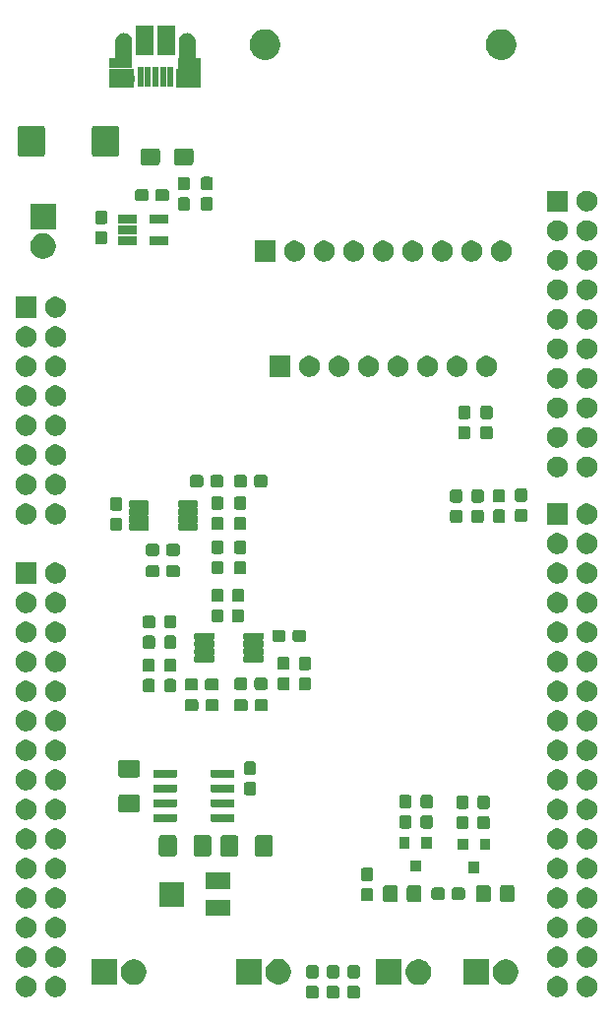
<source format=gts>
G04 #@! TF.GenerationSoftware,KiCad,Pcbnew,(5.1.5-0)*
G04 #@! TF.CreationDate,2021-03-30T12:59:59-03:00*
G04 #@! TF.ProjectId,pwjsignal,70776a73-6967-46e6-916c-2e6b69636164,rev?*
G04 #@! TF.SameCoordinates,Original*
G04 #@! TF.FileFunction,Soldermask,Top*
G04 #@! TF.FilePolarity,Negative*
%FSLAX46Y46*%
G04 Gerber Fmt 4.6, Leading zero omitted, Abs format (unit mm)*
G04 Created by KiCad (PCBNEW (5.1.5-0)) date 2021-03-30 12:59:59*
%MOMM*%
%LPD*%
G04 APERTURE LIST*
%ADD10C,0.152400*%
G04 APERTURE END LIST*
D10*
G36*
X158068584Y-124346204D02*
G01*
X158113091Y-124359705D01*
X158154112Y-124381631D01*
X158190064Y-124411136D01*
X158219569Y-124447088D01*
X158241495Y-124488109D01*
X158254996Y-124532616D01*
X158259800Y-124581393D01*
X158259800Y-125253007D01*
X158254996Y-125301784D01*
X158241495Y-125346291D01*
X158219569Y-125387312D01*
X158190064Y-125423264D01*
X158154112Y-125452769D01*
X158113091Y-125474695D01*
X158068584Y-125488196D01*
X158019807Y-125493000D01*
X157448193Y-125493000D01*
X157399416Y-125488196D01*
X157354909Y-125474695D01*
X157313888Y-125452769D01*
X157277936Y-125423264D01*
X157248431Y-125387312D01*
X157226505Y-125346291D01*
X157213004Y-125301784D01*
X157208200Y-125253007D01*
X157208200Y-124581393D01*
X157213004Y-124532616D01*
X157226505Y-124488109D01*
X157248431Y-124447088D01*
X157277936Y-124411136D01*
X157313888Y-124381631D01*
X157354909Y-124359705D01*
X157399416Y-124346204D01*
X157448193Y-124341400D01*
X158019807Y-124341400D01*
X158068584Y-124346204D01*
G37*
G36*
X156290584Y-124346204D02*
G01*
X156335091Y-124359705D01*
X156376112Y-124381631D01*
X156412064Y-124411136D01*
X156441569Y-124447088D01*
X156463495Y-124488109D01*
X156476996Y-124532616D01*
X156481800Y-124581393D01*
X156481800Y-125253007D01*
X156476996Y-125301784D01*
X156463495Y-125346291D01*
X156441569Y-125387312D01*
X156412064Y-125423264D01*
X156376112Y-125452769D01*
X156335091Y-125474695D01*
X156290584Y-125488196D01*
X156241807Y-125493000D01*
X155670193Y-125493000D01*
X155621416Y-125488196D01*
X155576909Y-125474695D01*
X155535888Y-125452769D01*
X155499936Y-125423264D01*
X155470431Y-125387312D01*
X155448505Y-125346291D01*
X155435004Y-125301784D01*
X155430200Y-125253007D01*
X155430200Y-124581393D01*
X155435004Y-124532616D01*
X155448505Y-124488109D01*
X155470431Y-124447088D01*
X155499936Y-124411136D01*
X155535888Y-124381631D01*
X155576909Y-124359705D01*
X155621416Y-124346204D01*
X155670193Y-124341400D01*
X156241807Y-124341400D01*
X156290584Y-124346204D01*
G37*
G36*
X154512584Y-124346204D02*
G01*
X154557091Y-124359705D01*
X154598112Y-124381631D01*
X154634064Y-124411136D01*
X154663569Y-124447088D01*
X154685495Y-124488109D01*
X154698996Y-124532616D01*
X154703800Y-124581393D01*
X154703800Y-125253007D01*
X154698996Y-125301784D01*
X154685495Y-125346291D01*
X154663569Y-125387312D01*
X154634064Y-125423264D01*
X154598112Y-125452769D01*
X154557091Y-125474695D01*
X154512584Y-125488196D01*
X154463807Y-125493000D01*
X153892193Y-125493000D01*
X153843416Y-125488196D01*
X153798909Y-125474695D01*
X153757888Y-125452769D01*
X153721936Y-125423264D01*
X153692431Y-125387312D01*
X153670505Y-125346291D01*
X153657004Y-125301784D01*
X153652200Y-125253007D01*
X153652200Y-124581393D01*
X153657004Y-124532616D01*
X153670505Y-124488109D01*
X153692431Y-124447088D01*
X153721936Y-124411136D01*
X153757888Y-124381631D01*
X153798909Y-124359705D01*
X153843416Y-124346204D01*
X153892193Y-124341400D01*
X154463807Y-124341400D01*
X154512584Y-124346204D01*
G37*
G36*
X178062754Y-123593817D02*
G01*
X178226689Y-123661721D01*
X178374227Y-123760303D01*
X178499697Y-123885773D01*
X178598279Y-124033311D01*
X178666183Y-124197246D01*
X178700800Y-124371279D01*
X178700800Y-124548721D01*
X178666183Y-124722754D01*
X178598279Y-124886689D01*
X178499697Y-125034227D01*
X178374227Y-125159697D01*
X178226689Y-125258279D01*
X178062754Y-125326183D01*
X177888721Y-125360800D01*
X177711279Y-125360800D01*
X177537246Y-125326183D01*
X177373311Y-125258279D01*
X177225773Y-125159697D01*
X177100303Y-125034227D01*
X177001721Y-124886689D01*
X176933817Y-124722754D01*
X176899200Y-124548721D01*
X176899200Y-124371279D01*
X176933817Y-124197246D01*
X177001721Y-124033311D01*
X177100303Y-123885773D01*
X177225773Y-123760303D01*
X177373311Y-123661721D01*
X177537246Y-123593817D01*
X177711279Y-123559200D01*
X177888721Y-123559200D01*
X178062754Y-123593817D01*
G37*
G36*
X175522754Y-123593817D02*
G01*
X175686689Y-123661721D01*
X175834227Y-123760303D01*
X175959697Y-123885773D01*
X176058279Y-124033311D01*
X176126183Y-124197246D01*
X176160800Y-124371279D01*
X176160800Y-124548721D01*
X176126183Y-124722754D01*
X176058279Y-124886689D01*
X175959697Y-125034227D01*
X175834227Y-125159697D01*
X175686689Y-125258279D01*
X175522754Y-125326183D01*
X175348721Y-125360800D01*
X175171279Y-125360800D01*
X174997246Y-125326183D01*
X174833311Y-125258279D01*
X174685773Y-125159697D01*
X174560303Y-125034227D01*
X174461721Y-124886689D01*
X174393817Y-124722754D01*
X174359200Y-124548721D01*
X174359200Y-124371279D01*
X174393817Y-124197246D01*
X174461721Y-124033311D01*
X174560303Y-123885773D01*
X174685773Y-123760303D01*
X174833311Y-123661721D01*
X174997246Y-123593817D01*
X175171279Y-123559200D01*
X175348721Y-123559200D01*
X175522754Y-123593817D01*
G37*
G36*
X132342754Y-123593817D02*
G01*
X132506689Y-123661721D01*
X132654227Y-123760303D01*
X132779697Y-123885773D01*
X132878279Y-124033311D01*
X132946183Y-124197246D01*
X132980800Y-124371279D01*
X132980800Y-124548721D01*
X132946183Y-124722754D01*
X132878279Y-124886689D01*
X132779697Y-125034227D01*
X132654227Y-125159697D01*
X132506689Y-125258279D01*
X132342754Y-125326183D01*
X132168721Y-125360800D01*
X131991279Y-125360800D01*
X131817246Y-125326183D01*
X131653311Y-125258279D01*
X131505773Y-125159697D01*
X131380303Y-125034227D01*
X131281721Y-124886689D01*
X131213817Y-124722754D01*
X131179200Y-124548721D01*
X131179200Y-124371279D01*
X131213817Y-124197246D01*
X131281721Y-124033311D01*
X131380303Y-123885773D01*
X131505773Y-123760303D01*
X131653311Y-123661721D01*
X131817246Y-123593817D01*
X131991279Y-123559200D01*
X132168721Y-123559200D01*
X132342754Y-123593817D01*
G37*
G36*
X129802754Y-123593817D02*
G01*
X129966689Y-123661721D01*
X130114227Y-123760303D01*
X130239697Y-123885773D01*
X130338279Y-124033311D01*
X130406183Y-124197246D01*
X130440800Y-124371279D01*
X130440800Y-124548721D01*
X130406183Y-124722754D01*
X130338279Y-124886689D01*
X130239697Y-125034227D01*
X130114227Y-125159697D01*
X129966689Y-125258279D01*
X129802754Y-125326183D01*
X129628721Y-125360800D01*
X129451279Y-125360800D01*
X129277246Y-125326183D01*
X129113311Y-125258279D01*
X128965773Y-125159697D01*
X128840303Y-125034227D01*
X128741721Y-124886689D01*
X128673817Y-124722754D01*
X128639200Y-124548721D01*
X128639200Y-124371279D01*
X128673817Y-124197246D01*
X128741721Y-124033311D01*
X128840303Y-123885773D01*
X128965773Y-123760303D01*
X129113311Y-123661721D01*
X129277246Y-123593817D01*
X129451279Y-123559200D01*
X129628721Y-123559200D01*
X129802754Y-123593817D01*
G37*
G36*
X171136092Y-122131503D02*
G01*
X171336424Y-122214483D01*
X171516721Y-122334954D01*
X171670046Y-122488279D01*
X171790517Y-122668576D01*
X171873497Y-122868908D01*
X171915800Y-123081580D01*
X171915800Y-123298420D01*
X171873497Y-123511092D01*
X171790517Y-123711424D01*
X171670046Y-123891721D01*
X171516721Y-124045046D01*
X171336424Y-124165517D01*
X171136092Y-124248497D01*
X170923420Y-124290800D01*
X170706580Y-124290800D01*
X170493908Y-124248497D01*
X170293576Y-124165517D01*
X170113279Y-124045046D01*
X169959954Y-123891721D01*
X169839483Y-123711424D01*
X169756503Y-123511092D01*
X169714200Y-123298420D01*
X169714200Y-123081580D01*
X169756503Y-122868908D01*
X169839483Y-122668576D01*
X169959954Y-122488279D01*
X170113279Y-122334954D01*
X170293576Y-122214483D01*
X170493908Y-122131503D01*
X170706580Y-122089200D01*
X170923420Y-122089200D01*
X171136092Y-122131503D01*
G37*
G36*
X169375800Y-124290800D02*
G01*
X167174200Y-124290800D01*
X167174200Y-122089200D01*
X169375800Y-122089200D01*
X169375800Y-124290800D01*
G37*
G36*
X163643092Y-122131503D02*
G01*
X163843424Y-122214483D01*
X164023721Y-122334954D01*
X164177046Y-122488279D01*
X164297517Y-122668576D01*
X164380497Y-122868908D01*
X164422800Y-123081580D01*
X164422800Y-123298420D01*
X164380497Y-123511092D01*
X164297517Y-123711424D01*
X164177046Y-123891721D01*
X164023721Y-124045046D01*
X163843424Y-124165517D01*
X163643092Y-124248497D01*
X163430420Y-124290800D01*
X163213580Y-124290800D01*
X163000908Y-124248497D01*
X162800576Y-124165517D01*
X162620279Y-124045046D01*
X162466954Y-123891721D01*
X162346483Y-123711424D01*
X162263503Y-123511092D01*
X162221200Y-123298420D01*
X162221200Y-123081580D01*
X162263503Y-122868908D01*
X162346483Y-122668576D01*
X162466954Y-122488279D01*
X162620279Y-122334954D01*
X162800576Y-122214483D01*
X163000908Y-122131503D01*
X163213580Y-122089200D01*
X163430420Y-122089200D01*
X163643092Y-122131503D01*
G37*
G36*
X161882800Y-124290800D02*
G01*
X159681200Y-124290800D01*
X159681200Y-122089200D01*
X161882800Y-122089200D01*
X161882800Y-124290800D01*
G37*
G36*
X139132092Y-122131503D02*
G01*
X139332424Y-122214483D01*
X139512721Y-122334954D01*
X139666046Y-122488279D01*
X139786517Y-122668576D01*
X139869497Y-122868908D01*
X139911800Y-123081580D01*
X139911800Y-123298420D01*
X139869497Y-123511092D01*
X139786517Y-123711424D01*
X139666046Y-123891721D01*
X139512721Y-124045046D01*
X139332424Y-124165517D01*
X139132092Y-124248497D01*
X138919420Y-124290800D01*
X138702580Y-124290800D01*
X138489908Y-124248497D01*
X138289576Y-124165517D01*
X138109279Y-124045046D01*
X137955954Y-123891721D01*
X137835483Y-123711424D01*
X137752503Y-123511092D01*
X137710200Y-123298420D01*
X137710200Y-123081580D01*
X137752503Y-122868908D01*
X137835483Y-122668576D01*
X137955954Y-122488279D01*
X138109279Y-122334954D01*
X138289576Y-122214483D01*
X138489908Y-122131503D01*
X138702580Y-122089200D01*
X138919420Y-122089200D01*
X139132092Y-122131503D01*
G37*
G36*
X137371800Y-124290800D02*
G01*
X135170200Y-124290800D01*
X135170200Y-122089200D01*
X137371800Y-122089200D01*
X137371800Y-124290800D01*
G37*
G36*
X151578092Y-122106103D02*
G01*
X151778424Y-122189083D01*
X151958721Y-122309554D01*
X152112046Y-122462879D01*
X152232517Y-122643176D01*
X152315497Y-122843508D01*
X152357800Y-123056180D01*
X152357800Y-123273020D01*
X152315497Y-123485692D01*
X152232517Y-123686024D01*
X152112046Y-123866321D01*
X151958721Y-124019646D01*
X151778424Y-124140117D01*
X151578092Y-124223097D01*
X151365420Y-124265400D01*
X151148580Y-124265400D01*
X150935908Y-124223097D01*
X150735576Y-124140117D01*
X150555279Y-124019646D01*
X150401954Y-123866321D01*
X150281483Y-123686024D01*
X150198503Y-123485692D01*
X150156200Y-123273020D01*
X150156200Y-123056180D01*
X150198503Y-122843508D01*
X150281483Y-122643176D01*
X150401954Y-122462879D01*
X150555279Y-122309554D01*
X150735576Y-122189083D01*
X150935908Y-122106103D01*
X151148580Y-122063800D01*
X151365420Y-122063800D01*
X151578092Y-122106103D01*
G37*
G36*
X149817800Y-124265400D02*
G01*
X147616200Y-124265400D01*
X147616200Y-122063800D01*
X149817800Y-122063800D01*
X149817800Y-124265400D01*
G37*
G36*
X156290584Y-122596204D02*
G01*
X156335091Y-122609705D01*
X156376112Y-122631631D01*
X156412064Y-122661136D01*
X156441569Y-122697088D01*
X156463495Y-122738109D01*
X156476996Y-122782616D01*
X156481800Y-122831393D01*
X156481800Y-123503007D01*
X156476996Y-123551784D01*
X156463495Y-123596291D01*
X156441569Y-123637312D01*
X156412064Y-123673264D01*
X156376112Y-123702769D01*
X156335091Y-123724695D01*
X156290584Y-123738196D01*
X156241807Y-123743000D01*
X155670193Y-123743000D01*
X155621416Y-123738196D01*
X155576909Y-123724695D01*
X155535888Y-123702769D01*
X155499936Y-123673264D01*
X155470431Y-123637312D01*
X155448505Y-123596291D01*
X155435004Y-123551784D01*
X155430200Y-123503007D01*
X155430200Y-122831393D01*
X155435004Y-122782616D01*
X155448505Y-122738109D01*
X155470431Y-122697088D01*
X155499936Y-122661136D01*
X155535888Y-122631631D01*
X155576909Y-122609705D01*
X155621416Y-122596204D01*
X155670193Y-122591400D01*
X156241807Y-122591400D01*
X156290584Y-122596204D01*
G37*
G36*
X154512584Y-122596204D02*
G01*
X154557091Y-122609705D01*
X154598112Y-122631631D01*
X154634064Y-122661136D01*
X154663569Y-122697088D01*
X154685495Y-122738109D01*
X154698996Y-122782616D01*
X154703800Y-122831393D01*
X154703800Y-123503007D01*
X154698996Y-123551784D01*
X154685495Y-123596291D01*
X154663569Y-123637312D01*
X154634064Y-123673264D01*
X154598112Y-123702769D01*
X154557091Y-123724695D01*
X154512584Y-123738196D01*
X154463807Y-123743000D01*
X153892193Y-123743000D01*
X153843416Y-123738196D01*
X153798909Y-123724695D01*
X153757888Y-123702769D01*
X153721936Y-123673264D01*
X153692431Y-123637312D01*
X153670505Y-123596291D01*
X153657004Y-123551784D01*
X153652200Y-123503007D01*
X153652200Y-122831393D01*
X153657004Y-122782616D01*
X153670505Y-122738109D01*
X153692431Y-122697088D01*
X153721936Y-122661136D01*
X153757888Y-122631631D01*
X153798909Y-122609705D01*
X153843416Y-122596204D01*
X153892193Y-122591400D01*
X154463807Y-122591400D01*
X154512584Y-122596204D01*
G37*
G36*
X158068584Y-122596204D02*
G01*
X158113091Y-122609705D01*
X158154112Y-122631631D01*
X158190064Y-122661136D01*
X158219569Y-122697088D01*
X158241495Y-122738109D01*
X158254996Y-122782616D01*
X158259800Y-122831393D01*
X158259800Y-123503007D01*
X158254996Y-123551784D01*
X158241495Y-123596291D01*
X158219569Y-123637312D01*
X158190064Y-123673264D01*
X158154112Y-123702769D01*
X158113091Y-123724695D01*
X158068584Y-123738196D01*
X158019807Y-123743000D01*
X157448193Y-123743000D01*
X157399416Y-123738196D01*
X157354909Y-123724695D01*
X157313888Y-123702769D01*
X157277936Y-123673264D01*
X157248431Y-123637312D01*
X157226505Y-123596291D01*
X157213004Y-123551784D01*
X157208200Y-123503007D01*
X157208200Y-122831393D01*
X157213004Y-122782616D01*
X157226505Y-122738109D01*
X157248431Y-122697088D01*
X157277936Y-122661136D01*
X157313888Y-122631631D01*
X157354909Y-122609705D01*
X157399416Y-122596204D01*
X157448193Y-122591400D01*
X158019807Y-122591400D01*
X158068584Y-122596204D01*
G37*
G36*
X178062754Y-121053817D02*
G01*
X178226689Y-121121721D01*
X178374227Y-121220303D01*
X178499697Y-121345773D01*
X178598279Y-121493311D01*
X178666183Y-121657246D01*
X178700800Y-121831279D01*
X178700800Y-122008721D01*
X178666183Y-122182754D01*
X178598279Y-122346689D01*
X178499697Y-122494227D01*
X178374227Y-122619697D01*
X178226689Y-122718279D01*
X178062754Y-122786183D01*
X177888721Y-122820800D01*
X177711279Y-122820800D01*
X177537246Y-122786183D01*
X177373311Y-122718279D01*
X177225773Y-122619697D01*
X177100303Y-122494227D01*
X177001721Y-122346689D01*
X176933817Y-122182754D01*
X176899200Y-122008721D01*
X176899200Y-121831279D01*
X176933817Y-121657246D01*
X177001721Y-121493311D01*
X177100303Y-121345773D01*
X177225773Y-121220303D01*
X177373311Y-121121721D01*
X177537246Y-121053817D01*
X177711279Y-121019200D01*
X177888721Y-121019200D01*
X178062754Y-121053817D01*
G37*
G36*
X175522754Y-121053817D02*
G01*
X175686689Y-121121721D01*
X175834227Y-121220303D01*
X175959697Y-121345773D01*
X176058279Y-121493311D01*
X176126183Y-121657246D01*
X176160800Y-121831279D01*
X176160800Y-122008721D01*
X176126183Y-122182754D01*
X176058279Y-122346689D01*
X175959697Y-122494227D01*
X175834227Y-122619697D01*
X175686689Y-122718279D01*
X175522754Y-122786183D01*
X175348721Y-122820800D01*
X175171279Y-122820800D01*
X174997246Y-122786183D01*
X174833311Y-122718279D01*
X174685773Y-122619697D01*
X174560303Y-122494227D01*
X174461721Y-122346689D01*
X174393817Y-122182754D01*
X174359200Y-122008721D01*
X174359200Y-121831279D01*
X174393817Y-121657246D01*
X174461721Y-121493311D01*
X174560303Y-121345773D01*
X174685773Y-121220303D01*
X174833311Y-121121721D01*
X174997246Y-121053817D01*
X175171279Y-121019200D01*
X175348721Y-121019200D01*
X175522754Y-121053817D01*
G37*
G36*
X132342754Y-121053817D02*
G01*
X132506689Y-121121721D01*
X132654227Y-121220303D01*
X132779697Y-121345773D01*
X132878279Y-121493311D01*
X132946183Y-121657246D01*
X132980800Y-121831279D01*
X132980800Y-122008721D01*
X132946183Y-122182754D01*
X132878279Y-122346689D01*
X132779697Y-122494227D01*
X132654227Y-122619697D01*
X132506689Y-122718279D01*
X132342754Y-122786183D01*
X132168721Y-122820800D01*
X131991279Y-122820800D01*
X131817246Y-122786183D01*
X131653311Y-122718279D01*
X131505773Y-122619697D01*
X131380303Y-122494227D01*
X131281721Y-122346689D01*
X131213817Y-122182754D01*
X131179200Y-122008721D01*
X131179200Y-121831279D01*
X131213817Y-121657246D01*
X131281721Y-121493311D01*
X131380303Y-121345773D01*
X131505773Y-121220303D01*
X131653311Y-121121721D01*
X131817246Y-121053817D01*
X131991279Y-121019200D01*
X132168721Y-121019200D01*
X132342754Y-121053817D01*
G37*
G36*
X129802754Y-121053817D02*
G01*
X129966689Y-121121721D01*
X130114227Y-121220303D01*
X130239697Y-121345773D01*
X130338279Y-121493311D01*
X130406183Y-121657246D01*
X130440800Y-121831279D01*
X130440800Y-122008721D01*
X130406183Y-122182754D01*
X130338279Y-122346689D01*
X130239697Y-122494227D01*
X130114227Y-122619697D01*
X129966689Y-122718279D01*
X129802754Y-122786183D01*
X129628721Y-122820800D01*
X129451279Y-122820800D01*
X129277246Y-122786183D01*
X129113311Y-122718279D01*
X128965773Y-122619697D01*
X128840303Y-122494227D01*
X128741721Y-122346689D01*
X128673817Y-122182754D01*
X128639200Y-122008721D01*
X128639200Y-121831279D01*
X128673817Y-121657246D01*
X128741721Y-121493311D01*
X128840303Y-121345773D01*
X128965773Y-121220303D01*
X129113311Y-121121721D01*
X129277246Y-121053817D01*
X129451279Y-121019200D01*
X129628721Y-121019200D01*
X129802754Y-121053817D01*
G37*
G36*
X178062754Y-118513817D02*
G01*
X178226689Y-118581721D01*
X178374227Y-118680303D01*
X178499697Y-118805773D01*
X178598279Y-118953311D01*
X178666183Y-119117246D01*
X178700800Y-119291279D01*
X178700800Y-119468721D01*
X178666183Y-119642754D01*
X178598279Y-119806689D01*
X178499697Y-119954227D01*
X178374227Y-120079697D01*
X178226689Y-120178279D01*
X178062754Y-120246183D01*
X177888721Y-120280800D01*
X177711279Y-120280800D01*
X177537246Y-120246183D01*
X177373311Y-120178279D01*
X177225773Y-120079697D01*
X177100303Y-119954227D01*
X177001721Y-119806689D01*
X176933817Y-119642754D01*
X176899200Y-119468721D01*
X176899200Y-119291279D01*
X176933817Y-119117246D01*
X177001721Y-118953311D01*
X177100303Y-118805773D01*
X177225773Y-118680303D01*
X177373311Y-118581721D01*
X177537246Y-118513817D01*
X177711279Y-118479200D01*
X177888721Y-118479200D01*
X178062754Y-118513817D01*
G37*
G36*
X129802754Y-118513817D02*
G01*
X129966689Y-118581721D01*
X130114227Y-118680303D01*
X130239697Y-118805773D01*
X130338279Y-118953311D01*
X130406183Y-119117246D01*
X130440800Y-119291279D01*
X130440800Y-119468721D01*
X130406183Y-119642754D01*
X130338279Y-119806689D01*
X130239697Y-119954227D01*
X130114227Y-120079697D01*
X129966689Y-120178279D01*
X129802754Y-120246183D01*
X129628721Y-120280800D01*
X129451279Y-120280800D01*
X129277246Y-120246183D01*
X129113311Y-120178279D01*
X128965773Y-120079697D01*
X128840303Y-119954227D01*
X128741721Y-119806689D01*
X128673817Y-119642754D01*
X128639200Y-119468721D01*
X128639200Y-119291279D01*
X128673817Y-119117246D01*
X128741721Y-118953311D01*
X128840303Y-118805773D01*
X128965773Y-118680303D01*
X129113311Y-118581721D01*
X129277246Y-118513817D01*
X129451279Y-118479200D01*
X129628721Y-118479200D01*
X129802754Y-118513817D01*
G37*
G36*
X132342754Y-118513817D02*
G01*
X132506689Y-118581721D01*
X132654227Y-118680303D01*
X132779697Y-118805773D01*
X132878279Y-118953311D01*
X132946183Y-119117246D01*
X132980800Y-119291279D01*
X132980800Y-119468721D01*
X132946183Y-119642754D01*
X132878279Y-119806689D01*
X132779697Y-119954227D01*
X132654227Y-120079697D01*
X132506689Y-120178279D01*
X132342754Y-120246183D01*
X132168721Y-120280800D01*
X131991279Y-120280800D01*
X131817246Y-120246183D01*
X131653311Y-120178279D01*
X131505773Y-120079697D01*
X131380303Y-119954227D01*
X131281721Y-119806689D01*
X131213817Y-119642754D01*
X131179200Y-119468721D01*
X131179200Y-119291279D01*
X131213817Y-119117246D01*
X131281721Y-118953311D01*
X131380303Y-118805773D01*
X131505773Y-118680303D01*
X131653311Y-118581721D01*
X131817246Y-118513817D01*
X131991279Y-118479200D01*
X132168721Y-118479200D01*
X132342754Y-118513817D01*
G37*
G36*
X175522754Y-118513817D02*
G01*
X175686689Y-118581721D01*
X175834227Y-118680303D01*
X175959697Y-118805773D01*
X176058279Y-118953311D01*
X176126183Y-119117246D01*
X176160800Y-119291279D01*
X176160800Y-119468721D01*
X176126183Y-119642754D01*
X176058279Y-119806689D01*
X175959697Y-119954227D01*
X175834227Y-120079697D01*
X175686689Y-120178279D01*
X175522754Y-120246183D01*
X175348721Y-120280800D01*
X175171279Y-120280800D01*
X174997246Y-120246183D01*
X174833311Y-120178279D01*
X174685773Y-120079697D01*
X174560303Y-119954227D01*
X174461721Y-119806689D01*
X174393817Y-119642754D01*
X174359200Y-119468721D01*
X174359200Y-119291279D01*
X174393817Y-119117246D01*
X174461721Y-118953311D01*
X174560303Y-118805773D01*
X174685773Y-118680303D01*
X174833311Y-118581721D01*
X174997246Y-118513817D01*
X175171279Y-118479200D01*
X175348721Y-118479200D01*
X175522754Y-118513817D01*
G37*
G36*
X147126200Y-118367600D02*
G01*
X145024600Y-118367600D01*
X145024600Y-116966000D01*
X147126200Y-116966000D01*
X147126200Y-118367600D01*
G37*
G36*
X178062754Y-115973817D02*
G01*
X178226689Y-116041721D01*
X178374227Y-116140303D01*
X178499697Y-116265773D01*
X178598279Y-116413311D01*
X178666183Y-116577246D01*
X178700800Y-116751279D01*
X178700800Y-116928721D01*
X178666183Y-117102754D01*
X178598279Y-117266689D01*
X178499697Y-117414227D01*
X178374227Y-117539697D01*
X178226689Y-117638279D01*
X178062754Y-117706183D01*
X177888721Y-117740800D01*
X177711279Y-117740800D01*
X177537246Y-117706183D01*
X177373311Y-117638279D01*
X177225773Y-117539697D01*
X177100303Y-117414227D01*
X177001721Y-117266689D01*
X176933817Y-117102754D01*
X176899200Y-116928721D01*
X176899200Y-116751279D01*
X176933817Y-116577246D01*
X177001721Y-116413311D01*
X177100303Y-116265773D01*
X177225773Y-116140303D01*
X177373311Y-116041721D01*
X177537246Y-115973817D01*
X177711279Y-115939200D01*
X177888721Y-115939200D01*
X178062754Y-115973817D01*
G37*
G36*
X175522754Y-115973817D02*
G01*
X175686689Y-116041721D01*
X175834227Y-116140303D01*
X175959697Y-116265773D01*
X176058279Y-116413311D01*
X176126183Y-116577246D01*
X176160800Y-116751279D01*
X176160800Y-116928721D01*
X176126183Y-117102754D01*
X176058279Y-117266689D01*
X175959697Y-117414227D01*
X175834227Y-117539697D01*
X175686689Y-117638279D01*
X175522754Y-117706183D01*
X175348721Y-117740800D01*
X175171279Y-117740800D01*
X174997246Y-117706183D01*
X174833311Y-117638279D01*
X174685773Y-117539697D01*
X174560303Y-117414227D01*
X174461721Y-117266689D01*
X174393817Y-117102754D01*
X174359200Y-116928721D01*
X174359200Y-116751279D01*
X174393817Y-116577246D01*
X174461721Y-116413311D01*
X174560303Y-116265773D01*
X174685773Y-116140303D01*
X174833311Y-116041721D01*
X174997246Y-115973817D01*
X175171279Y-115939200D01*
X175348721Y-115939200D01*
X175522754Y-115973817D01*
G37*
G36*
X132342754Y-115973817D02*
G01*
X132506689Y-116041721D01*
X132654227Y-116140303D01*
X132779697Y-116265773D01*
X132878279Y-116413311D01*
X132946183Y-116577246D01*
X132980800Y-116751279D01*
X132980800Y-116928721D01*
X132946183Y-117102754D01*
X132878279Y-117266689D01*
X132779697Y-117414227D01*
X132654227Y-117539697D01*
X132506689Y-117638279D01*
X132342754Y-117706183D01*
X132168721Y-117740800D01*
X131991279Y-117740800D01*
X131817246Y-117706183D01*
X131653311Y-117638279D01*
X131505773Y-117539697D01*
X131380303Y-117414227D01*
X131281721Y-117266689D01*
X131213817Y-117102754D01*
X131179200Y-116928721D01*
X131179200Y-116751279D01*
X131213817Y-116577246D01*
X131281721Y-116413311D01*
X131380303Y-116265773D01*
X131505773Y-116140303D01*
X131653311Y-116041721D01*
X131817246Y-115973817D01*
X131991279Y-115939200D01*
X132168721Y-115939200D01*
X132342754Y-115973817D01*
G37*
G36*
X129802754Y-115973817D02*
G01*
X129966689Y-116041721D01*
X130114227Y-116140303D01*
X130239697Y-116265773D01*
X130338279Y-116413311D01*
X130406183Y-116577246D01*
X130440800Y-116751279D01*
X130440800Y-116928721D01*
X130406183Y-117102754D01*
X130338279Y-117266689D01*
X130239697Y-117414227D01*
X130114227Y-117539697D01*
X129966689Y-117638279D01*
X129802754Y-117706183D01*
X129628721Y-117740800D01*
X129451279Y-117740800D01*
X129277246Y-117706183D01*
X129113311Y-117638279D01*
X128965773Y-117539697D01*
X128840303Y-117414227D01*
X128741721Y-117266689D01*
X128673817Y-117102754D01*
X128639200Y-116928721D01*
X128639200Y-116751279D01*
X128673817Y-116577246D01*
X128741721Y-116413311D01*
X128840303Y-116265773D01*
X128965773Y-116140303D01*
X129113311Y-116041721D01*
X129277246Y-115973817D01*
X129451279Y-115939200D01*
X129628721Y-115939200D01*
X129802754Y-115973817D01*
G37*
G36*
X143126200Y-117567600D02*
G01*
X141024600Y-117567600D01*
X141024600Y-115466000D01*
X143126200Y-115466000D01*
X143126200Y-117567600D01*
G37*
G36*
X161320857Y-115713117D02*
G01*
X161366465Y-115726952D01*
X161408504Y-115749422D01*
X161445344Y-115779656D01*
X161475578Y-115816496D01*
X161498048Y-115858535D01*
X161511883Y-115904143D01*
X161516800Y-115954065D01*
X161516800Y-116963935D01*
X161511883Y-117013857D01*
X161498048Y-117059465D01*
X161475578Y-117101504D01*
X161445344Y-117138344D01*
X161408504Y-117168578D01*
X161366465Y-117191048D01*
X161320857Y-117204883D01*
X161270935Y-117209800D01*
X160511065Y-117209800D01*
X160461143Y-117204883D01*
X160415535Y-117191048D01*
X160373496Y-117168578D01*
X160336656Y-117138344D01*
X160306422Y-117101504D01*
X160283952Y-117059465D01*
X160270117Y-117013857D01*
X160265200Y-116963935D01*
X160265200Y-115954065D01*
X160270117Y-115904143D01*
X160283952Y-115858535D01*
X160306422Y-115816496D01*
X160336656Y-115779656D01*
X160373496Y-115749422D01*
X160415535Y-115726952D01*
X160461143Y-115713117D01*
X160511065Y-115708200D01*
X161270935Y-115708200D01*
X161320857Y-115713117D01*
G37*
G36*
X163370857Y-115713117D02*
G01*
X163416465Y-115726952D01*
X163458504Y-115749422D01*
X163495344Y-115779656D01*
X163525578Y-115816496D01*
X163548048Y-115858535D01*
X163561883Y-115904143D01*
X163566800Y-115954065D01*
X163566800Y-116963935D01*
X163561883Y-117013857D01*
X163548048Y-117059465D01*
X163525578Y-117101504D01*
X163495344Y-117138344D01*
X163458504Y-117168578D01*
X163416465Y-117191048D01*
X163370857Y-117204883D01*
X163320935Y-117209800D01*
X162561065Y-117209800D01*
X162511143Y-117204883D01*
X162465535Y-117191048D01*
X162423496Y-117168578D01*
X162386656Y-117138344D01*
X162356422Y-117101504D01*
X162333952Y-117059465D01*
X162320117Y-117013857D01*
X162315200Y-116963935D01*
X162315200Y-115954065D01*
X162320117Y-115904143D01*
X162333952Y-115858535D01*
X162356422Y-115816496D01*
X162386656Y-115779656D01*
X162423496Y-115749422D01*
X162465535Y-115726952D01*
X162511143Y-115713117D01*
X162561065Y-115708200D01*
X163320935Y-115708200D01*
X163370857Y-115713117D01*
G37*
G36*
X171389857Y-115713117D02*
G01*
X171435465Y-115726952D01*
X171477504Y-115749422D01*
X171514344Y-115779656D01*
X171544578Y-115816496D01*
X171567048Y-115858535D01*
X171580883Y-115904143D01*
X171585800Y-115954065D01*
X171585800Y-116963935D01*
X171580883Y-117013857D01*
X171567048Y-117059465D01*
X171544578Y-117101504D01*
X171514344Y-117138344D01*
X171477504Y-117168578D01*
X171435465Y-117191048D01*
X171389857Y-117204883D01*
X171339935Y-117209800D01*
X170580065Y-117209800D01*
X170530143Y-117204883D01*
X170484535Y-117191048D01*
X170442496Y-117168578D01*
X170405656Y-117138344D01*
X170375422Y-117101504D01*
X170352952Y-117059465D01*
X170339117Y-117013857D01*
X170334200Y-116963935D01*
X170334200Y-115954065D01*
X170339117Y-115904143D01*
X170352952Y-115858535D01*
X170375422Y-115816496D01*
X170405656Y-115779656D01*
X170442496Y-115749422D01*
X170484535Y-115726952D01*
X170530143Y-115713117D01*
X170580065Y-115708200D01*
X171339935Y-115708200D01*
X171389857Y-115713117D01*
G37*
G36*
X169339857Y-115713117D02*
G01*
X169385465Y-115726952D01*
X169427504Y-115749422D01*
X169464344Y-115779656D01*
X169494578Y-115816496D01*
X169517048Y-115858535D01*
X169530883Y-115904143D01*
X169535800Y-115954065D01*
X169535800Y-116963935D01*
X169530883Y-117013857D01*
X169517048Y-117059465D01*
X169494578Y-117101504D01*
X169464344Y-117138344D01*
X169427504Y-117168578D01*
X169385465Y-117191048D01*
X169339857Y-117204883D01*
X169289935Y-117209800D01*
X168530065Y-117209800D01*
X168480143Y-117204883D01*
X168434535Y-117191048D01*
X168392496Y-117168578D01*
X168355656Y-117138344D01*
X168325422Y-117101504D01*
X168302952Y-117059465D01*
X168289117Y-117013857D01*
X168284200Y-116963935D01*
X168284200Y-115954065D01*
X168289117Y-115904143D01*
X168302952Y-115858535D01*
X168325422Y-115816496D01*
X168355656Y-115779656D01*
X168392496Y-115749422D01*
X168434535Y-115726952D01*
X168480143Y-115713117D01*
X168530065Y-115708200D01*
X169289935Y-115708200D01*
X169339857Y-115713117D01*
G37*
G36*
X159236984Y-115975604D02*
G01*
X159281491Y-115989105D01*
X159322512Y-116011031D01*
X159358464Y-116040536D01*
X159387969Y-116076488D01*
X159409895Y-116117509D01*
X159423396Y-116162016D01*
X159428200Y-116210793D01*
X159428200Y-116882407D01*
X159423396Y-116931184D01*
X159409895Y-116975691D01*
X159387969Y-117016712D01*
X159358464Y-117052664D01*
X159322512Y-117082169D01*
X159281491Y-117104095D01*
X159236984Y-117117596D01*
X159188207Y-117122400D01*
X158616593Y-117122400D01*
X158567816Y-117117596D01*
X158523309Y-117104095D01*
X158482288Y-117082169D01*
X158446336Y-117052664D01*
X158416831Y-117016712D01*
X158394905Y-116975691D01*
X158381404Y-116931184D01*
X158376600Y-116882407D01*
X158376600Y-116210793D01*
X158381404Y-116162016D01*
X158394905Y-116117509D01*
X158416831Y-116076488D01*
X158446336Y-116040536D01*
X158482288Y-116011031D01*
X158523309Y-115989105D01*
X158567816Y-115975604D01*
X158616593Y-115970800D01*
X159188207Y-115970800D01*
X159236984Y-115975604D01*
G37*
G36*
X165385584Y-115938004D02*
G01*
X165430091Y-115951505D01*
X165471112Y-115973431D01*
X165507064Y-116002936D01*
X165536569Y-116038888D01*
X165558495Y-116079909D01*
X165571996Y-116124416D01*
X165576800Y-116173193D01*
X165576800Y-116744807D01*
X165571996Y-116793584D01*
X165558495Y-116838091D01*
X165536569Y-116879112D01*
X165507064Y-116915064D01*
X165471112Y-116944569D01*
X165430091Y-116966495D01*
X165385584Y-116979996D01*
X165336807Y-116984800D01*
X164665193Y-116984800D01*
X164616416Y-116979996D01*
X164571909Y-116966495D01*
X164530888Y-116944569D01*
X164494936Y-116915064D01*
X164465431Y-116879112D01*
X164443505Y-116838091D01*
X164430004Y-116793584D01*
X164425200Y-116744807D01*
X164425200Y-116173193D01*
X164430004Y-116124416D01*
X164443505Y-116079909D01*
X164465431Y-116038888D01*
X164494936Y-116002936D01*
X164530888Y-115973431D01*
X164571909Y-115951505D01*
X164616416Y-115938004D01*
X164665193Y-115933200D01*
X165336807Y-115933200D01*
X165385584Y-115938004D01*
G37*
G36*
X167135584Y-115938004D02*
G01*
X167180091Y-115951505D01*
X167221112Y-115973431D01*
X167257064Y-116002936D01*
X167286569Y-116038888D01*
X167308495Y-116079909D01*
X167321996Y-116124416D01*
X167326800Y-116173193D01*
X167326800Y-116744807D01*
X167321996Y-116793584D01*
X167308495Y-116838091D01*
X167286569Y-116879112D01*
X167257064Y-116915064D01*
X167221112Y-116944569D01*
X167180091Y-116966495D01*
X167135584Y-116979996D01*
X167086807Y-116984800D01*
X166415193Y-116984800D01*
X166366416Y-116979996D01*
X166321909Y-116966495D01*
X166280888Y-116944569D01*
X166244936Y-116915064D01*
X166215431Y-116879112D01*
X166193505Y-116838091D01*
X166180004Y-116793584D01*
X166175200Y-116744807D01*
X166175200Y-116173193D01*
X166180004Y-116124416D01*
X166193505Y-116079909D01*
X166215431Y-116038888D01*
X166244936Y-116002936D01*
X166280888Y-115973431D01*
X166321909Y-115951505D01*
X166366416Y-115938004D01*
X166415193Y-115933200D01*
X167086807Y-115933200D01*
X167135584Y-115938004D01*
G37*
G36*
X147126200Y-116067600D02*
G01*
X145024600Y-116067600D01*
X145024600Y-114666000D01*
X147126200Y-114666000D01*
X147126200Y-116067600D01*
G37*
G36*
X159236984Y-114225604D02*
G01*
X159281491Y-114239105D01*
X159322512Y-114261031D01*
X159358464Y-114290536D01*
X159387969Y-114326488D01*
X159409895Y-114367509D01*
X159423396Y-114412016D01*
X159428200Y-114460793D01*
X159428200Y-115132407D01*
X159423396Y-115181184D01*
X159409895Y-115225691D01*
X159387969Y-115266712D01*
X159358464Y-115302664D01*
X159322512Y-115332169D01*
X159281491Y-115354095D01*
X159236984Y-115367596D01*
X159188207Y-115372400D01*
X158616593Y-115372400D01*
X158567816Y-115367596D01*
X158523309Y-115354095D01*
X158482288Y-115332169D01*
X158446336Y-115302664D01*
X158416831Y-115266712D01*
X158394905Y-115225691D01*
X158381404Y-115181184D01*
X158376600Y-115132407D01*
X158376600Y-114460793D01*
X158381404Y-114412016D01*
X158394905Y-114367509D01*
X158416831Y-114326488D01*
X158446336Y-114290536D01*
X158482288Y-114261031D01*
X158523309Y-114239105D01*
X158567816Y-114225604D01*
X158616593Y-114220800D01*
X159188207Y-114220800D01*
X159236984Y-114225604D01*
G37*
G36*
X132342754Y-113433817D02*
G01*
X132506689Y-113501721D01*
X132654227Y-113600303D01*
X132779697Y-113725773D01*
X132878279Y-113873311D01*
X132946183Y-114037246D01*
X132980800Y-114211279D01*
X132980800Y-114388721D01*
X132946183Y-114562754D01*
X132878279Y-114726689D01*
X132779697Y-114874227D01*
X132654227Y-114999697D01*
X132506689Y-115098279D01*
X132342754Y-115166183D01*
X132168721Y-115200800D01*
X131991279Y-115200800D01*
X131817246Y-115166183D01*
X131653311Y-115098279D01*
X131505773Y-114999697D01*
X131380303Y-114874227D01*
X131281721Y-114726689D01*
X131213817Y-114562754D01*
X131179200Y-114388721D01*
X131179200Y-114211279D01*
X131213817Y-114037246D01*
X131281721Y-113873311D01*
X131380303Y-113725773D01*
X131505773Y-113600303D01*
X131653311Y-113501721D01*
X131817246Y-113433817D01*
X131991279Y-113399200D01*
X132168721Y-113399200D01*
X132342754Y-113433817D01*
G37*
G36*
X178062754Y-113433817D02*
G01*
X178226689Y-113501721D01*
X178374227Y-113600303D01*
X178499697Y-113725773D01*
X178598279Y-113873311D01*
X178666183Y-114037246D01*
X178700800Y-114211279D01*
X178700800Y-114388721D01*
X178666183Y-114562754D01*
X178598279Y-114726689D01*
X178499697Y-114874227D01*
X178374227Y-114999697D01*
X178226689Y-115098279D01*
X178062754Y-115166183D01*
X177888721Y-115200800D01*
X177711279Y-115200800D01*
X177537246Y-115166183D01*
X177373311Y-115098279D01*
X177225773Y-114999697D01*
X177100303Y-114874227D01*
X177001721Y-114726689D01*
X176933817Y-114562754D01*
X176899200Y-114388721D01*
X176899200Y-114211279D01*
X176933817Y-114037246D01*
X177001721Y-113873311D01*
X177100303Y-113725773D01*
X177225773Y-113600303D01*
X177373311Y-113501721D01*
X177537246Y-113433817D01*
X177711279Y-113399200D01*
X177888721Y-113399200D01*
X178062754Y-113433817D01*
G37*
G36*
X175522754Y-113433817D02*
G01*
X175686689Y-113501721D01*
X175834227Y-113600303D01*
X175959697Y-113725773D01*
X176058279Y-113873311D01*
X176126183Y-114037246D01*
X176160800Y-114211279D01*
X176160800Y-114388721D01*
X176126183Y-114562754D01*
X176058279Y-114726689D01*
X175959697Y-114874227D01*
X175834227Y-114999697D01*
X175686689Y-115098279D01*
X175522754Y-115166183D01*
X175348721Y-115200800D01*
X175171279Y-115200800D01*
X174997246Y-115166183D01*
X174833311Y-115098279D01*
X174685773Y-114999697D01*
X174560303Y-114874227D01*
X174461721Y-114726689D01*
X174393817Y-114562754D01*
X174359200Y-114388721D01*
X174359200Y-114211279D01*
X174393817Y-114037246D01*
X174461721Y-113873311D01*
X174560303Y-113725773D01*
X174685773Y-113600303D01*
X174833311Y-113501721D01*
X174997246Y-113433817D01*
X175171279Y-113399200D01*
X175348721Y-113399200D01*
X175522754Y-113433817D01*
G37*
G36*
X129802754Y-113433817D02*
G01*
X129966689Y-113501721D01*
X130114227Y-113600303D01*
X130239697Y-113725773D01*
X130338279Y-113873311D01*
X130406183Y-114037246D01*
X130440800Y-114211279D01*
X130440800Y-114388721D01*
X130406183Y-114562754D01*
X130338279Y-114726689D01*
X130239697Y-114874227D01*
X130114227Y-114999697D01*
X129966689Y-115098279D01*
X129802754Y-115166183D01*
X129628721Y-115200800D01*
X129451279Y-115200800D01*
X129277246Y-115166183D01*
X129113311Y-115098279D01*
X128965773Y-114999697D01*
X128840303Y-114874227D01*
X128741721Y-114726689D01*
X128673817Y-114562754D01*
X128639200Y-114388721D01*
X128639200Y-114211279D01*
X128673817Y-114037246D01*
X128741721Y-113873311D01*
X128840303Y-113725773D01*
X128965773Y-113600303D01*
X129113311Y-113501721D01*
X129277246Y-113433817D01*
X129451279Y-113399200D01*
X129628721Y-113399200D01*
X129802754Y-113433817D01*
G37*
G36*
X168535300Y-114721300D02*
G01*
X167633700Y-114721300D01*
X167633700Y-113719700D01*
X168535300Y-113719700D01*
X168535300Y-114721300D01*
G37*
G36*
X163516300Y-114578300D02*
G01*
X162614700Y-114578300D01*
X162614700Y-113576700D01*
X163516300Y-113576700D01*
X163516300Y-114578300D01*
G37*
G36*
X145292315Y-111423153D02*
G01*
X145336328Y-111436504D01*
X145376890Y-111458185D01*
X145412440Y-111487360D01*
X145441615Y-111522910D01*
X145463296Y-111563472D01*
X145476647Y-111607485D01*
X145481400Y-111655743D01*
X145481400Y-113032657D01*
X145476647Y-113080915D01*
X145463296Y-113124928D01*
X145441615Y-113165490D01*
X145412440Y-113201040D01*
X145376890Y-113230215D01*
X145336328Y-113251896D01*
X145292315Y-113265247D01*
X145244057Y-113270000D01*
X144192143Y-113270000D01*
X144143885Y-113265247D01*
X144099872Y-113251896D01*
X144059310Y-113230215D01*
X144023760Y-113201040D01*
X143994585Y-113165490D01*
X143972904Y-113124928D01*
X143959553Y-113080915D01*
X143954800Y-113032657D01*
X143954800Y-111655743D01*
X143959553Y-111607485D01*
X143972904Y-111563472D01*
X143994585Y-111522910D01*
X144023760Y-111487360D01*
X144059310Y-111458185D01*
X144099872Y-111436504D01*
X144143885Y-111423153D01*
X144192143Y-111418400D01*
X145244057Y-111418400D01*
X145292315Y-111423153D01*
G37*
G36*
X150589815Y-111423153D02*
G01*
X150633828Y-111436504D01*
X150674390Y-111458185D01*
X150709940Y-111487360D01*
X150739115Y-111522910D01*
X150760796Y-111563472D01*
X150774147Y-111607485D01*
X150778900Y-111655743D01*
X150778900Y-113032657D01*
X150774147Y-113080915D01*
X150760796Y-113124928D01*
X150739115Y-113165490D01*
X150709940Y-113201040D01*
X150674390Y-113230215D01*
X150633828Y-113251896D01*
X150589815Y-113265247D01*
X150541557Y-113270000D01*
X149489643Y-113270000D01*
X149441385Y-113265247D01*
X149397372Y-113251896D01*
X149356810Y-113230215D01*
X149321260Y-113201040D01*
X149292085Y-113165490D01*
X149270404Y-113124928D01*
X149257053Y-113080915D01*
X149252300Y-113032657D01*
X149252300Y-111655743D01*
X149257053Y-111607485D01*
X149270404Y-111563472D01*
X149292085Y-111522910D01*
X149321260Y-111487360D01*
X149356810Y-111458185D01*
X149397372Y-111436504D01*
X149441385Y-111423153D01*
X149489643Y-111418400D01*
X150541557Y-111418400D01*
X150589815Y-111423153D01*
G37*
G36*
X147614815Y-111423153D02*
G01*
X147658828Y-111436504D01*
X147699390Y-111458185D01*
X147734940Y-111487360D01*
X147764115Y-111522910D01*
X147785796Y-111563472D01*
X147799147Y-111607485D01*
X147803900Y-111655743D01*
X147803900Y-113032657D01*
X147799147Y-113080915D01*
X147785796Y-113124928D01*
X147764115Y-113165490D01*
X147734940Y-113201040D01*
X147699390Y-113230215D01*
X147658828Y-113251896D01*
X147614815Y-113265247D01*
X147566557Y-113270000D01*
X146514643Y-113270000D01*
X146466385Y-113265247D01*
X146422372Y-113251896D01*
X146381810Y-113230215D01*
X146346260Y-113201040D01*
X146317085Y-113165490D01*
X146295404Y-113124928D01*
X146282053Y-113080915D01*
X146277300Y-113032657D01*
X146277300Y-111655743D01*
X146282053Y-111607485D01*
X146295404Y-111563472D01*
X146317085Y-111522910D01*
X146346260Y-111487360D01*
X146381810Y-111458185D01*
X146422372Y-111436504D01*
X146466385Y-111423153D01*
X146514643Y-111418400D01*
X147566557Y-111418400D01*
X147614815Y-111423153D01*
G37*
G36*
X142317315Y-111423153D02*
G01*
X142361328Y-111436504D01*
X142401890Y-111458185D01*
X142437440Y-111487360D01*
X142466615Y-111522910D01*
X142488296Y-111563472D01*
X142501647Y-111607485D01*
X142506400Y-111655743D01*
X142506400Y-113032657D01*
X142501647Y-113080915D01*
X142488296Y-113124928D01*
X142466615Y-113165490D01*
X142437440Y-113201040D01*
X142401890Y-113230215D01*
X142361328Y-113251896D01*
X142317315Y-113265247D01*
X142269057Y-113270000D01*
X141217143Y-113270000D01*
X141168885Y-113265247D01*
X141124872Y-113251896D01*
X141084310Y-113230215D01*
X141048760Y-113201040D01*
X141019585Y-113165490D01*
X140997904Y-113124928D01*
X140984553Y-113080915D01*
X140979800Y-113032657D01*
X140979800Y-111655743D01*
X140984553Y-111607485D01*
X140997904Y-111563472D01*
X141019585Y-111522910D01*
X141048760Y-111487360D01*
X141084310Y-111458185D01*
X141124872Y-111436504D01*
X141168885Y-111423153D01*
X141217143Y-111418400D01*
X142269057Y-111418400D01*
X142317315Y-111423153D01*
G37*
G36*
X169485300Y-112721300D02*
G01*
X168583700Y-112721300D01*
X168583700Y-111719700D01*
X169485300Y-111719700D01*
X169485300Y-112721300D01*
G37*
G36*
X167585300Y-112721300D02*
G01*
X166683700Y-112721300D01*
X166683700Y-111719700D01*
X167585300Y-111719700D01*
X167585300Y-112721300D01*
G37*
G36*
X178062754Y-110893817D02*
G01*
X178226689Y-110961721D01*
X178374227Y-111060303D01*
X178499697Y-111185773D01*
X178598279Y-111333311D01*
X178666183Y-111497246D01*
X178700800Y-111671279D01*
X178700800Y-111848721D01*
X178666183Y-112022754D01*
X178598279Y-112186689D01*
X178499697Y-112334227D01*
X178374227Y-112459697D01*
X178226689Y-112558279D01*
X178062754Y-112626183D01*
X177888721Y-112660800D01*
X177711279Y-112660800D01*
X177537246Y-112626183D01*
X177373311Y-112558279D01*
X177225773Y-112459697D01*
X177100303Y-112334227D01*
X177001721Y-112186689D01*
X176933817Y-112022754D01*
X176899200Y-111848721D01*
X176899200Y-111671279D01*
X176933817Y-111497246D01*
X177001721Y-111333311D01*
X177100303Y-111185773D01*
X177225773Y-111060303D01*
X177373311Y-110961721D01*
X177537246Y-110893817D01*
X177711279Y-110859200D01*
X177888721Y-110859200D01*
X178062754Y-110893817D01*
G37*
G36*
X132342754Y-110893817D02*
G01*
X132506689Y-110961721D01*
X132654227Y-111060303D01*
X132779697Y-111185773D01*
X132878279Y-111333311D01*
X132946183Y-111497246D01*
X132980800Y-111671279D01*
X132980800Y-111848721D01*
X132946183Y-112022754D01*
X132878279Y-112186689D01*
X132779697Y-112334227D01*
X132654227Y-112459697D01*
X132506689Y-112558279D01*
X132342754Y-112626183D01*
X132168721Y-112660800D01*
X131991279Y-112660800D01*
X131817246Y-112626183D01*
X131653311Y-112558279D01*
X131505773Y-112459697D01*
X131380303Y-112334227D01*
X131281721Y-112186689D01*
X131213817Y-112022754D01*
X131179200Y-111848721D01*
X131179200Y-111671279D01*
X131213817Y-111497246D01*
X131281721Y-111333311D01*
X131380303Y-111185773D01*
X131505773Y-111060303D01*
X131653311Y-110961721D01*
X131817246Y-110893817D01*
X131991279Y-110859200D01*
X132168721Y-110859200D01*
X132342754Y-110893817D01*
G37*
G36*
X129802754Y-110893817D02*
G01*
X129966689Y-110961721D01*
X130114227Y-111060303D01*
X130239697Y-111185773D01*
X130338279Y-111333311D01*
X130406183Y-111497246D01*
X130440800Y-111671279D01*
X130440800Y-111848721D01*
X130406183Y-112022754D01*
X130338279Y-112186689D01*
X130239697Y-112334227D01*
X130114227Y-112459697D01*
X129966689Y-112558279D01*
X129802754Y-112626183D01*
X129628721Y-112660800D01*
X129451279Y-112660800D01*
X129277246Y-112626183D01*
X129113311Y-112558279D01*
X128965773Y-112459697D01*
X128840303Y-112334227D01*
X128741721Y-112186689D01*
X128673817Y-112022754D01*
X128639200Y-111848721D01*
X128639200Y-111671279D01*
X128673817Y-111497246D01*
X128741721Y-111333311D01*
X128840303Y-111185773D01*
X128965773Y-111060303D01*
X129113311Y-110961721D01*
X129277246Y-110893817D01*
X129451279Y-110859200D01*
X129628721Y-110859200D01*
X129802754Y-110893817D01*
G37*
G36*
X175522754Y-110893817D02*
G01*
X175686689Y-110961721D01*
X175834227Y-111060303D01*
X175959697Y-111185773D01*
X176058279Y-111333311D01*
X176126183Y-111497246D01*
X176160800Y-111671279D01*
X176160800Y-111848721D01*
X176126183Y-112022754D01*
X176058279Y-112186689D01*
X175959697Y-112334227D01*
X175834227Y-112459697D01*
X175686689Y-112558279D01*
X175522754Y-112626183D01*
X175348721Y-112660800D01*
X175171279Y-112660800D01*
X174997246Y-112626183D01*
X174833311Y-112558279D01*
X174685773Y-112459697D01*
X174560303Y-112334227D01*
X174461721Y-112186689D01*
X174393817Y-112022754D01*
X174359200Y-111848721D01*
X174359200Y-111671279D01*
X174393817Y-111497246D01*
X174461721Y-111333311D01*
X174560303Y-111185773D01*
X174685773Y-111060303D01*
X174833311Y-110961721D01*
X174997246Y-110893817D01*
X175171279Y-110859200D01*
X175348721Y-110859200D01*
X175522754Y-110893817D01*
G37*
G36*
X164466300Y-112578300D02*
G01*
X163564700Y-112578300D01*
X163564700Y-111576700D01*
X164466300Y-111576700D01*
X164466300Y-112578300D01*
G37*
G36*
X162566300Y-112578300D02*
G01*
X161664700Y-112578300D01*
X161664700Y-111576700D01*
X162566300Y-111576700D01*
X162566300Y-112578300D01*
G37*
G36*
X169244584Y-109778004D02*
G01*
X169289091Y-109791505D01*
X169330112Y-109813431D01*
X169366064Y-109842936D01*
X169395569Y-109878888D01*
X169417495Y-109919909D01*
X169430996Y-109964416D01*
X169435800Y-110013193D01*
X169435800Y-110684807D01*
X169430996Y-110733584D01*
X169417495Y-110778091D01*
X169395569Y-110819112D01*
X169366064Y-110855064D01*
X169330112Y-110884569D01*
X169289091Y-110906495D01*
X169244584Y-110919996D01*
X169195807Y-110924800D01*
X168624193Y-110924800D01*
X168575416Y-110919996D01*
X168530909Y-110906495D01*
X168489888Y-110884569D01*
X168453936Y-110855064D01*
X168424431Y-110819112D01*
X168402505Y-110778091D01*
X168389004Y-110733584D01*
X168384200Y-110684807D01*
X168384200Y-110013193D01*
X168389004Y-109964416D01*
X168402505Y-109919909D01*
X168424431Y-109878888D01*
X168453936Y-109842936D01*
X168489888Y-109813431D01*
X168530909Y-109791505D01*
X168575416Y-109778004D01*
X168624193Y-109773200D01*
X169195807Y-109773200D01*
X169244584Y-109778004D01*
G37*
G36*
X167436085Y-109773005D02*
G01*
X167480592Y-109786506D01*
X167521613Y-109808432D01*
X167557565Y-109837937D01*
X167587070Y-109873889D01*
X167608996Y-109914910D01*
X167622497Y-109959417D01*
X167627301Y-110008194D01*
X167627301Y-110679808D01*
X167622497Y-110728585D01*
X167608996Y-110773092D01*
X167587070Y-110814113D01*
X167557565Y-110850065D01*
X167521613Y-110879570D01*
X167480592Y-110901496D01*
X167436085Y-110914997D01*
X167387308Y-110919801D01*
X166815694Y-110919801D01*
X166766917Y-110914997D01*
X166722410Y-110901496D01*
X166681389Y-110879570D01*
X166645437Y-110850065D01*
X166615932Y-110814113D01*
X166594006Y-110773092D01*
X166580505Y-110728585D01*
X166575701Y-110679808D01*
X166575701Y-110008194D01*
X166580505Y-109959417D01*
X166594006Y-109914910D01*
X166615932Y-109873889D01*
X166645437Y-109837937D01*
X166681389Y-109808432D01*
X166722410Y-109786506D01*
X166766917Y-109773005D01*
X166815694Y-109768201D01*
X167387308Y-109768201D01*
X167436085Y-109773005D01*
G37*
G36*
X164355084Y-109714504D02*
G01*
X164399591Y-109728005D01*
X164440612Y-109749931D01*
X164476564Y-109779436D01*
X164506069Y-109815388D01*
X164527995Y-109856409D01*
X164541496Y-109900916D01*
X164546300Y-109949693D01*
X164546300Y-110621307D01*
X164541496Y-110670084D01*
X164527995Y-110714591D01*
X164506069Y-110755612D01*
X164476564Y-110791564D01*
X164440612Y-110821069D01*
X164399591Y-110842995D01*
X164355084Y-110856496D01*
X164306307Y-110861300D01*
X163734693Y-110861300D01*
X163685916Y-110856496D01*
X163641409Y-110842995D01*
X163600388Y-110821069D01*
X163564436Y-110791564D01*
X163534931Y-110755612D01*
X163513005Y-110714591D01*
X163499504Y-110670084D01*
X163494700Y-110621307D01*
X163494700Y-109949693D01*
X163499504Y-109900916D01*
X163513005Y-109856409D01*
X163534931Y-109815388D01*
X163564436Y-109779436D01*
X163600388Y-109749931D01*
X163641409Y-109728005D01*
X163685916Y-109714504D01*
X163734693Y-109709700D01*
X164306307Y-109709700D01*
X164355084Y-109714504D01*
G37*
G36*
X162513584Y-109714504D02*
G01*
X162558091Y-109728005D01*
X162599112Y-109749931D01*
X162635064Y-109779436D01*
X162664569Y-109815388D01*
X162686495Y-109856409D01*
X162699996Y-109900916D01*
X162704800Y-109949693D01*
X162704800Y-110621307D01*
X162699996Y-110670084D01*
X162686495Y-110714591D01*
X162664569Y-110755612D01*
X162635064Y-110791564D01*
X162599112Y-110821069D01*
X162558091Y-110842995D01*
X162513584Y-110856496D01*
X162464807Y-110861300D01*
X161893193Y-110861300D01*
X161844416Y-110856496D01*
X161799909Y-110842995D01*
X161758888Y-110821069D01*
X161722936Y-110791564D01*
X161693431Y-110755612D01*
X161671505Y-110714591D01*
X161658004Y-110670084D01*
X161653200Y-110621307D01*
X161653200Y-109949693D01*
X161658004Y-109900916D01*
X161671505Y-109856409D01*
X161693431Y-109815388D01*
X161722936Y-109779436D01*
X161758888Y-109749931D01*
X161799909Y-109728005D01*
X161844416Y-109714504D01*
X161893193Y-109709700D01*
X162464807Y-109709700D01*
X162513584Y-109714504D01*
G37*
G36*
X142422615Y-109608923D02*
G01*
X142450706Y-109617444D01*
X142476598Y-109631284D01*
X142499292Y-109649908D01*
X142517916Y-109672602D01*
X142531756Y-109698494D01*
X142540277Y-109726585D01*
X142543400Y-109758291D01*
X142543400Y-110154909D01*
X142540277Y-110186615D01*
X142531756Y-110214706D01*
X142517916Y-110240598D01*
X142499292Y-110263292D01*
X142476598Y-110281916D01*
X142450706Y-110295756D01*
X142422615Y-110304277D01*
X142390909Y-110307400D01*
X140644291Y-110307400D01*
X140612585Y-110304277D01*
X140584494Y-110295756D01*
X140558602Y-110281916D01*
X140535908Y-110263292D01*
X140517284Y-110240598D01*
X140503444Y-110214706D01*
X140494923Y-110186615D01*
X140491800Y-110154909D01*
X140491800Y-109758291D01*
X140494923Y-109726585D01*
X140503444Y-109698494D01*
X140517284Y-109672602D01*
X140535908Y-109649908D01*
X140558602Y-109631284D01*
X140584494Y-109617444D01*
X140612585Y-109608923D01*
X140644291Y-109605800D01*
X142390909Y-109605800D01*
X142422615Y-109608923D01*
G37*
G36*
X147372615Y-109608923D02*
G01*
X147400706Y-109617444D01*
X147426598Y-109631284D01*
X147449292Y-109649908D01*
X147467916Y-109672602D01*
X147481756Y-109698494D01*
X147490277Y-109726585D01*
X147493400Y-109758291D01*
X147493400Y-110154909D01*
X147490277Y-110186615D01*
X147481756Y-110214706D01*
X147467916Y-110240598D01*
X147449292Y-110263292D01*
X147426598Y-110281916D01*
X147400706Y-110295756D01*
X147372615Y-110304277D01*
X147340909Y-110307400D01*
X145594291Y-110307400D01*
X145562585Y-110304277D01*
X145534494Y-110295756D01*
X145508602Y-110281916D01*
X145485908Y-110263292D01*
X145467284Y-110240598D01*
X145453444Y-110214706D01*
X145444923Y-110186615D01*
X145441800Y-110154909D01*
X145441800Y-109758291D01*
X145444923Y-109726585D01*
X145453444Y-109698494D01*
X145467284Y-109672602D01*
X145485908Y-109649908D01*
X145508602Y-109631284D01*
X145534494Y-109617444D01*
X145562585Y-109608923D01*
X145594291Y-109605800D01*
X147340909Y-109605800D01*
X147372615Y-109608923D01*
G37*
G36*
X129802754Y-108353817D02*
G01*
X129966689Y-108421721D01*
X130114227Y-108520303D01*
X130239697Y-108645773D01*
X130338279Y-108793311D01*
X130406183Y-108957246D01*
X130440800Y-109131279D01*
X130440800Y-109308721D01*
X130406183Y-109482754D01*
X130338279Y-109646689D01*
X130239697Y-109794227D01*
X130114227Y-109919697D01*
X129966689Y-110018279D01*
X129802754Y-110086183D01*
X129628721Y-110120800D01*
X129451279Y-110120800D01*
X129277246Y-110086183D01*
X129113311Y-110018279D01*
X128965773Y-109919697D01*
X128840303Y-109794227D01*
X128741721Y-109646689D01*
X128673817Y-109482754D01*
X128639200Y-109308721D01*
X128639200Y-109131279D01*
X128673817Y-108957246D01*
X128741721Y-108793311D01*
X128840303Y-108645773D01*
X128965773Y-108520303D01*
X129113311Y-108421721D01*
X129277246Y-108353817D01*
X129451279Y-108319200D01*
X129628721Y-108319200D01*
X129802754Y-108353817D01*
G37*
G36*
X132342754Y-108353817D02*
G01*
X132506689Y-108421721D01*
X132654227Y-108520303D01*
X132779697Y-108645773D01*
X132878279Y-108793311D01*
X132946183Y-108957246D01*
X132980800Y-109131279D01*
X132980800Y-109308721D01*
X132946183Y-109482754D01*
X132878279Y-109646689D01*
X132779697Y-109794227D01*
X132654227Y-109919697D01*
X132506689Y-110018279D01*
X132342754Y-110086183D01*
X132168721Y-110120800D01*
X131991279Y-110120800D01*
X131817246Y-110086183D01*
X131653311Y-110018279D01*
X131505773Y-109919697D01*
X131380303Y-109794227D01*
X131281721Y-109646689D01*
X131213817Y-109482754D01*
X131179200Y-109308721D01*
X131179200Y-109131279D01*
X131213817Y-108957246D01*
X131281721Y-108793311D01*
X131380303Y-108645773D01*
X131505773Y-108520303D01*
X131653311Y-108421721D01*
X131817246Y-108353817D01*
X131991279Y-108319200D01*
X132168721Y-108319200D01*
X132342754Y-108353817D01*
G37*
G36*
X178062754Y-108353817D02*
G01*
X178226689Y-108421721D01*
X178374227Y-108520303D01*
X178499697Y-108645773D01*
X178598279Y-108793311D01*
X178666183Y-108957246D01*
X178700800Y-109131279D01*
X178700800Y-109308721D01*
X178666183Y-109482754D01*
X178598279Y-109646689D01*
X178499697Y-109794227D01*
X178374227Y-109919697D01*
X178226689Y-110018279D01*
X178062754Y-110086183D01*
X177888721Y-110120800D01*
X177711279Y-110120800D01*
X177537246Y-110086183D01*
X177373311Y-110018279D01*
X177225773Y-109919697D01*
X177100303Y-109794227D01*
X177001721Y-109646689D01*
X176933817Y-109482754D01*
X176899200Y-109308721D01*
X176899200Y-109131279D01*
X176933817Y-108957246D01*
X177001721Y-108793311D01*
X177100303Y-108645773D01*
X177225773Y-108520303D01*
X177373311Y-108421721D01*
X177537246Y-108353817D01*
X177711279Y-108319200D01*
X177888721Y-108319200D01*
X178062754Y-108353817D01*
G37*
G36*
X175522754Y-108353817D02*
G01*
X175686689Y-108421721D01*
X175834227Y-108520303D01*
X175959697Y-108645773D01*
X176058279Y-108793311D01*
X176126183Y-108957246D01*
X176160800Y-109131279D01*
X176160800Y-109308721D01*
X176126183Y-109482754D01*
X176058279Y-109646689D01*
X175959697Y-109794227D01*
X175834227Y-109919697D01*
X175686689Y-110018279D01*
X175522754Y-110086183D01*
X175348721Y-110120800D01*
X175171279Y-110120800D01*
X174997246Y-110086183D01*
X174833311Y-110018279D01*
X174685773Y-109919697D01*
X174560303Y-109794227D01*
X174461721Y-109646689D01*
X174393817Y-109482754D01*
X174359200Y-109308721D01*
X174359200Y-109131279D01*
X174393817Y-108957246D01*
X174461721Y-108793311D01*
X174560303Y-108645773D01*
X174685773Y-108520303D01*
X174833311Y-108421721D01*
X174997246Y-108353817D01*
X175171279Y-108319200D01*
X175348721Y-108319200D01*
X175522754Y-108353817D01*
G37*
G36*
X139141315Y-107928053D02*
G01*
X139185328Y-107941404D01*
X139225890Y-107963085D01*
X139261440Y-107992260D01*
X139290615Y-108027810D01*
X139312296Y-108068372D01*
X139325647Y-108112385D01*
X139330400Y-108160643D01*
X139330400Y-109212557D01*
X139325647Y-109260815D01*
X139312296Y-109304828D01*
X139290615Y-109345390D01*
X139261440Y-109380940D01*
X139225890Y-109410115D01*
X139185328Y-109431796D01*
X139141315Y-109445147D01*
X139093057Y-109449900D01*
X137716143Y-109449900D01*
X137667885Y-109445147D01*
X137623872Y-109431796D01*
X137583310Y-109410115D01*
X137547760Y-109380940D01*
X137518585Y-109345390D01*
X137496904Y-109304828D01*
X137483553Y-109260815D01*
X137478800Y-109212557D01*
X137478800Y-108160643D01*
X137483553Y-108112385D01*
X137496904Y-108068372D01*
X137518585Y-108027810D01*
X137547760Y-107992260D01*
X137583310Y-107963085D01*
X137623872Y-107941404D01*
X137667885Y-107928053D01*
X137716143Y-107923300D01*
X139093057Y-107923300D01*
X139141315Y-107928053D01*
G37*
G36*
X169244584Y-108028004D02*
G01*
X169289091Y-108041505D01*
X169330112Y-108063431D01*
X169366064Y-108092936D01*
X169395569Y-108128888D01*
X169417495Y-108169909D01*
X169430996Y-108214416D01*
X169435800Y-108263193D01*
X169435800Y-108934807D01*
X169430996Y-108983584D01*
X169417495Y-109028091D01*
X169395569Y-109069112D01*
X169366064Y-109105064D01*
X169330112Y-109134569D01*
X169289091Y-109156495D01*
X169244584Y-109169996D01*
X169195807Y-109174800D01*
X168624193Y-109174800D01*
X168575416Y-109169996D01*
X168530909Y-109156495D01*
X168489888Y-109134569D01*
X168453936Y-109105064D01*
X168424431Y-109069112D01*
X168402505Y-109028091D01*
X168389004Y-108983584D01*
X168384200Y-108934807D01*
X168384200Y-108263193D01*
X168389004Y-108214416D01*
X168402505Y-108169909D01*
X168424431Y-108128888D01*
X168453936Y-108092936D01*
X168489888Y-108063431D01*
X168530909Y-108041505D01*
X168575416Y-108028004D01*
X168624193Y-108023200D01*
X169195807Y-108023200D01*
X169244584Y-108028004D01*
G37*
G36*
X167436085Y-108023005D02*
G01*
X167480592Y-108036506D01*
X167521613Y-108058432D01*
X167557565Y-108087937D01*
X167587070Y-108123889D01*
X167608996Y-108164910D01*
X167622497Y-108209417D01*
X167627301Y-108258194D01*
X167627301Y-108929808D01*
X167622497Y-108978585D01*
X167608996Y-109023092D01*
X167587070Y-109064113D01*
X167557565Y-109100065D01*
X167521613Y-109129570D01*
X167480592Y-109151496D01*
X167436085Y-109164997D01*
X167387308Y-109169801D01*
X166815694Y-109169801D01*
X166766917Y-109164997D01*
X166722410Y-109151496D01*
X166681389Y-109129570D01*
X166645437Y-109100065D01*
X166615932Y-109064113D01*
X166594006Y-109023092D01*
X166580505Y-108978585D01*
X166575701Y-108929808D01*
X166575701Y-108258194D01*
X166580505Y-108209417D01*
X166594006Y-108164910D01*
X166615932Y-108123889D01*
X166645437Y-108087937D01*
X166681389Y-108058432D01*
X166722410Y-108036506D01*
X166766917Y-108023005D01*
X166815694Y-108018201D01*
X167387308Y-108018201D01*
X167436085Y-108023005D01*
G37*
G36*
X164355084Y-107964504D02*
G01*
X164399591Y-107978005D01*
X164440612Y-107999931D01*
X164476564Y-108029436D01*
X164506069Y-108065388D01*
X164527995Y-108106409D01*
X164541496Y-108150916D01*
X164546300Y-108199693D01*
X164546300Y-108871307D01*
X164541496Y-108920084D01*
X164527995Y-108964591D01*
X164506069Y-109005612D01*
X164476564Y-109041564D01*
X164440612Y-109071069D01*
X164399591Y-109092995D01*
X164355084Y-109106496D01*
X164306307Y-109111300D01*
X163734693Y-109111300D01*
X163685916Y-109106496D01*
X163641409Y-109092995D01*
X163600388Y-109071069D01*
X163564436Y-109041564D01*
X163534931Y-109005612D01*
X163513005Y-108964591D01*
X163499504Y-108920084D01*
X163494700Y-108871307D01*
X163494700Y-108199693D01*
X163499504Y-108150916D01*
X163513005Y-108106409D01*
X163534931Y-108065388D01*
X163564436Y-108029436D01*
X163600388Y-107999931D01*
X163641409Y-107978005D01*
X163685916Y-107964504D01*
X163734693Y-107959700D01*
X164306307Y-107959700D01*
X164355084Y-107964504D01*
G37*
G36*
X162513584Y-107964504D02*
G01*
X162558091Y-107978005D01*
X162599112Y-107999931D01*
X162635064Y-108029436D01*
X162664569Y-108065388D01*
X162686495Y-108106409D01*
X162699996Y-108150916D01*
X162704800Y-108199693D01*
X162704800Y-108871307D01*
X162699996Y-108920084D01*
X162686495Y-108964591D01*
X162664569Y-109005612D01*
X162635064Y-109041564D01*
X162599112Y-109071069D01*
X162558091Y-109092995D01*
X162513584Y-109106496D01*
X162464807Y-109111300D01*
X161893193Y-109111300D01*
X161844416Y-109106496D01*
X161799909Y-109092995D01*
X161758888Y-109071069D01*
X161722936Y-109041564D01*
X161693431Y-109005612D01*
X161671505Y-108964591D01*
X161658004Y-108920084D01*
X161653200Y-108871307D01*
X161653200Y-108199693D01*
X161658004Y-108150916D01*
X161671505Y-108106409D01*
X161693431Y-108065388D01*
X161722936Y-108029436D01*
X161758888Y-107999931D01*
X161799909Y-107978005D01*
X161844416Y-107964504D01*
X161893193Y-107959700D01*
X162464807Y-107959700D01*
X162513584Y-107964504D01*
G37*
G36*
X147372615Y-108338923D02*
G01*
X147400706Y-108347444D01*
X147426598Y-108361284D01*
X147449292Y-108379908D01*
X147467916Y-108402602D01*
X147481756Y-108428494D01*
X147490277Y-108456585D01*
X147493400Y-108488291D01*
X147493400Y-108884909D01*
X147490277Y-108916615D01*
X147481756Y-108944706D01*
X147467916Y-108970598D01*
X147449292Y-108993292D01*
X147426598Y-109011916D01*
X147400706Y-109025756D01*
X147372615Y-109034277D01*
X147340909Y-109037400D01*
X145594291Y-109037400D01*
X145562585Y-109034277D01*
X145534494Y-109025756D01*
X145508602Y-109011916D01*
X145485908Y-108993292D01*
X145467284Y-108970598D01*
X145453444Y-108944706D01*
X145444923Y-108916615D01*
X145441800Y-108884909D01*
X145441800Y-108488291D01*
X145444923Y-108456585D01*
X145453444Y-108428494D01*
X145467284Y-108402602D01*
X145485908Y-108379908D01*
X145508602Y-108361284D01*
X145534494Y-108347444D01*
X145562585Y-108338923D01*
X145594291Y-108335800D01*
X147340909Y-108335800D01*
X147372615Y-108338923D01*
G37*
G36*
X142422615Y-108338923D02*
G01*
X142450706Y-108347444D01*
X142476598Y-108361284D01*
X142499292Y-108379908D01*
X142517916Y-108402602D01*
X142531756Y-108428494D01*
X142540277Y-108456585D01*
X142543400Y-108488291D01*
X142543400Y-108884909D01*
X142540277Y-108916615D01*
X142531756Y-108944706D01*
X142517916Y-108970598D01*
X142499292Y-108993292D01*
X142476598Y-109011916D01*
X142450706Y-109025756D01*
X142422615Y-109034277D01*
X142390909Y-109037400D01*
X140644291Y-109037400D01*
X140612585Y-109034277D01*
X140584494Y-109025756D01*
X140558602Y-109011916D01*
X140535908Y-108993292D01*
X140517284Y-108970598D01*
X140503444Y-108944706D01*
X140494923Y-108916615D01*
X140491800Y-108884909D01*
X140491800Y-108488291D01*
X140494923Y-108456585D01*
X140503444Y-108428494D01*
X140517284Y-108402602D01*
X140535908Y-108379908D01*
X140558602Y-108361284D01*
X140584494Y-108347444D01*
X140612585Y-108338923D01*
X140644291Y-108335800D01*
X142390909Y-108335800D01*
X142422615Y-108338923D01*
G37*
G36*
X149153184Y-106845604D02*
G01*
X149197691Y-106859105D01*
X149238712Y-106881031D01*
X149274664Y-106910536D01*
X149304169Y-106946488D01*
X149326095Y-106987509D01*
X149339596Y-107032016D01*
X149344400Y-107080793D01*
X149344400Y-107752407D01*
X149339596Y-107801184D01*
X149326095Y-107845691D01*
X149304169Y-107886712D01*
X149274664Y-107922664D01*
X149238712Y-107952169D01*
X149197691Y-107974095D01*
X149153184Y-107987596D01*
X149104407Y-107992400D01*
X148532793Y-107992400D01*
X148484016Y-107987596D01*
X148439509Y-107974095D01*
X148398488Y-107952169D01*
X148362536Y-107922664D01*
X148333031Y-107886712D01*
X148311105Y-107845691D01*
X148297604Y-107801184D01*
X148292800Y-107752407D01*
X148292800Y-107080793D01*
X148297604Y-107032016D01*
X148311105Y-106987509D01*
X148333031Y-106946488D01*
X148362536Y-106910536D01*
X148398488Y-106881031D01*
X148439509Y-106859105D01*
X148484016Y-106845604D01*
X148532793Y-106840800D01*
X149104407Y-106840800D01*
X149153184Y-106845604D01*
G37*
G36*
X147372615Y-107068923D02*
G01*
X147400706Y-107077444D01*
X147426598Y-107091284D01*
X147449292Y-107109908D01*
X147467916Y-107132602D01*
X147481756Y-107158494D01*
X147490277Y-107186585D01*
X147493400Y-107218291D01*
X147493400Y-107614909D01*
X147490277Y-107646615D01*
X147481756Y-107674706D01*
X147467916Y-107700598D01*
X147449292Y-107723292D01*
X147426598Y-107741916D01*
X147400706Y-107755756D01*
X147372615Y-107764277D01*
X147340909Y-107767400D01*
X145594291Y-107767400D01*
X145562585Y-107764277D01*
X145534494Y-107755756D01*
X145508602Y-107741916D01*
X145485908Y-107723292D01*
X145467284Y-107700598D01*
X145453444Y-107674706D01*
X145444923Y-107646615D01*
X145441800Y-107614909D01*
X145441800Y-107218291D01*
X145444923Y-107186585D01*
X145453444Y-107158494D01*
X145467284Y-107132602D01*
X145485908Y-107109908D01*
X145508602Y-107091284D01*
X145534494Y-107077444D01*
X145562585Y-107068923D01*
X145594291Y-107065800D01*
X147340909Y-107065800D01*
X147372615Y-107068923D01*
G37*
G36*
X142422615Y-107068923D02*
G01*
X142450706Y-107077444D01*
X142476598Y-107091284D01*
X142499292Y-107109908D01*
X142517916Y-107132602D01*
X142531756Y-107158494D01*
X142540277Y-107186585D01*
X142543400Y-107218291D01*
X142543400Y-107614909D01*
X142540277Y-107646615D01*
X142531756Y-107674706D01*
X142517916Y-107700598D01*
X142499292Y-107723292D01*
X142476598Y-107741916D01*
X142450706Y-107755756D01*
X142422615Y-107764277D01*
X142390909Y-107767400D01*
X140644291Y-107767400D01*
X140612585Y-107764277D01*
X140584494Y-107755756D01*
X140558602Y-107741916D01*
X140535908Y-107723292D01*
X140517284Y-107700598D01*
X140503444Y-107674706D01*
X140494923Y-107646615D01*
X140491800Y-107614909D01*
X140491800Y-107218291D01*
X140494923Y-107186585D01*
X140503444Y-107158494D01*
X140517284Y-107132602D01*
X140535908Y-107109908D01*
X140558602Y-107091284D01*
X140584494Y-107077444D01*
X140612585Y-107068923D01*
X140644291Y-107065800D01*
X142390909Y-107065800D01*
X142422615Y-107068923D01*
G37*
G36*
X175522754Y-105813817D02*
G01*
X175686689Y-105881721D01*
X175834227Y-105980303D01*
X175959697Y-106105773D01*
X176058279Y-106253311D01*
X176126183Y-106417246D01*
X176160800Y-106591279D01*
X176160800Y-106768721D01*
X176126183Y-106942754D01*
X176058279Y-107106689D01*
X175959697Y-107254227D01*
X175834227Y-107379697D01*
X175686689Y-107478279D01*
X175522754Y-107546183D01*
X175348721Y-107580800D01*
X175171279Y-107580800D01*
X174997246Y-107546183D01*
X174833311Y-107478279D01*
X174685773Y-107379697D01*
X174560303Y-107254227D01*
X174461721Y-107106689D01*
X174393817Y-106942754D01*
X174359200Y-106768721D01*
X174359200Y-106591279D01*
X174393817Y-106417246D01*
X174461721Y-106253311D01*
X174560303Y-106105773D01*
X174685773Y-105980303D01*
X174833311Y-105881721D01*
X174997246Y-105813817D01*
X175171279Y-105779200D01*
X175348721Y-105779200D01*
X175522754Y-105813817D01*
G37*
G36*
X178062754Y-105813817D02*
G01*
X178226689Y-105881721D01*
X178374227Y-105980303D01*
X178499697Y-106105773D01*
X178598279Y-106253311D01*
X178666183Y-106417246D01*
X178700800Y-106591279D01*
X178700800Y-106768721D01*
X178666183Y-106942754D01*
X178598279Y-107106689D01*
X178499697Y-107254227D01*
X178374227Y-107379697D01*
X178226689Y-107478279D01*
X178062754Y-107546183D01*
X177888721Y-107580800D01*
X177711279Y-107580800D01*
X177537246Y-107546183D01*
X177373311Y-107478279D01*
X177225773Y-107379697D01*
X177100303Y-107254227D01*
X177001721Y-107106689D01*
X176933817Y-106942754D01*
X176899200Y-106768721D01*
X176899200Y-106591279D01*
X176933817Y-106417246D01*
X177001721Y-106253311D01*
X177100303Y-106105773D01*
X177225773Y-105980303D01*
X177373311Y-105881721D01*
X177537246Y-105813817D01*
X177711279Y-105779200D01*
X177888721Y-105779200D01*
X178062754Y-105813817D01*
G37*
G36*
X129802754Y-105813817D02*
G01*
X129966689Y-105881721D01*
X130114227Y-105980303D01*
X130239697Y-106105773D01*
X130338279Y-106253311D01*
X130406183Y-106417246D01*
X130440800Y-106591279D01*
X130440800Y-106768721D01*
X130406183Y-106942754D01*
X130338279Y-107106689D01*
X130239697Y-107254227D01*
X130114227Y-107379697D01*
X129966689Y-107478279D01*
X129802754Y-107546183D01*
X129628721Y-107580800D01*
X129451279Y-107580800D01*
X129277246Y-107546183D01*
X129113311Y-107478279D01*
X128965773Y-107379697D01*
X128840303Y-107254227D01*
X128741721Y-107106689D01*
X128673817Y-106942754D01*
X128639200Y-106768721D01*
X128639200Y-106591279D01*
X128673817Y-106417246D01*
X128741721Y-106253311D01*
X128840303Y-106105773D01*
X128965773Y-105980303D01*
X129113311Y-105881721D01*
X129277246Y-105813817D01*
X129451279Y-105779200D01*
X129628721Y-105779200D01*
X129802754Y-105813817D01*
G37*
G36*
X132342754Y-105813817D02*
G01*
X132506689Y-105881721D01*
X132654227Y-105980303D01*
X132779697Y-106105773D01*
X132878279Y-106253311D01*
X132946183Y-106417246D01*
X132980800Y-106591279D01*
X132980800Y-106768721D01*
X132946183Y-106942754D01*
X132878279Y-107106689D01*
X132779697Y-107254227D01*
X132654227Y-107379697D01*
X132506689Y-107478279D01*
X132342754Y-107546183D01*
X132168721Y-107580800D01*
X131991279Y-107580800D01*
X131817246Y-107546183D01*
X131653311Y-107478279D01*
X131505773Y-107379697D01*
X131380303Y-107254227D01*
X131281721Y-107106689D01*
X131213817Y-106942754D01*
X131179200Y-106768721D01*
X131179200Y-106591279D01*
X131213817Y-106417246D01*
X131281721Y-106253311D01*
X131380303Y-106105773D01*
X131505773Y-105980303D01*
X131653311Y-105881721D01*
X131817246Y-105813817D01*
X131991279Y-105779200D01*
X132168721Y-105779200D01*
X132342754Y-105813817D01*
G37*
G36*
X142422615Y-105798923D02*
G01*
X142450706Y-105807444D01*
X142476598Y-105821284D01*
X142499292Y-105839908D01*
X142517916Y-105862602D01*
X142531756Y-105888494D01*
X142540277Y-105916585D01*
X142543400Y-105948291D01*
X142543400Y-106344909D01*
X142540277Y-106376615D01*
X142531756Y-106404706D01*
X142517916Y-106430598D01*
X142499292Y-106453292D01*
X142476598Y-106471916D01*
X142450706Y-106485756D01*
X142422615Y-106494277D01*
X142390909Y-106497400D01*
X140644291Y-106497400D01*
X140612585Y-106494277D01*
X140584494Y-106485756D01*
X140558602Y-106471916D01*
X140535908Y-106453292D01*
X140517284Y-106430598D01*
X140503444Y-106404706D01*
X140494923Y-106376615D01*
X140491800Y-106344909D01*
X140491800Y-105948291D01*
X140494923Y-105916585D01*
X140503444Y-105888494D01*
X140517284Y-105862602D01*
X140535908Y-105839908D01*
X140558602Y-105821284D01*
X140584494Y-105807444D01*
X140612585Y-105798923D01*
X140644291Y-105795800D01*
X142390909Y-105795800D01*
X142422615Y-105798923D01*
G37*
G36*
X147372615Y-105798923D02*
G01*
X147400706Y-105807444D01*
X147426598Y-105821284D01*
X147449292Y-105839908D01*
X147467916Y-105862602D01*
X147481756Y-105888494D01*
X147490277Y-105916585D01*
X147493400Y-105948291D01*
X147493400Y-106344909D01*
X147490277Y-106376615D01*
X147481756Y-106404706D01*
X147467916Y-106430598D01*
X147449292Y-106453292D01*
X147426598Y-106471916D01*
X147400706Y-106485756D01*
X147372615Y-106494277D01*
X147340909Y-106497400D01*
X145594291Y-106497400D01*
X145562585Y-106494277D01*
X145534494Y-106485756D01*
X145508602Y-106471916D01*
X145485908Y-106453292D01*
X145467284Y-106430598D01*
X145453444Y-106404706D01*
X145444923Y-106376615D01*
X145441800Y-106344909D01*
X145441800Y-105948291D01*
X145444923Y-105916585D01*
X145453444Y-105888494D01*
X145467284Y-105862602D01*
X145485908Y-105839908D01*
X145508602Y-105821284D01*
X145534494Y-105807444D01*
X145562585Y-105798923D01*
X145594291Y-105795800D01*
X147340909Y-105795800D01*
X147372615Y-105798923D01*
G37*
G36*
X139141315Y-104953053D02*
G01*
X139185328Y-104966404D01*
X139225890Y-104988085D01*
X139261440Y-105017260D01*
X139290615Y-105052810D01*
X139312296Y-105093372D01*
X139325647Y-105137385D01*
X139330400Y-105185643D01*
X139330400Y-106237557D01*
X139325647Y-106285815D01*
X139312296Y-106329828D01*
X139290615Y-106370390D01*
X139261440Y-106405940D01*
X139225890Y-106435115D01*
X139185328Y-106456796D01*
X139141315Y-106470147D01*
X139093057Y-106474900D01*
X137716143Y-106474900D01*
X137667885Y-106470147D01*
X137623872Y-106456796D01*
X137583310Y-106435115D01*
X137547760Y-106405940D01*
X137518585Y-106370390D01*
X137496904Y-106329828D01*
X137483553Y-106285815D01*
X137478800Y-106237557D01*
X137478800Y-105185643D01*
X137483553Y-105137385D01*
X137496904Y-105093372D01*
X137518585Y-105052810D01*
X137547760Y-105017260D01*
X137583310Y-104988085D01*
X137623872Y-104966404D01*
X137667885Y-104953053D01*
X137716143Y-104948300D01*
X139093057Y-104948300D01*
X139141315Y-104953053D01*
G37*
G36*
X149153184Y-105095604D02*
G01*
X149197691Y-105109105D01*
X149238712Y-105131031D01*
X149274664Y-105160536D01*
X149304169Y-105196488D01*
X149326095Y-105237509D01*
X149339596Y-105282016D01*
X149344400Y-105330793D01*
X149344400Y-106002407D01*
X149339596Y-106051184D01*
X149326095Y-106095691D01*
X149304169Y-106136712D01*
X149274664Y-106172664D01*
X149238712Y-106202169D01*
X149197691Y-106224095D01*
X149153184Y-106237596D01*
X149104407Y-106242400D01*
X148532793Y-106242400D01*
X148484016Y-106237596D01*
X148439509Y-106224095D01*
X148398488Y-106202169D01*
X148362536Y-106172664D01*
X148333031Y-106136712D01*
X148311105Y-106095691D01*
X148297604Y-106051184D01*
X148292800Y-106002407D01*
X148292800Y-105330793D01*
X148297604Y-105282016D01*
X148311105Y-105237509D01*
X148333031Y-105196488D01*
X148362536Y-105160536D01*
X148398488Y-105131031D01*
X148439509Y-105109105D01*
X148484016Y-105095604D01*
X148532793Y-105090800D01*
X149104407Y-105090800D01*
X149153184Y-105095604D01*
G37*
G36*
X129802754Y-103273817D02*
G01*
X129966689Y-103341721D01*
X130114227Y-103440303D01*
X130239697Y-103565773D01*
X130338279Y-103713311D01*
X130406183Y-103877246D01*
X130440800Y-104051279D01*
X130440800Y-104228721D01*
X130406183Y-104402754D01*
X130338279Y-104566689D01*
X130239697Y-104714227D01*
X130114227Y-104839697D01*
X129966689Y-104938279D01*
X129802754Y-105006183D01*
X129628721Y-105040800D01*
X129451279Y-105040800D01*
X129277246Y-105006183D01*
X129113311Y-104938279D01*
X128965773Y-104839697D01*
X128840303Y-104714227D01*
X128741721Y-104566689D01*
X128673817Y-104402754D01*
X128639200Y-104228721D01*
X128639200Y-104051279D01*
X128673817Y-103877246D01*
X128741721Y-103713311D01*
X128840303Y-103565773D01*
X128965773Y-103440303D01*
X129113311Y-103341721D01*
X129277246Y-103273817D01*
X129451279Y-103239200D01*
X129628721Y-103239200D01*
X129802754Y-103273817D01*
G37*
G36*
X178062754Y-103273817D02*
G01*
X178226689Y-103341721D01*
X178374227Y-103440303D01*
X178499697Y-103565773D01*
X178598279Y-103713311D01*
X178666183Y-103877246D01*
X178700800Y-104051279D01*
X178700800Y-104228721D01*
X178666183Y-104402754D01*
X178598279Y-104566689D01*
X178499697Y-104714227D01*
X178374227Y-104839697D01*
X178226689Y-104938279D01*
X178062754Y-105006183D01*
X177888721Y-105040800D01*
X177711279Y-105040800D01*
X177537246Y-105006183D01*
X177373311Y-104938279D01*
X177225773Y-104839697D01*
X177100303Y-104714227D01*
X177001721Y-104566689D01*
X176933817Y-104402754D01*
X176899200Y-104228721D01*
X176899200Y-104051279D01*
X176933817Y-103877246D01*
X177001721Y-103713311D01*
X177100303Y-103565773D01*
X177225773Y-103440303D01*
X177373311Y-103341721D01*
X177537246Y-103273817D01*
X177711279Y-103239200D01*
X177888721Y-103239200D01*
X178062754Y-103273817D01*
G37*
G36*
X175522754Y-103273817D02*
G01*
X175686689Y-103341721D01*
X175834227Y-103440303D01*
X175959697Y-103565773D01*
X176058279Y-103713311D01*
X176126183Y-103877246D01*
X176160800Y-104051279D01*
X176160800Y-104228721D01*
X176126183Y-104402754D01*
X176058279Y-104566689D01*
X175959697Y-104714227D01*
X175834227Y-104839697D01*
X175686689Y-104938279D01*
X175522754Y-105006183D01*
X175348721Y-105040800D01*
X175171279Y-105040800D01*
X174997246Y-105006183D01*
X174833311Y-104938279D01*
X174685773Y-104839697D01*
X174560303Y-104714227D01*
X174461721Y-104566689D01*
X174393817Y-104402754D01*
X174359200Y-104228721D01*
X174359200Y-104051279D01*
X174393817Y-103877246D01*
X174461721Y-103713311D01*
X174560303Y-103565773D01*
X174685773Y-103440303D01*
X174833311Y-103341721D01*
X174997246Y-103273817D01*
X175171279Y-103239200D01*
X175348721Y-103239200D01*
X175522754Y-103273817D01*
G37*
G36*
X132342754Y-103273817D02*
G01*
X132506689Y-103341721D01*
X132654227Y-103440303D01*
X132779697Y-103565773D01*
X132878279Y-103713311D01*
X132946183Y-103877246D01*
X132980800Y-104051279D01*
X132980800Y-104228721D01*
X132946183Y-104402754D01*
X132878279Y-104566689D01*
X132779697Y-104714227D01*
X132654227Y-104839697D01*
X132506689Y-104938279D01*
X132342754Y-105006183D01*
X132168721Y-105040800D01*
X131991279Y-105040800D01*
X131817246Y-105006183D01*
X131653311Y-104938279D01*
X131505773Y-104839697D01*
X131380303Y-104714227D01*
X131281721Y-104566689D01*
X131213817Y-104402754D01*
X131179200Y-104228721D01*
X131179200Y-104051279D01*
X131213817Y-103877246D01*
X131281721Y-103713311D01*
X131380303Y-103565773D01*
X131505773Y-103440303D01*
X131653311Y-103341721D01*
X131817246Y-103273817D01*
X131991279Y-103239200D01*
X132168721Y-103239200D01*
X132342754Y-103273817D01*
G37*
G36*
X178062754Y-100733817D02*
G01*
X178226689Y-100801721D01*
X178374227Y-100900303D01*
X178499697Y-101025773D01*
X178598279Y-101173311D01*
X178666183Y-101337246D01*
X178700800Y-101511279D01*
X178700800Y-101688721D01*
X178666183Y-101862754D01*
X178598279Y-102026689D01*
X178499697Y-102174227D01*
X178374227Y-102299697D01*
X178226689Y-102398279D01*
X178062754Y-102466183D01*
X177888721Y-102500800D01*
X177711279Y-102500800D01*
X177537246Y-102466183D01*
X177373311Y-102398279D01*
X177225773Y-102299697D01*
X177100303Y-102174227D01*
X177001721Y-102026689D01*
X176933817Y-101862754D01*
X176899200Y-101688721D01*
X176899200Y-101511279D01*
X176933817Y-101337246D01*
X177001721Y-101173311D01*
X177100303Y-101025773D01*
X177225773Y-100900303D01*
X177373311Y-100801721D01*
X177537246Y-100733817D01*
X177711279Y-100699200D01*
X177888721Y-100699200D01*
X178062754Y-100733817D01*
G37*
G36*
X175522754Y-100733817D02*
G01*
X175686689Y-100801721D01*
X175834227Y-100900303D01*
X175959697Y-101025773D01*
X176058279Y-101173311D01*
X176126183Y-101337246D01*
X176160800Y-101511279D01*
X176160800Y-101688721D01*
X176126183Y-101862754D01*
X176058279Y-102026689D01*
X175959697Y-102174227D01*
X175834227Y-102299697D01*
X175686689Y-102398279D01*
X175522754Y-102466183D01*
X175348721Y-102500800D01*
X175171279Y-102500800D01*
X174997246Y-102466183D01*
X174833311Y-102398279D01*
X174685773Y-102299697D01*
X174560303Y-102174227D01*
X174461721Y-102026689D01*
X174393817Y-101862754D01*
X174359200Y-101688721D01*
X174359200Y-101511279D01*
X174393817Y-101337246D01*
X174461721Y-101173311D01*
X174560303Y-101025773D01*
X174685773Y-100900303D01*
X174833311Y-100801721D01*
X174997246Y-100733817D01*
X175171279Y-100699200D01*
X175348721Y-100699200D01*
X175522754Y-100733817D01*
G37*
G36*
X132342754Y-100733817D02*
G01*
X132506689Y-100801721D01*
X132654227Y-100900303D01*
X132779697Y-101025773D01*
X132878279Y-101173311D01*
X132946183Y-101337246D01*
X132980800Y-101511279D01*
X132980800Y-101688721D01*
X132946183Y-101862754D01*
X132878279Y-102026689D01*
X132779697Y-102174227D01*
X132654227Y-102299697D01*
X132506689Y-102398279D01*
X132342754Y-102466183D01*
X132168721Y-102500800D01*
X131991279Y-102500800D01*
X131817246Y-102466183D01*
X131653311Y-102398279D01*
X131505773Y-102299697D01*
X131380303Y-102174227D01*
X131281721Y-102026689D01*
X131213817Y-101862754D01*
X131179200Y-101688721D01*
X131179200Y-101511279D01*
X131213817Y-101337246D01*
X131281721Y-101173311D01*
X131380303Y-101025773D01*
X131505773Y-100900303D01*
X131653311Y-100801721D01*
X131817246Y-100733817D01*
X131991279Y-100699200D01*
X132168721Y-100699200D01*
X132342754Y-100733817D01*
G37*
G36*
X129802754Y-100733817D02*
G01*
X129966689Y-100801721D01*
X130114227Y-100900303D01*
X130239697Y-101025773D01*
X130338279Y-101173311D01*
X130406183Y-101337246D01*
X130440800Y-101511279D01*
X130440800Y-101688721D01*
X130406183Y-101862754D01*
X130338279Y-102026689D01*
X130239697Y-102174227D01*
X130114227Y-102299697D01*
X129966689Y-102398279D01*
X129802754Y-102466183D01*
X129628721Y-102500800D01*
X129451279Y-102500800D01*
X129277246Y-102466183D01*
X129113311Y-102398279D01*
X128965773Y-102299697D01*
X128840303Y-102174227D01*
X128741721Y-102026689D01*
X128673817Y-101862754D01*
X128639200Y-101688721D01*
X128639200Y-101511279D01*
X128673817Y-101337246D01*
X128741721Y-101173311D01*
X128840303Y-101025773D01*
X128965773Y-100900303D01*
X129113311Y-100801721D01*
X129277246Y-100733817D01*
X129451279Y-100699200D01*
X129628721Y-100699200D01*
X129802754Y-100733817D01*
G37*
G36*
X150167084Y-99732804D02*
G01*
X150211591Y-99746305D01*
X150252612Y-99768231D01*
X150288564Y-99797736D01*
X150318069Y-99833688D01*
X150339995Y-99874709D01*
X150353496Y-99919216D01*
X150358300Y-99967993D01*
X150358300Y-100539607D01*
X150353496Y-100588384D01*
X150339995Y-100632891D01*
X150318069Y-100673912D01*
X150288564Y-100709864D01*
X150252612Y-100739369D01*
X150211591Y-100761295D01*
X150167084Y-100774796D01*
X150118307Y-100779600D01*
X149446693Y-100779600D01*
X149397916Y-100774796D01*
X149353409Y-100761295D01*
X149312388Y-100739369D01*
X149276436Y-100709864D01*
X149246931Y-100673912D01*
X149225005Y-100632891D01*
X149211504Y-100588384D01*
X149206700Y-100539607D01*
X149206700Y-99967993D01*
X149211504Y-99919216D01*
X149225005Y-99874709D01*
X149246931Y-99833688D01*
X149276436Y-99797736D01*
X149312388Y-99768231D01*
X149353409Y-99746305D01*
X149397916Y-99732804D01*
X149446693Y-99728000D01*
X150118307Y-99728000D01*
X150167084Y-99732804D01*
G37*
G36*
X144176584Y-99732804D02*
G01*
X144221091Y-99746305D01*
X144262112Y-99768231D01*
X144298064Y-99797736D01*
X144327569Y-99833688D01*
X144349495Y-99874709D01*
X144362996Y-99919216D01*
X144367800Y-99967993D01*
X144367800Y-100539607D01*
X144362996Y-100588384D01*
X144349495Y-100632891D01*
X144327569Y-100673912D01*
X144298064Y-100709864D01*
X144262112Y-100739369D01*
X144221091Y-100761295D01*
X144176584Y-100774796D01*
X144127807Y-100779600D01*
X143456193Y-100779600D01*
X143407416Y-100774796D01*
X143362909Y-100761295D01*
X143321888Y-100739369D01*
X143285936Y-100709864D01*
X143256431Y-100673912D01*
X143234505Y-100632891D01*
X143221004Y-100588384D01*
X143216200Y-100539607D01*
X143216200Y-99967993D01*
X143221004Y-99919216D01*
X143234505Y-99874709D01*
X143256431Y-99833688D01*
X143285936Y-99797736D01*
X143321888Y-99768231D01*
X143362909Y-99746305D01*
X143407416Y-99732804D01*
X143456193Y-99728000D01*
X144127807Y-99728000D01*
X144176584Y-99732804D01*
G37*
G36*
X145926584Y-99732804D02*
G01*
X145971091Y-99746305D01*
X146012112Y-99768231D01*
X146048064Y-99797736D01*
X146077569Y-99833688D01*
X146099495Y-99874709D01*
X146112996Y-99919216D01*
X146117800Y-99967993D01*
X146117800Y-100539607D01*
X146112996Y-100588384D01*
X146099495Y-100632891D01*
X146077569Y-100673912D01*
X146048064Y-100709864D01*
X146012112Y-100739369D01*
X145971091Y-100761295D01*
X145926584Y-100774796D01*
X145877807Y-100779600D01*
X145206193Y-100779600D01*
X145157416Y-100774796D01*
X145112909Y-100761295D01*
X145071888Y-100739369D01*
X145035936Y-100709864D01*
X145006431Y-100673912D01*
X144984505Y-100632891D01*
X144971004Y-100588384D01*
X144966200Y-100539607D01*
X144966200Y-99967993D01*
X144971004Y-99919216D01*
X144984505Y-99874709D01*
X145006431Y-99833688D01*
X145035936Y-99797736D01*
X145071888Y-99768231D01*
X145112909Y-99746305D01*
X145157416Y-99732804D01*
X145206193Y-99728000D01*
X145877807Y-99728000D01*
X145926584Y-99732804D01*
G37*
G36*
X148417084Y-99732804D02*
G01*
X148461591Y-99746305D01*
X148502612Y-99768231D01*
X148538564Y-99797736D01*
X148568069Y-99833688D01*
X148589995Y-99874709D01*
X148603496Y-99919216D01*
X148608300Y-99967993D01*
X148608300Y-100539607D01*
X148603496Y-100588384D01*
X148589995Y-100632891D01*
X148568069Y-100673912D01*
X148538564Y-100709864D01*
X148502612Y-100739369D01*
X148461591Y-100761295D01*
X148417084Y-100774796D01*
X148368307Y-100779600D01*
X147696693Y-100779600D01*
X147647916Y-100774796D01*
X147603409Y-100761295D01*
X147562388Y-100739369D01*
X147526436Y-100709864D01*
X147496931Y-100673912D01*
X147475005Y-100632891D01*
X147461504Y-100588384D01*
X147456700Y-100539607D01*
X147456700Y-99967993D01*
X147461504Y-99919216D01*
X147475005Y-99874709D01*
X147496931Y-99833688D01*
X147526436Y-99797736D01*
X147562388Y-99768231D01*
X147603409Y-99746305D01*
X147647916Y-99732804D01*
X147696693Y-99728000D01*
X148368307Y-99728000D01*
X148417084Y-99732804D01*
G37*
G36*
X178062754Y-98193817D02*
G01*
X178226689Y-98261721D01*
X178374227Y-98360303D01*
X178499697Y-98485773D01*
X178598279Y-98633311D01*
X178666183Y-98797246D01*
X178700800Y-98971279D01*
X178700800Y-99148721D01*
X178666183Y-99322754D01*
X178598279Y-99486689D01*
X178499697Y-99634227D01*
X178374227Y-99759697D01*
X178226689Y-99858279D01*
X178062754Y-99926183D01*
X177888721Y-99960800D01*
X177711279Y-99960800D01*
X177537246Y-99926183D01*
X177373311Y-99858279D01*
X177225773Y-99759697D01*
X177100303Y-99634227D01*
X177001721Y-99486689D01*
X176933817Y-99322754D01*
X176899200Y-99148721D01*
X176899200Y-98971279D01*
X176933817Y-98797246D01*
X177001721Y-98633311D01*
X177100303Y-98485773D01*
X177225773Y-98360303D01*
X177373311Y-98261721D01*
X177537246Y-98193817D01*
X177711279Y-98159200D01*
X177888721Y-98159200D01*
X178062754Y-98193817D01*
G37*
G36*
X175522754Y-98193817D02*
G01*
X175686689Y-98261721D01*
X175834227Y-98360303D01*
X175959697Y-98485773D01*
X176058279Y-98633311D01*
X176126183Y-98797246D01*
X176160800Y-98971279D01*
X176160800Y-99148721D01*
X176126183Y-99322754D01*
X176058279Y-99486689D01*
X175959697Y-99634227D01*
X175834227Y-99759697D01*
X175686689Y-99858279D01*
X175522754Y-99926183D01*
X175348721Y-99960800D01*
X175171279Y-99960800D01*
X174997246Y-99926183D01*
X174833311Y-99858279D01*
X174685773Y-99759697D01*
X174560303Y-99634227D01*
X174461721Y-99486689D01*
X174393817Y-99322754D01*
X174359200Y-99148721D01*
X174359200Y-98971279D01*
X174393817Y-98797246D01*
X174461721Y-98633311D01*
X174560303Y-98485773D01*
X174685773Y-98360303D01*
X174833311Y-98261721D01*
X174997246Y-98193817D01*
X175171279Y-98159200D01*
X175348721Y-98159200D01*
X175522754Y-98193817D01*
G37*
G36*
X129802754Y-98193817D02*
G01*
X129966689Y-98261721D01*
X130114227Y-98360303D01*
X130239697Y-98485773D01*
X130338279Y-98633311D01*
X130406183Y-98797246D01*
X130440800Y-98971279D01*
X130440800Y-99148721D01*
X130406183Y-99322754D01*
X130338279Y-99486689D01*
X130239697Y-99634227D01*
X130114227Y-99759697D01*
X129966689Y-99858279D01*
X129802754Y-99926183D01*
X129628721Y-99960800D01*
X129451279Y-99960800D01*
X129277246Y-99926183D01*
X129113311Y-99858279D01*
X128965773Y-99759697D01*
X128840303Y-99634227D01*
X128741721Y-99486689D01*
X128673817Y-99322754D01*
X128639200Y-99148721D01*
X128639200Y-98971279D01*
X128673817Y-98797246D01*
X128741721Y-98633311D01*
X128840303Y-98485773D01*
X128965773Y-98360303D01*
X129113311Y-98261721D01*
X129277246Y-98193817D01*
X129451279Y-98159200D01*
X129628721Y-98159200D01*
X129802754Y-98193817D01*
G37*
G36*
X132342754Y-98193817D02*
G01*
X132506689Y-98261721D01*
X132654227Y-98360303D01*
X132779697Y-98485773D01*
X132878279Y-98633311D01*
X132946183Y-98797246D01*
X132980800Y-98971279D01*
X132980800Y-99148721D01*
X132946183Y-99322754D01*
X132878279Y-99486689D01*
X132779697Y-99634227D01*
X132654227Y-99759697D01*
X132506689Y-99858279D01*
X132342754Y-99926183D01*
X132168721Y-99960800D01*
X131991279Y-99960800D01*
X131817246Y-99926183D01*
X131653311Y-99858279D01*
X131505773Y-99759697D01*
X131380303Y-99634227D01*
X131281721Y-99486689D01*
X131213817Y-99322754D01*
X131179200Y-99148721D01*
X131179200Y-98971279D01*
X131213817Y-98797246D01*
X131281721Y-98633311D01*
X131380303Y-98485773D01*
X131505773Y-98360303D01*
X131653311Y-98261721D01*
X131817246Y-98193817D01*
X131991279Y-98159200D01*
X132168721Y-98159200D01*
X132342754Y-98193817D01*
G37*
G36*
X142295184Y-97992404D02*
G01*
X142339691Y-98005905D01*
X142380712Y-98027831D01*
X142416664Y-98057336D01*
X142446169Y-98093288D01*
X142468095Y-98134309D01*
X142481596Y-98178816D01*
X142486400Y-98227593D01*
X142486400Y-98899207D01*
X142481596Y-98947984D01*
X142468095Y-98992491D01*
X142446169Y-99033512D01*
X142416664Y-99069464D01*
X142380712Y-99098969D01*
X142339691Y-99120895D01*
X142295184Y-99134396D01*
X142246407Y-99139200D01*
X141674793Y-99139200D01*
X141626016Y-99134396D01*
X141581509Y-99120895D01*
X141540488Y-99098969D01*
X141504536Y-99069464D01*
X141475031Y-99033512D01*
X141453105Y-98992491D01*
X141439604Y-98947984D01*
X141434800Y-98899207D01*
X141434800Y-98227593D01*
X141439604Y-98178816D01*
X141453105Y-98134309D01*
X141475031Y-98093288D01*
X141504536Y-98057336D01*
X141540488Y-98027831D01*
X141581509Y-98005905D01*
X141626016Y-97992404D01*
X141674793Y-97987600D01*
X142246407Y-97987600D01*
X142295184Y-97992404D01*
G37*
G36*
X140440984Y-97992404D02*
G01*
X140485491Y-98005905D01*
X140526512Y-98027831D01*
X140562464Y-98057336D01*
X140591969Y-98093288D01*
X140613895Y-98134309D01*
X140627396Y-98178816D01*
X140632200Y-98227593D01*
X140632200Y-98899207D01*
X140627396Y-98947984D01*
X140613895Y-98992491D01*
X140591969Y-99033512D01*
X140562464Y-99069464D01*
X140526512Y-99098969D01*
X140485491Y-99120895D01*
X140440984Y-99134396D01*
X140392207Y-99139200D01*
X139820593Y-99139200D01*
X139771816Y-99134396D01*
X139727309Y-99120895D01*
X139686288Y-99098969D01*
X139650336Y-99069464D01*
X139620831Y-99033512D01*
X139598905Y-98992491D01*
X139585404Y-98947984D01*
X139580600Y-98899207D01*
X139580600Y-98227593D01*
X139585404Y-98178816D01*
X139598905Y-98134309D01*
X139620831Y-98093288D01*
X139650336Y-98057336D01*
X139686288Y-98027831D01*
X139727309Y-98005905D01*
X139771816Y-97992404D01*
X139820593Y-97987600D01*
X140392207Y-97987600D01*
X140440984Y-97992404D01*
G37*
G36*
X145912584Y-97954804D02*
G01*
X145957091Y-97968305D01*
X145998112Y-97990231D01*
X146034064Y-98019736D01*
X146063569Y-98055688D01*
X146085495Y-98096709D01*
X146098996Y-98141216D01*
X146103800Y-98189993D01*
X146103800Y-98761607D01*
X146098996Y-98810384D01*
X146085495Y-98854891D01*
X146063569Y-98895912D01*
X146034064Y-98931864D01*
X145998112Y-98961369D01*
X145957091Y-98983295D01*
X145912584Y-98996796D01*
X145863807Y-99001600D01*
X145192193Y-99001600D01*
X145143416Y-98996796D01*
X145098909Y-98983295D01*
X145057888Y-98961369D01*
X145021936Y-98931864D01*
X144992431Y-98895912D01*
X144970505Y-98854891D01*
X144957004Y-98810384D01*
X144952200Y-98761607D01*
X144952200Y-98189993D01*
X144957004Y-98141216D01*
X144970505Y-98096709D01*
X144992431Y-98055688D01*
X145021936Y-98019736D01*
X145057888Y-97990231D01*
X145098909Y-97968305D01*
X145143416Y-97954804D01*
X145192193Y-97950000D01*
X145863807Y-97950000D01*
X145912584Y-97954804D01*
G37*
G36*
X144162584Y-97954804D02*
G01*
X144207091Y-97968305D01*
X144248112Y-97990231D01*
X144284064Y-98019736D01*
X144313569Y-98055688D01*
X144335495Y-98096709D01*
X144348996Y-98141216D01*
X144353800Y-98189993D01*
X144353800Y-98761607D01*
X144348996Y-98810384D01*
X144335495Y-98854891D01*
X144313569Y-98895912D01*
X144284064Y-98931864D01*
X144248112Y-98961369D01*
X144207091Y-98983295D01*
X144162584Y-98996796D01*
X144113807Y-99001600D01*
X143442193Y-99001600D01*
X143393416Y-98996796D01*
X143348909Y-98983295D01*
X143307888Y-98961369D01*
X143271936Y-98931864D01*
X143242431Y-98895912D01*
X143220505Y-98854891D01*
X143207004Y-98810384D01*
X143202200Y-98761607D01*
X143202200Y-98189993D01*
X143207004Y-98141216D01*
X143220505Y-98096709D01*
X143242431Y-98055688D01*
X143271936Y-98019736D01*
X143307888Y-97990231D01*
X143348909Y-97968305D01*
X143393416Y-97954804D01*
X143442193Y-97950000D01*
X144113807Y-97950000D01*
X144162584Y-97954804D01*
G37*
G36*
X153877584Y-97841304D02*
G01*
X153922091Y-97854805D01*
X153963112Y-97876731D01*
X153999064Y-97906236D01*
X154028569Y-97942188D01*
X154050495Y-97983209D01*
X154063996Y-98027716D01*
X154068800Y-98076493D01*
X154068800Y-98748107D01*
X154063996Y-98796884D01*
X154050495Y-98841391D01*
X154028569Y-98882412D01*
X153999064Y-98918364D01*
X153963112Y-98947869D01*
X153922091Y-98969795D01*
X153877584Y-98983296D01*
X153828807Y-98988100D01*
X153257193Y-98988100D01*
X153208416Y-98983296D01*
X153163909Y-98969795D01*
X153122888Y-98947869D01*
X153086936Y-98918364D01*
X153057431Y-98882412D01*
X153035505Y-98841391D01*
X153022004Y-98796884D01*
X153017200Y-98748107D01*
X153017200Y-98076493D01*
X153022004Y-98027716D01*
X153035505Y-97983209D01*
X153057431Y-97942188D01*
X153086936Y-97906236D01*
X153122888Y-97876731D01*
X153163909Y-97854805D01*
X153208416Y-97841304D01*
X153257193Y-97836500D01*
X153828807Y-97836500D01*
X153877584Y-97841304D01*
G37*
G36*
X152036084Y-97827304D02*
G01*
X152080591Y-97840805D01*
X152121612Y-97862731D01*
X152157564Y-97892236D01*
X152187069Y-97928188D01*
X152208995Y-97969209D01*
X152222496Y-98013716D01*
X152227300Y-98062493D01*
X152227300Y-98734107D01*
X152222496Y-98782884D01*
X152208995Y-98827391D01*
X152187069Y-98868412D01*
X152157564Y-98904364D01*
X152121612Y-98933869D01*
X152080591Y-98955795D01*
X152036084Y-98969296D01*
X151987307Y-98974100D01*
X151415693Y-98974100D01*
X151366916Y-98969296D01*
X151322409Y-98955795D01*
X151281388Y-98933869D01*
X151245436Y-98904364D01*
X151215931Y-98868412D01*
X151194005Y-98827391D01*
X151180504Y-98782884D01*
X151175700Y-98734107D01*
X151175700Y-98062493D01*
X151180504Y-98013716D01*
X151194005Y-97969209D01*
X151215931Y-97928188D01*
X151245436Y-97892236D01*
X151281388Y-97862731D01*
X151322409Y-97840805D01*
X151366916Y-97827304D01*
X151415693Y-97822500D01*
X151987307Y-97822500D01*
X152036084Y-97827304D01*
G37*
G36*
X148403084Y-97891304D02*
G01*
X148447591Y-97904805D01*
X148488612Y-97926731D01*
X148524564Y-97956236D01*
X148554069Y-97992188D01*
X148575995Y-98033209D01*
X148589496Y-98077716D01*
X148594300Y-98126493D01*
X148594300Y-98698107D01*
X148589496Y-98746884D01*
X148575995Y-98791391D01*
X148554069Y-98832412D01*
X148524564Y-98868364D01*
X148488612Y-98897869D01*
X148447591Y-98919795D01*
X148403084Y-98933296D01*
X148354307Y-98938100D01*
X147682693Y-98938100D01*
X147633916Y-98933296D01*
X147589409Y-98919795D01*
X147548388Y-98897869D01*
X147512436Y-98868364D01*
X147482931Y-98832412D01*
X147461005Y-98791391D01*
X147447504Y-98746884D01*
X147442700Y-98698107D01*
X147442700Y-98126493D01*
X147447504Y-98077716D01*
X147461005Y-98033209D01*
X147482931Y-97992188D01*
X147512436Y-97956236D01*
X147548388Y-97926731D01*
X147589409Y-97904805D01*
X147633916Y-97891304D01*
X147682693Y-97886500D01*
X148354307Y-97886500D01*
X148403084Y-97891304D01*
G37*
G36*
X150153084Y-97891304D02*
G01*
X150197591Y-97904805D01*
X150238612Y-97926731D01*
X150274564Y-97956236D01*
X150304069Y-97992188D01*
X150325995Y-98033209D01*
X150339496Y-98077716D01*
X150344300Y-98126493D01*
X150344300Y-98698107D01*
X150339496Y-98746884D01*
X150325995Y-98791391D01*
X150304069Y-98832412D01*
X150274564Y-98868364D01*
X150238612Y-98897869D01*
X150197591Y-98919795D01*
X150153084Y-98933296D01*
X150104307Y-98938100D01*
X149432693Y-98938100D01*
X149383916Y-98933296D01*
X149339409Y-98919795D01*
X149298388Y-98897869D01*
X149262436Y-98868364D01*
X149232931Y-98832412D01*
X149211005Y-98791391D01*
X149197504Y-98746884D01*
X149192700Y-98698107D01*
X149192700Y-98126493D01*
X149197504Y-98077716D01*
X149211005Y-98033209D01*
X149232931Y-97992188D01*
X149262436Y-97956236D01*
X149298388Y-97926731D01*
X149339409Y-97904805D01*
X149383916Y-97891304D01*
X149432693Y-97886500D01*
X150104307Y-97886500D01*
X150153084Y-97891304D01*
G37*
G36*
X178062754Y-95653817D02*
G01*
X178226689Y-95721721D01*
X178374227Y-95820303D01*
X178499697Y-95945773D01*
X178598279Y-96093311D01*
X178666183Y-96257246D01*
X178700800Y-96431279D01*
X178700800Y-96608721D01*
X178666183Y-96782754D01*
X178598279Y-96946689D01*
X178499697Y-97094227D01*
X178374227Y-97219697D01*
X178226689Y-97318279D01*
X178062754Y-97386183D01*
X177888721Y-97420800D01*
X177711279Y-97420800D01*
X177537246Y-97386183D01*
X177373311Y-97318279D01*
X177225773Y-97219697D01*
X177100303Y-97094227D01*
X177001721Y-96946689D01*
X176933817Y-96782754D01*
X176899200Y-96608721D01*
X176899200Y-96431279D01*
X176933817Y-96257246D01*
X177001721Y-96093311D01*
X177100303Y-95945773D01*
X177225773Y-95820303D01*
X177373311Y-95721721D01*
X177537246Y-95653817D01*
X177711279Y-95619200D01*
X177888721Y-95619200D01*
X178062754Y-95653817D01*
G37*
G36*
X175522754Y-95653817D02*
G01*
X175686689Y-95721721D01*
X175834227Y-95820303D01*
X175959697Y-95945773D01*
X176058279Y-96093311D01*
X176126183Y-96257246D01*
X176160800Y-96431279D01*
X176160800Y-96608721D01*
X176126183Y-96782754D01*
X176058279Y-96946689D01*
X175959697Y-97094227D01*
X175834227Y-97219697D01*
X175686689Y-97318279D01*
X175522754Y-97386183D01*
X175348721Y-97420800D01*
X175171279Y-97420800D01*
X174997246Y-97386183D01*
X174833311Y-97318279D01*
X174685773Y-97219697D01*
X174560303Y-97094227D01*
X174461721Y-96946689D01*
X174393817Y-96782754D01*
X174359200Y-96608721D01*
X174359200Y-96431279D01*
X174393817Y-96257246D01*
X174461721Y-96093311D01*
X174560303Y-95945773D01*
X174685773Y-95820303D01*
X174833311Y-95721721D01*
X174997246Y-95653817D01*
X175171279Y-95619200D01*
X175348721Y-95619200D01*
X175522754Y-95653817D01*
G37*
G36*
X132342754Y-95653817D02*
G01*
X132506689Y-95721721D01*
X132654227Y-95820303D01*
X132779697Y-95945773D01*
X132878279Y-96093311D01*
X132946183Y-96257246D01*
X132980800Y-96431279D01*
X132980800Y-96608721D01*
X132946183Y-96782754D01*
X132878279Y-96946689D01*
X132779697Y-97094227D01*
X132654227Y-97219697D01*
X132506689Y-97318279D01*
X132342754Y-97386183D01*
X132168721Y-97420800D01*
X131991279Y-97420800D01*
X131817246Y-97386183D01*
X131653311Y-97318279D01*
X131505773Y-97219697D01*
X131380303Y-97094227D01*
X131281721Y-96946689D01*
X131213817Y-96782754D01*
X131179200Y-96608721D01*
X131179200Y-96431279D01*
X131213817Y-96257246D01*
X131281721Y-96093311D01*
X131380303Y-95945773D01*
X131505773Y-95820303D01*
X131653311Y-95721721D01*
X131817246Y-95653817D01*
X131991279Y-95619200D01*
X132168721Y-95619200D01*
X132342754Y-95653817D01*
G37*
G36*
X129802754Y-95653817D02*
G01*
X129966689Y-95721721D01*
X130114227Y-95820303D01*
X130239697Y-95945773D01*
X130338279Y-96093311D01*
X130406183Y-96257246D01*
X130440800Y-96431279D01*
X130440800Y-96608721D01*
X130406183Y-96782754D01*
X130338279Y-96946689D01*
X130239697Y-97094227D01*
X130114227Y-97219697D01*
X129966689Y-97318279D01*
X129802754Y-97386183D01*
X129628721Y-97420800D01*
X129451279Y-97420800D01*
X129277246Y-97386183D01*
X129113311Y-97318279D01*
X128965773Y-97219697D01*
X128840303Y-97094227D01*
X128741721Y-96946689D01*
X128673817Y-96782754D01*
X128639200Y-96608721D01*
X128639200Y-96431279D01*
X128673817Y-96257246D01*
X128741721Y-96093311D01*
X128840303Y-95945773D01*
X128965773Y-95820303D01*
X129113311Y-95721721D01*
X129277246Y-95653817D01*
X129451279Y-95619200D01*
X129628721Y-95619200D01*
X129802754Y-95653817D01*
G37*
G36*
X142295184Y-96242404D02*
G01*
X142339691Y-96255905D01*
X142380712Y-96277831D01*
X142416664Y-96307336D01*
X142446169Y-96343288D01*
X142468095Y-96384309D01*
X142481596Y-96428816D01*
X142486400Y-96477593D01*
X142486400Y-97149207D01*
X142481596Y-97197984D01*
X142468095Y-97242491D01*
X142446169Y-97283512D01*
X142416664Y-97319464D01*
X142380712Y-97348969D01*
X142339691Y-97370895D01*
X142295184Y-97384396D01*
X142246407Y-97389200D01*
X141674793Y-97389200D01*
X141626016Y-97384396D01*
X141581509Y-97370895D01*
X141540488Y-97348969D01*
X141504536Y-97319464D01*
X141475031Y-97283512D01*
X141453105Y-97242491D01*
X141439604Y-97197984D01*
X141434800Y-97149207D01*
X141434800Y-96477593D01*
X141439604Y-96428816D01*
X141453105Y-96384309D01*
X141475031Y-96343288D01*
X141504536Y-96307336D01*
X141540488Y-96277831D01*
X141581509Y-96255905D01*
X141626016Y-96242404D01*
X141674793Y-96237600D01*
X142246407Y-96237600D01*
X142295184Y-96242404D01*
G37*
G36*
X140440984Y-96242404D02*
G01*
X140485491Y-96255905D01*
X140526512Y-96277831D01*
X140562464Y-96307336D01*
X140591969Y-96343288D01*
X140613895Y-96384309D01*
X140627396Y-96428816D01*
X140632200Y-96477593D01*
X140632200Y-97149207D01*
X140627396Y-97197984D01*
X140613895Y-97242491D01*
X140591969Y-97283512D01*
X140562464Y-97319464D01*
X140526512Y-97348969D01*
X140485491Y-97370895D01*
X140440984Y-97384396D01*
X140392207Y-97389200D01*
X139820593Y-97389200D01*
X139771816Y-97384396D01*
X139727309Y-97370895D01*
X139686288Y-97348969D01*
X139650336Y-97319464D01*
X139620831Y-97283512D01*
X139598905Y-97242491D01*
X139585404Y-97197984D01*
X139580600Y-97149207D01*
X139580600Y-96477593D01*
X139585404Y-96428816D01*
X139598905Y-96384309D01*
X139620831Y-96343288D01*
X139650336Y-96307336D01*
X139686288Y-96277831D01*
X139727309Y-96255905D01*
X139771816Y-96242404D01*
X139820593Y-96237600D01*
X140392207Y-96237600D01*
X140440984Y-96242404D01*
G37*
G36*
X153877584Y-96091304D02*
G01*
X153922091Y-96104805D01*
X153963112Y-96126731D01*
X153999064Y-96156236D01*
X154028569Y-96192188D01*
X154050495Y-96233209D01*
X154063996Y-96277716D01*
X154068800Y-96326493D01*
X154068800Y-96998107D01*
X154063996Y-97046884D01*
X154050495Y-97091391D01*
X154028569Y-97132412D01*
X153999064Y-97168364D01*
X153963112Y-97197869D01*
X153922091Y-97219795D01*
X153877584Y-97233296D01*
X153828807Y-97238100D01*
X153257193Y-97238100D01*
X153208416Y-97233296D01*
X153163909Y-97219795D01*
X153122888Y-97197869D01*
X153086936Y-97168364D01*
X153057431Y-97132412D01*
X153035505Y-97091391D01*
X153022004Y-97046884D01*
X153017200Y-96998107D01*
X153017200Y-96326493D01*
X153022004Y-96277716D01*
X153035505Y-96233209D01*
X153057431Y-96192188D01*
X153086936Y-96156236D01*
X153122888Y-96126731D01*
X153163909Y-96104805D01*
X153208416Y-96091304D01*
X153257193Y-96086500D01*
X153828807Y-96086500D01*
X153877584Y-96091304D01*
G37*
G36*
X152036084Y-96077304D02*
G01*
X152080591Y-96090805D01*
X152121612Y-96112731D01*
X152157564Y-96142236D01*
X152187069Y-96178188D01*
X152208995Y-96219209D01*
X152222496Y-96263716D01*
X152227300Y-96312493D01*
X152227300Y-96984107D01*
X152222496Y-97032884D01*
X152208995Y-97077391D01*
X152187069Y-97118412D01*
X152157564Y-97154364D01*
X152121612Y-97183869D01*
X152080591Y-97205795D01*
X152036084Y-97219296D01*
X151987307Y-97224100D01*
X151415693Y-97224100D01*
X151366916Y-97219296D01*
X151322409Y-97205795D01*
X151281388Y-97183869D01*
X151245436Y-97154364D01*
X151215931Y-97118412D01*
X151194005Y-97077391D01*
X151180504Y-97032884D01*
X151175700Y-96984107D01*
X151175700Y-96312493D01*
X151180504Y-96263716D01*
X151194005Y-96219209D01*
X151215931Y-96178188D01*
X151245436Y-96142236D01*
X151281388Y-96112731D01*
X151322409Y-96090805D01*
X151366916Y-96077304D01*
X151415693Y-96072500D01*
X151987307Y-96072500D01*
X152036084Y-96077304D01*
G37*
G36*
X145652635Y-94027642D02*
G01*
X145676045Y-94034744D01*
X145697608Y-94046269D01*
X145716515Y-94061785D01*
X145732031Y-94080692D01*
X145743556Y-94102255D01*
X145750658Y-94125665D01*
X145753300Y-94152492D01*
X145753300Y-94499108D01*
X145750658Y-94525935D01*
X145743556Y-94549345D01*
X145732031Y-94570908D01*
X145716515Y-94589815D01*
X145697609Y-94605330D01*
X145696358Y-94605999D01*
X145688077Y-94611532D01*
X145681036Y-94618573D01*
X145675503Y-94626853D01*
X145671692Y-94636054D01*
X145669750Y-94645821D01*
X145669750Y-94655779D01*
X145671692Y-94665546D01*
X145675503Y-94674746D01*
X145681036Y-94683027D01*
X145688077Y-94690068D01*
X145696358Y-94695601D01*
X145697609Y-94696270D01*
X145716515Y-94711785D01*
X145732031Y-94730692D01*
X145743556Y-94752255D01*
X145750658Y-94775665D01*
X145753300Y-94802492D01*
X145753300Y-95149108D01*
X145750658Y-95175935D01*
X145743556Y-95199345D01*
X145732031Y-95220908D01*
X145716515Y-95239815D01*
X145697609Y-95255330D01*
X145696358Y-95255999D01*
X145688077Y-95261532D01*
X145681036Y-95268573D01*
X145675503Y-95276853D01*
X145671692Y-95286054D01*
X145669750Y-95295821D01*
X145669750Y-95305779D01*
X145671692Y-95315546D01*
X145675503Y-95324746D01*
X145681036Y-95333027D01*
X145688077Y-95340068D01*
X145696358Y-95345601D01*
X145697609Y-95346270D01*
X145716515Y-95361785D01*
X145732031Y-95380692D01*
X145743556Y-95402255D01*
X145750658Y-95425665D01*
X145753300Y-95452492D01*
X145753300Y-95799108D01*
X145750658Y-95825935D01*
X145743556Y-95849345D01*
X145732031Y-95870908D01*
X145716515Y-95889815D01*
X145697609Y-95905330D01*
X145696358Y-95905999D01*
X145688077Y-95911532D01*
X145681036Y-95918573D01*
X145675503Y-95926853D01*
X145671692Y-95936054D01*
X145669750Y-95945821D01*
X145669750Y-95955779D01*
X145671692Y-95965546D01*
X145675503Y-95974746D01*
X145681036Y-95983027D01*
X145688077Y-95990068D01*
X145696358Y-95995601D01*
X145697609Y-95996270D01*
X145716515Y-96011785D01*
X145732031Y-96030692D01*
X145743556Y-96052255D01*
X145750658Y-96075665D01*
X145753300Y-96102492D01*
X145753300Y-96449108D01*
X145750658Y-96475935D01*
X145743556Y-96499345D01*
X145732031Y-96520908D01*
X145716515Y-96539815D01*
X145697608Y-96555331D01*
X145676045Y-96566856D01*
X145652635Y-96573958D01*
X145625808Y-96576600D01*
X144154192Y-96576600D01*
X144127365Y-96573958D01*
X144103955Y-96566856D01*
X144082392Y-96555331D01*
X144063485Y-96539815D01*
X144047969Y-96520908D01*
X144036444Y-96499345D01*
X144029342Y-96475935D01*
X144026700Y-96449108D01*
X144026700Y-96102492D01*
X144029342Y-96075665D01*
X144036444Y-96052255D01*
X144047969Y-96030692D01*
X144063485Y-96011785D01*
X144082391Y-95996270D01*
X144083642Y-95995601D01*
X144091923Y-95990068D01*
X144098964Y-95983027D01*
X144104497Y-95974747D01*
X144108308Y-95965546D01*
X144110250Y-95955779D01*
X144110250Y-95945821D01*
X144108308Y-95936054D01*
X144104497Y-95926854D01*
X144098964Y-95918573D01*
X144091923Y-95911532D01*
X144083642Y-95905999D01*
X144082391Y-95905330D01*
X144063485Y-95889815D01*
X144047969Y-95870908D01*
X144036444Y-95849345D01*
X144029342Y-95825935D01*
X144026700Y-95799108D01*
X144026700Y-95452492D01*
X144029342Y-95425665D01*
X144036444Y-95402255D01*
X144047969Y-95380692D01*
X144063485Y-95361785D01*
X144082391Y-95346270D01*
X144083642Y-95345601D01*
X144091923Y-95340068D01*
X144098964Y-95333027D01*
X144104497Y-95324747D01*
X144108308Y-95315546D01*
X144110250Y-95305779D01*
X144110250Y-95295821D01*
X144108308Y-95286054D01*
X144104497Y-95276854D01*
X144098964Y-95268573D01*
X144091923Y-95261532D01*
X144083642Y-95255999D01*
X144082391Y-95255330D01*
X144063485Y-95239815D01*
X144047969Y-95220908D01*
X144036444Y-95199345D01*
X144029342Y-95175935D01*
X144026700Y-95149108D01*
X144026700Y-94802492D01*
X144029342Y-94775665D01*
X144036444Y-94752255D01*
X144047969Y-94730692D01*
X144063485Y-94711785D01*
X144082391Y-94696270D01*
X144083642Y-94695601D01*
X144091923Y-94690068D01*
X144098964Y-94683027D01*
X144104497Y-94674747D01*
X144108308Y-94665546D01*
X144110250Y-94655779D01*
X144110250Y-94645821D01*
X144108308Y-94636054D01*
X144104497Y-94626854D01*
X144098964Y-94618573D01*
X144091923Y-94611532D01*
X144083642Y-94605999D01*
X144082391Y-94605330D01*
X144063485Y-94589815D01*
X144047969Y-94570908D01*
X144036444Y-94549345D01*
X144029342Y-94525935D01*
X144026700Y-94499108D01*
X144026700Y-94152492D01*
X144029342Y-94125665D01*
X144036444Y-94102255D01*
X144047969Y-94080692D01*
X144063485Y-94061785D01*
X144082392Y-94046269D01*
X144103955Y-94034744D01*
X144127365Y-94027642D01*
X144154192Y-94025000D01*
X145625808Y-94025000D01*
X145652635Y-94027642D01*
G37*
G36*
X149877635Y-94027642D02*
G01*
X149901045Y-94034744D01*
X149922608Y-94046269D01*
X149941515Y-94061785D01*
X149957031Y-94080692D01*
X149968556Y-94102255D01*
X149975658Y-94125665D01*
X149978300Y-94152492D01*
X149978300Y-94499108D01*
X149975658Y-94525935D01*
X149968556Y-94549345D01*
X149957031Y-94570908D01*
X149941515Y-94589815D01*
X149922609Y-94605330D01*
X149921358Y-94605999D01*
X149913077Y-94611532D01*
X149906036Y-94618573D01*
X149900503Y-94626853D01*
X149896692Y-94636054D01*
X149894750Y-94645821D01*
X149894750Y-94655779D01*
X149896692Y-94665546D01*
X149900503Y-94674746D01*
X149906036Y-94683027D01*
X149913077Y-94690068D01*
X149921358Y-94695601D01*
X149922609Y-94696270D01*
X149941515Y-94711785D01*
X149957031Y-94730692D01*
X149968556Y-94752255D01*
X149975658Y-94775665D01*
X149978300Y-94802492D01*
X149978300Y-95149108D01*
X149975658Y-95175935D01*
X149968556Y-95199345D01*
X149957031Y-95220908D01*
X149941515Y-95239815D01*
X149922609Y-95255330D01*
X149921358Y-95255999D01*
X149913077Y-95261532D01*
X149906036Y-95268573D01*
X149900503Y-95276853D01*
X149896692Y-95286054D01*
X149894750Y-95295821D01*
X149894750Y-95305779D01*
X149896692Y-95315546D01*
X149900503Y-95324746D01*
X149906036Y-95333027D01*
X149913077Y-95340068D01*
X149921358Y-95345601D01*
X149922609Y-95346270D01*
X149941515Y-95361785D01*
X149957031Y-95380692D01*
X149968556Y-95402255D01*
X149975658Y-95425665D01*
X149978300Y-95452492D01*
X149978300Y-95799108D01*
X149975658Y-95825935D01*
X149968556Y-95849345D01*
X149957031Y-95870908D01*
X149941515Y-95889815D01*
X149922609Y-95905330D01*
X149921358Y-95905999D01*
X149913077Y-95911532D01*
X149906036Y-95918573D01*
X149900503Y-95926853D01*
X149896692Y-95936054D01*
X149894750Y-95945821D01*
X149894750Y-95955779D01*
X149896692Y-95965546D01*
X149900503Y-95974746D01*
X149906036Y-95983027D01*
X149913077Y-95990068D01*
X149921358Y-95995601D01*
X149922609Y-95996270D01*
X149941515Y-96011785D01*
X149957031Y-96030692D01*
X149968556Y-96052255D01*
X149975658Y-96075665D01*
X149978300Y-96102492D01*
X149978300Y-96449108D01*
X149975658Y-96475935D01*
X149968556Y-96499345D01*
X149957031Y-96520908D01*
X149941515Y-96539815D01*
X149922608Y-96555331D01*
X149901045Y-96566856D01*
X149877635Y-96573958D01*
X149850808Y-96576600D01*
X148379192Y-96576600D01*
X148352365Y-96573958D01*
X148328955Y-96566856D01*
X148307392Y-96555331D01*
X148288485Y-96539815D01*
X148272969Y-96520908D01*
X148261444Y-96499345D01*
X148254342Y-96475935D01*
X148251700Y-96449108D01*
X148251700Y-96102492D01*
X148254342Y-96075665D01*
X148261444Y-96052255D01*
X148272969Y-96030692D01*
X148288485Y-96011785D01*
X148307391Y-95996270D01*
X148308642Y-95995601D01*
X148316923Y-95990068D01*
X148323964Y-95983027D01*
X148329497Y-95974747D01*
X148333308Y-95965546D01*
X148335250Y-95955779D01*
X148335250Y-95945821D01*
X148333308Y-95936054D01*
X148329497Y-95926854D01*
X148323964Y-95918573D01*
X148316923Y-95911532D01*
X148308642Y-95905999D01*
X148307391Y-95905330D01*
X148288485Y-95889815D01*
X148272969Y-95870908D01*
X148261444Y-95849345D01*
X148254342Y-95825935D01*
X148251700Y-95799108D01*
X148251700Y-95452492D01*
X148254342Y-95425665D01*
X148261444Y-95402255D01*
X148272969Y-95380692D01*
X148288485Y-95361785D01*
X148307391Y-95346270D01*
X148308642Y-95345601D01*
X148316923Y-95340068D01*
X148323964Y-95333027D01*
X148329497Y-95324747D01*
X148333308Y-95315546D01*
X148335250Y-95305779D01*
X148335250Y-95295821D01*
X148333308Y-95286054D01*
X148329497Y-95276854D01*
X148323964Y-95268573D01*
X148316923Y-95261532D01*
X148308642Y-95255999D01*
X148307391Y-95255330D01*
X148288485Y-95239815D01*
X148272969Y-95220908D01*
X148261444Y-95199345D01*
X148254342Y-95175935D01*
X148251700Y-95149108D01*
X148251700Y-94802492D01*
X148254342Y-94775665D01*
X148261444Y-94752255D01*
X148272969Y-94730692D01*
X148288485Y-94711785D01*
X148307391Y-94696270D01*
X148308642Y-94695601D01*
X148316923Y-94690068D01*
X148323964Y-94683027D01*
X148329497Y-94674747D01*
X148333308Y-94665546D01*
X148335250Y-94655779D01*
X148335250Y-94645821D01*
X148333308Y-94636054D01*
X148329497Y-94626854D01*
X148323964Y-94618573D01*
X148316923Y-94611532D01*
X148308642Y-94605999D01*
X148307391Y-94605330D01*
X148288485Y-94589815D01*
X148272969Y-94570908D01*
X148261444Y-94549345D01*
X148254342Y-94525935D01*
X148251700Y-94499108D01*
X148251700Y-94152492D01*
X148254342Y-94125665D01*
X148261444Y-94102255D01*
X148272969Y-94080692D01*
X148288485Y-94061785D01*
X148307392Y-94046269D01*
X148328955Y-94034744D01*
X148352365Y-94027642D01*
X148379192Y-94025000D01*
X149850808Y-94025000D01*
X149877635Y-94027642D01*
G37*
G36*
X142295184Y-94259904D02*
G01*
X142339691Y-94273405D01*
X142380712Y-94295331D01*
X142416664Y-94324836D01*
X142446169Y-94360788D01*
X142468095Y-94401809D01*
X142481596Y-94446316D01*
X142486400Y-94495093D01*
X142486400Y-95166707D01*
X142481596Y-95215484D01*
X142468095Y-95259991D01*
X142446169Y-95301012D01*
X142416664Y-95336964D01*
X142380712Y-95366469D01*
X142339691Y-95388395D01*
X142295184Y-95401896D01*
X142246407Y-95406700D01*
X141674793Y-95406700D01*
X141626016Y-95401896D01*
X141581509Y-95388395D01*
X141540488Y-95366469D01*
X141504536Y-95336964D01*
X141475031Y-95301012D01*
X141453105Y-95259991D01*
X141439604Y-95215484D01*
X141434800Y-95166707D01*
X141434800Y-94495093D01*
X141439604Y-94446316D01*
X141453105Y-94401809D01*
X141475031Y-94360788D01*
X141504536Y-94324836D01*
X141540488Y-94295331D01*
X141581509Y-94273405D01*
X141626016Y-94259904D01*
X141674793Y-94255100D01*
X142246407Y-94255100D01*
X142295184Y-94259904D01*
G37*
G36*
X140466384Y-94259904D02*
G01*
X140510891Y-94273405D01*
X140551912Y-94295331D01*
X140587864Y-94324836D01*
X140617369Y-94360788D01*
X140639295Y-94401809D01*
X140652796Y-94446316D01*
X140657600Y-94495093D01*
X140657600Y-95166707D01*
X140652796Y-95215484D01*
X140639295Y-95259991D01*
X140617369Y-95301012D01*
X140587864Y-95336964D01*
X140551912Y-95366469D01*
X140510891Y-95388395D01*
X140466384Y-95401896D01*
X140417607Y-95406700D01*
X139845993Y-95406700D01*
X139797216Y-95401896D01*
X139752709Y-95388395D01*
X139711688Y-95366469D01*
X139675736Y-95336964D01*
X139646231Y-95301012D01*
X139624305Y-95259991D01*
X139610804Y-95215484D01*
X139606000Y-95166707D01*
X139606000Y-94495093D01*
X139610804Y-94446316D01*
X139624305Y-94401809D01*
X139646231Y-94360788D01*
X139675736Y-94324836D01*
X139711688Y-94295331D01*
X139752709Y-94273405D01*
X139797216Y-94259904D01*
X139845993Y-94255100D01*
X140417607Y-94255100D01*
X140466384Y-94259904D01*
G37*
G36*
X178062754Y-93113817D02*
G01*
X178226689Y-93181721D01*
X178374227Y-93280303D01*
X178499697Y-93405773D01*
X178598279Y-93553311D01*
X178666183Y-93717246D01*
X178700800Y-93891279D01*
X178700800Y-94068721D01*
X178666183Y-94242754D01*
X178598279Y-94406689D01*
X178499697Y-94554227D01*
X178374227Y-94679697D01*
X178226689Y-94778279D01*
X178062754Y-94846183D01*
X177888721Y-94880800D01*
X177711279Y-94880800D01*
X177537246Y-94846183D01*
X177373311Y-94778279D01*
X177225773Y-94679697D01*
X177100303Y-94554227D01*
X177001721Y-94406689D01*
X176933817Y-94242754D01*
X176899200Y-94068721D01*
X176899200Y-93891279D01*
X176933817Y-93717246D01*
X177001721Y-93553311D01*
X177100303Y-93405773D01*
X177225773Y-93280303D01*
X177373311Y-93181721D01*
X177537246Y-93113817D01*
X177711279Y-93079200D01*
X177888721Y-93079200D01*
X178062754Y-93113817D01*
G37*
G36*
X175522754Y-93113817D02*
G01*
X175686689Y-93181721D01*
X175834227Y-93280303D01*
X175959697Y-93405773D01*
X176058279Y-93553311D01*
X176126183Y-93717246D01*
X176160800Y-93891279D01*
X176160800Y-94068721D01*
X176126183Y-94242754D01*
X176058279Y-94406689D01*
X175959697Y-94554227D01*
X175834227Y-94679697D01*
X175686689Y-94778279D01*
X175522754Y-94846183D01*
X175348721Y-94880800D01*
X175171279Y-94880800D01*
X174997246Y-94846183D01*
X174833311Y-94778279D01*
X174685773Y-94679697D01*
X174560303Y-94554227D01*
X174461721Y-94406689D01*
X174393817Y-94242754D01*
X174359200Y-94068721D01*
X174359200Y-93891279D01*
X174393817Y-93717246D01*
X174461721Y-93553311D01*
X174560303Y-93405773D01*
X174685773Y-93280303D01*
X174833311Y-93181721D01*
X174997246Y-93113817D01*
X175171279Y-93079200D01*
X175348721Y-93079200D01*
X175522754Y-93113817D01*
G37*
G36*
X132342754Y-93113817D02*
G01*
X132506689Y-93181721D01*
X132654227Y-93280303D01*
X132779697Y-93405773D01*
X132878279Y-93553311D01*
X132946183Y-93717246D01*
X132980800Y-93891279D01*
X132980800Y-94068721D01*
X132946183Y-94242754D01*
X132878279Y-94406689D01*
X132779697Y-94554227D01*
X132654227Y-94679697D01*
X132506689Y-94778279D01*
X132342754Y-94846183D01*
X132168721Y-94880800D01*
X131991279Y-94880800D01*
X131817246Y-94846183D01*
X131653311Y-94778279D01*
X131505773Y-94679697D01*
X131380303Y-94554227D01*
X131281721Y-94406689D01*
X131213817Y-94242754D01*
X131179200Y-94068721D01*
X131179200Y-93891279D01*
X131213817Y-93717246D01*
X131281721Y-93553311D01*
X131380303Y-93405773D01*
X131505773Y-93280303D01*
X131653311Y-93181721D01*
X131817246Y-93113817D01*
X131991279Y-93079200D01*
X132168721Y-93079200D01*
X132342754Y-93113817D01*
G37*
G36*
X129802754Y-93113817D02*
G01*
X129966689Y-93181721D01*
X130114227Y-93280303D01*
X130239697Y-93405773D01*
X130338279Y-93553311D01*
X130406183Y-93717246D01*
X130440800Y-93891279D01*
X130440800Y-94068721D01*
X130406183Y-94242754D01*
X130338279Y-94406689D01*
X130239697Y-94554227D01*
X130114227Y-94679697D01*
X129966689Y-94778279D01*
X129802754Y-94846183D01*
X129628721Y-94880800D01*
X129451279Y-94880800D01*
X129277246Y-94846183D01*
X129113311Y-94778279D01*
X128965773Y-94679697D01*
X128840303Y-94554227D01*
X128741721Y-94406689D01*
X128673817Y-94242754D01*
X128639200Y-94068721D01*
X128639200Y-93891279D01*
X128673817Y-93717246D01*
X128741721Y-93553311D01*
X128840303Y-93405773D01*
X128965773Y-93280303D01*
X129113311Y-93181721D01*
X129277246Y-93113817D01*
X129451279Y-93079200D01*
X129628721Y-93079200D01*
X129802754Y-93113817D01*
G37*
G36*
X153442384Y-93763804D02*
G01*
X153486891Y-93777305D01*
X153527912Y-93799231D01*
X153563864Y-93828736D01*
X153593369Y-93864688D01*
X153615295Y-93905709D01*
X153628796Y-93950216D01*
X153633600Y-93998993D01*
X153633600Y-94570607D01*
X153628796Y-94619384D01*
X153615295Y-94663891D01*
X153593369Y-94704912D01*
X153563864Y-94740864D01*
X153527912Y-94770369D01*
X153486891Y-94792295D01*
X153442384Y-94805796D01*
X153393607Y-94810600D01*
X152721993Y-94810600D01*
X152673216Y-94805796D01*
X152628709Y-94792295D01*
X152587688Y-94770369D01*
X152551736Y-94740864D01*
X152522231Y-94704912D01*
X152500305Y-94663891D01*
X152486804Y-94619384D01*
X152482000Y-94570607D01*
X152482000Y-93998993D01*
X152486804Y-93950216D01*
X152500305Y-93905709D01*
X152522231Y-93864688D01*
X152551736Y-93828736D01*
X152587688Y-93799231D01*
X152628709Y-93777305D01*
X152673216Y-93763804D01*
X152721993Y-93759000D01*
X153393607Y-93759000D01*
X153442384Y-93763804D01*
G37*
G36*
X151692384Y-93763804D02*
G01*
X151736891Y-93777305D01*
X151777912Y-93799231D01*
X151813864Y-93828736D01*
X151843369Y-93864688D01*
X151865295Y-93905709D01*
X151878796Y-93950216D01*
X151883600Y-93998993D01*
X151883600Y-94570607D01*
X151878796Y-94619384D01*
X151865295Y-94663891D01*
X151843369Y-94704912D01*
X151813864Y-94740864D01*
X151777912Y-94770369D01*
X151736891Y-94792295D01*
X151692384Y-94805796D01*
X151643607Y-94810600D01*
X150971993Y-94810600D01*
X150923216Y-94805796D01*
X150878709Y-94792295D01*
X150837688Y-94770369D01*
X150801736Y-94740864D01*
X150772231Y-94704912D01*
X150750305Y-94663891D01*
X150736804Y-94619384D01*
X150732000Y-94570607D01*
X150732000Y-93998993D01*
X150736804Y-93950216D01*
X150750305Y-93905709D01*
X150772231Y-93864688D01*
X150801736Y-93828736D01*
X150837688Y-93799231D01*
X150878709Y-93777305D01*
X150923216Y-93763804D01*
X150971993Y-93759000D01*
X151643607Y-93759000D01*
X151692384Y-93763804D01*
G37*
G36*
X142295184Y-92509904D02*
G01*
X142339691Y-92523405D01*
X142380712Y-92545331D01*
X142416664Y-92574836D01*
X142446169Y-92610788D01*
X142468095Y-92651809D01*
X142481596Y-92696316D01*
X142486400Y-92745093D01*
X142486400Y-93416707D01*
X142481596Y-93465484D01*
X142468095Y-93509991D01*
X142446169Y-93551012D01*
X142416664Y-93586964D01*
X142380712Y-93616469D01*
X142339691Y-93638395D01*
X142295184Y-93651896D01*
X142246407Y-93656700D01*
X141674793Y-93656700D01*
X141626016Y-93651896D01*
X141581509Y-93638395D01*
X141540488Y-93616469D01*
X141504536Y-93586964D01*
X141475031Y-93551012D01*
X141453105Y-93509991D01*
X141439604Y-93465484D01*
X141434800Y-93416707D01*
X141434800Y-92745093D01*
X141439604Y-92696316D01*
X141453105Y-92651809D01*
X141475031Y-92610788D01*
X141504536Y-92574836D01*
X141540488Y-92545331D01*
X141581509Y-92523405D01*
X141626016Y-92509904D01*
X141674793Y-92505100D01*
X142246407Y-92505100D01*
X142295184Y-92509904D01*
G37*
G36*
X140466384Y-92509904D02*
G01*
X140510891Y-92523405D01*
X140551912Y-92545331D01*
X140587864Y-92574836D01*
X140617369Y-92610788D01*
X140639295Y-92651809D01*
X140652796Y-92696316D01*
X140657600Y-92745093D01*
X140657600Y-93416707D01*
X140652796Y-93465484D01*
X140639295Y-93509991D01*
X140617369Y-93551012D01*
X140587864Y-93586964D01*
X140551912Y-93616469D01*
X140510891Y-93638395D01*
X140466384Y-93651896D01*
X140417607Y-93656700D01*
X139845993Y-93656700D01*
X139797216Y-93651896D01*
X139752709Y-93638395D01*
X139711688Y-93616469D01*
X139675736Y-93586964D01*
X139646231Y-93551012D01*
X139624305Y-93509991D01*
X139610804Y-93465484D01*
X139606000Y-93416707D01*
X139606000Y-92745093D01*
X139610804Y-92696316D01*
X139624305Y-92651809D01*
X139646231Y-92610788D01*
X139675736Y-92574836D01*
X139711688Y-92545331D01*
X139752709Y-92523405D01*
X139797216Y-92509904D01*
X139845993Y-92505100D01*
X140417607Y-92505100D01*
X140466384Y-92509904D01*
G37*
G36*
X148111784Y-91986604D02*
G01*
X148156291Y-92000105D01*
X148197312Y-92022031D01*
X148233264Y-92051536D01*
X148262769Y-92087488D01*
X148284695Y-92128509D01*
X148298196Y-92173016D01*
X148303000Y-92221793D01*
X148303000Y-92893407D01*
X148298196Y-92942184D01*
X148284695Y-92986691D01*
X148262769Y-93027712D01*
X148233264Y-93063664D01*
X148197312Y-93093169D01*
X148156291Y-93115095D01*
X148111784Y-93128596D01*
X148063007Y-93133400D01*
X147491393Y-93133400D01*
X147442616Y-93128596D01*
X147398109Y-93115095D01*
X147357088Y-93093169D01*
X147321136Y-93063664D01*
X147291631Y-93027712D01*
X147269705Y-92986691D01*
X147256204Y-92942184D01*
X147251400Y-92893407D01*
X147251400Y-92221793D01*
X147256204Y-92173016D01*
X147269705Y-92128509D01*
X147291631Y-92087488D01*
X147321136Y-92051536D01*
X147357088Y-92022031D01*
X147398109Y-92000105D01*
X147442616Y-91986604D01*
X147491393Y-91981800D01*
X148063007Y-91981800D01*
X148111784Y-91986604D01*
G37*
G36*
X146359184Y-91986604D02*
G01*
X146403691Y-92000105D01*
X146444712Y-92022031D01*
X146480664Y-92051536D01*
X146510169Y-92087488D01*
X146532095Y-92128509D01*
X146545596Y-92173016D01*
X146550400Y-92221793D01*
X146550400Y-92893407D01*
X146545596Y-92942184D01*
X146532095Y-92986691D01*
X146510169Y-93027712D01*
X146480664Y-93063664D01*
X146444712Y-93093169D01*
X146403691Y-93115095D01*
X146359184Y-93128596D01*
X146310407Y-93133400D01*
X145738793Y-93133400D01*
X145690016Y-93128596D01*
X145645509Y-93115095D01*
X145604488Y-93093169D01*
X145568536Y-93063664D01*
X145539031Y-93027712D01*
X145517105Y-92986691D01*
X145503604Y-92942184D01*
X145498800Y-92893407D01*
X145498800Y-92221793D01*
X145503604Y-92173016D01*
X145517105Y-92128509D01*
X145539031Y-92087488D01*
X145568536Y-92051536D01*
X145604488Y-92022031D01*
X145645509Y-92000105D01*
X145690016Y-91986604D01*
X145738793Y-91981800D01*
X146310407Y-91981800D01*
X146359184Y-91986604D01*
G37*
G36*
X178062754Y-90573817D02*
G01*
X178226689Y-90641721D01*
X178374227Y-90740303D01*
X178499697Y-90865773D01*
X178598279Y-91013311D01*
X178666183Y-91177246D01*
X178700800Y-91351279D01*
X178700800Y-91528721D01*
X178666183Y-91702754D01*
X178598279Y-91866689D01*
X178499697Y-92014227D01*
X178374227Y-92139697D01*
X178226689Y-92238279D01*
X178062754Y-92306183D01*
X177888721Y-92340800D01*
X177711279Y-92340800D01*
X177537246Y-92306183D01*
X177373311Y-92238279D01*
X177225773Y-92139697D01*
X177100303Y-92014227D01*
X177001721Y-91866689D01*
X176933817Y-91702754D01*
X176899200Y-91528721D01*
X176899200Y-91351279D01*
X176933817Y-91177246D01*
X177001721Y-91013311D01*
X177100303Y-90865773D01*
X177225773Y-90740303D01*
X177373311Y-90641721D01*
X177537246Y-90573817D01*
X177711279Y-90539200D01*
X177888721Y-90539200D01*
X178062754Y-90573817D01*
G37*
G36*
X175522754Y-90573817D02*
G01*
X175686689Y-90641721D01*
X175834227Y-90740303D01*
X175959697Y-90865773D01*
X176058279Y-91013311D01*
X176126183Y-91177246D01*
X176160800Y-91351279D01*
X176160800Y-91528721D01*
X176126183Y-91702754D01*
X176058279Y-91866689D01*
X175959697Y-92014227D01*
X175834227Y-92139697D01*
X175686689Y-92238279D01*
X175522754Y-92306183D01*
X175348721Y-92340800D01*
X175171279Y-92340800D01*
X174997246Y-92306183D01*
X174833311Y-92238279D01*
X174685773Y-92139697D01*
X174560303Y-92014227D01*
X174461721Y-91866689D01*
X174393817Y-91702754D01*
X174359200Y-91528721D01*
X174359200Y-91351279D01*
X174393817Y-91177246D01*
X174461721Y-91013311D01*
X174560303Y-90865773D01*
X174685773Y-90740303D01*
X174833311Y-90641721D01*
X174997246Y-90573817D01*
X175171279Y-90539200D01*
X175348721Y-90539200D01*
X175522754Y-90573817D01*
G37*
G36*
X129802754Y-90573817D02*
G01*
X129966689Y-90641721D01*
X130114227Y-90740303D01*
X130239697Y-90865773D01*
X130338279Y-91013311D01*
X130406183Y-91177246D01*
X130440800Y-91351279D01*
X130440800Y-91528721D01*
X130406183Y-91702754D01*
X130338279Y-91866689D01*
X130239697Y-92014227D01*
X130114227Y-92139697D01*
X129966689Y-92238279D01*
X129802754Y-92306183D01*
X129628721Y-92340800D01*
X129451279Y-92340800D01*
X129277246Y-92306183D01*
X129113311Y-92238279D01*
X128965773Y-92139697D01*
X128840303Y-92014227D01*
X128741721Y-91866689D01*
X128673817Y-91702754D01*
X128639200Y-91528721D01*
X128639200Y-91351279D01*
X128673817Y-91177246D01*
X128741721Y-91013311D01*
X128840303Y-90865773D01*
X128965773Y-90740303D01*
X129113311Y-90641721D01*
X129277246Y-90573817D01*
X129451279Y-90539200D01*
X129628721Y-90539200D01*
X129802754Y-90573817D01*
G37*
G36*
X132342754Y-90573817D02*
G01*
X132506689Y-90641721D01*
X132654227Y-90740303D01*
X132779697Y-90865773D01*
X132878279Y-91013311D01*
X132946183Y-91177246D01*
X132980800Y-91351279D01*
X132980800Y-91528721D01*
X132946183Y-91702754D01*
X132878279Y-91866689D01*
X132779697Y-92014227D01*
X132654227Y-92139697D01*
X132506689Y-92238279D01*
X132342754Y-92306183D01*
X132168721Y-92340800D01*
X131991279Y-92340800D01*
X131817246Y-92306183D01*
X131653311Y-92238279D01*
X131505773Y-92139697D01*
X131380303Y-92014227D01*
X131281721Y-91866689D01*
X131213817Y-91702754D01*
X131179200Y-91528721D01*
X131179200Y-91351279D01*
X131213817Y-91177246D01*
X131281721Y-91013311D01*
X131380303Y-90865773D01*
X131505773Y-90740303D01*
X131653311Y-90641721D01*
X131817246Y-90573817D01*
X131991279Y-90539200D01*
X132168721Y-90539200D01*
X132342754Y-90573817D01*
G37*
G36*
X146359184Y-90236604D02*
G01*
X146403691Y-90250105D01*
X146444712Y-90272031D01*
X146480664Y-90301536D01*
X146510169Y-90337488D01*
X146532095Y-90378509D01*
X146545596Y-90423016D01*
X146550400Y-90471793D01*
X146550400Y-91143407D01*
X146545596Y-91192184D01*
X146532095Y-91236691D01*
X146510169Y-91277712D01*
X146480664Y-91313664D01*
X146444712Y-91343169D01*
X146403691Y-91365095D01*
X146359184Y-91378596D01*
X146310407Y-91383400D01*
X145738793Y-91383400D01*
X145690016Y-91378596D01*
X145645509Y-91365095D01*
X145604488Y-91343169D01*
X145568536Y-91313664D01*
X145539031Y-91277712D01*
X145517105Y-91236691D01*
X145503604Y-91192184D01*
X145498800Y-91143407D01*
X145498800Y-90471793D01*
X145503604Y-90423016D01*
X145517105Y-90378509D01*
X145539031Y-90337488D01*
X145568536Y-90301536D01*
X145604488Y-90272031D01*
X145645509Y-90250105D01*
X145690016Y-90236604D01*
X145738793Y-90231800D01*
X146310407Y-90231800D01*
X146359184Y-90236604D01*
G37*
G36*
X148111784Y-90236604D02*
G01*
X148156291Y-90250105D01*
X148197312Y-90272031D01*
X148233264Y-90301536D01*
X148262769Y-90337488D01*
X148284695Y-90378509D01*
X148298196Y-90423016D01*
X148303000Y-90471793D01*
X148303000Y-91143407D01*
X148298196Y-91192184D01*
X148284695Y-91236691D01*
X148262769Y-91277712D01*
X148233264Y-91313664D01*
X148197312Y-91343169D01*
X148156291Y-91365095D01*
X148111784Y-91378596D01*
X148063007Y-91383400D01*
X147491393Y-91383400D01*
X147442616Y-91378596D01*
X147398109Y-91365095D01*
X147357088Y-91343169D01*
X147321136Y-91313664D01*
X147291631Y-91277712D01*
X147269705Y-91236691D01*
X147256204Y-91192184D01*
X147251400Y-91143407D01*
X147251400Y-90471793D01*
X147256204Y-90423016D01*
X147269705Y-90378509D01*
X147291631Y-90337488D01*
X147321136Y-90301536D01*
X147357088Y-90272031D01*
X147398109Y-90250105D01*
X147442616Y-90236604D01*
X147491393Y-90231800D01*
X148063007Y-90231800D01*
X148111784Y-90236604D01*
G37*
G36*
X130440800Y-89800800D02*
G01*
X128639200Y-89800800D01*
X128639200Y-87999200D01*
X130440800Y-87999200D01*
X130440800Y-89800800D01*
G37*
G36*
X132342754Y-88033817D02*
G01*
X132506689Y-88101721D01*
X132654227Y-88200303D01*
X132779697Y-88325773D01*
X132878279Y-88473311D01*
X132946183Y-88637246D01*
X132980800Y-88811279D01*
X132980800Y-88988721D01*
X132946183Y-89162754D01*
X132878279Y-89326689D01*
X132779697Y-89474227D01*
X132654227Y-89599697D01*
X132506689Y-89698279D01*
X132342754Y-89766183D01*
X132168721Y-89800800D01*
X131991279Y-89800800D01*
X131817246Y-89766183D01*
X131653311Y-89698279D01*
X131505773Y-89599697D01*
X131380303Y-89474227D01*
X131281721Y-89326689D01*
X131213817Y-89162754D01*
X131179200Y-88988721D01*
X131179200Y-88811279D01*
X131213817Y-88637246D01*
X131281721Y-88473311D01*
X131380303Y-88325773D01*
X131505773Y-88200303D01*
X131653311Y-88101721D01*
X131817246Y-88033817D01*
X131991279Y-87999200D01*
X132168721Y-87999200D01*
X132342754Y-88033817D01*
G37*
G36*
X175522754Y-88033817D02*
G01*
X175686689Y-88101721D01*
X175834227Y-88200303D01*
X175959697Y-88325773D01*
X176058279Y-88473311D01*
X176126183Y-88637246D01*
X176160800Y-88811279D01*
X176160800Y-88988721D01*
X176126183Y-89162754D01*
X176058279Y-89326689D01*
X175959697Y-89474227D01*
X175834227Y-89599697D01*
X175686689Y-89698279D01*
X175522754Y-89766183D01*
X175348721Y-89800800D01*
X175171279Y-89800800D01*
X174997246Y-89766183D01*
X174833311Y-89698279D01*
X174685773Y-89599697D01*
X174560303Y-89474227D01*
X174461721Y-89326689D01*
X174393817Y-89162754D01*
X174359200Y-88988721D01*
X174359200Y-88811279D01*
X174393817Y-88637246D01*
X174461721Y-88473311D01*
X174560303Y-88325773D01*
X174685773Y-88200303D01*
X174833311Y-88101721D01*
X174997246Y-88033817D01*
X175171279Y-87999200D01*
X175348721Y-87999200D01*
X175522754Y-88033817D01*
G37*
G36*
X178062754Y-88033817D02*
G01*
X178226689Y-88101721D01*
X178374227Y-88200303D01*
X178499697Y-88325773D01*
X178598279Y-88473311D01*
X178666183Y-88637246D01*
X178700800Y-88811279D01*
X178700800Y-88988721D01*
X178666183Y-89162754D01*
X178598279Y-89326689D01*
X178499697Y-89474227D01*
X178374227Y-89599697D01*
X178226689Y-89698279D01*
X178062754Y-89766183D01*
X177888721Y-89800800D01*
X177711279Y-89800800D01*
X177537246Y-89766183D01*
X177373311Y-89698279D01*
X177225773Y-89599697D01*
X177100303Y-89474227D01*
X177001721Y-89326689D01*
X176933817Y-89162754D01*
X176899200Y-88988721D01*
X176899200Y-88811279D01*
X176933817Y-88637246D01*
X177001721Y-88473311D01*
X177100303Y-88325773D01*
X177225773Y-88200303D01*
X177373311Y-88101721D01*
X177537246Y-88033817D01*
X177711279Y-87999200D01*
X177888721Y-87999200D01*
X178062754Y-88033817D01*
G37*
G36*
X142573784Y-88201204D02*
G01*
X142618291Y-88214705D01*
X142659312Y-88236631D01*
X142695264Y-88266136D01*
X142724769Y-88302088D01*
X142746695Y-88343109D01*
X142760196Y-88387616D01*
X142765000Y-88436393D01*
X142765000Y-89008007D01*
X142760196Y-89056784D01*
X142746695Y-89101291D01*
X142724769Y-89142312D01*
X142695264Y-89178264D01*
X142659312Y-89207769D01*
X142618291Y-89229695D01*
X142573784Y-89243196D01*
X142525007Y-89248000D01*
X141853393Y-89248000D01*
X141804616Y-89243196D01*
X141760109Y-89229695D01*
X141719088Y-89207769D01*
X141683136Y-89178264D01*
X141653631Y-89142312D01*
X141631705Y-89101291D01*
X141618204Y-89056784D01*
X141613400Y-89008007D01*
X141613400Y-88436393D01*
X141618204Y-88387616D01*
X141631705Y-88343109D01*
X141653631Y-88302088D01*
X141683136Y-88266136D01*
X141719088Y-88236631D01*
X141760109Y-88214705D01*
X141804616Y-88201204D01*
X141853393Y-88196400D01*
X142525007Y-88196400D01*
X142573784Y-88201204D01*
G37*
G36*
X140823784Y-88201204D02*
G01*
X140868291Y-88214705D01*
X140909312Y-88236631D01*
X140945264Y-88266136D01*
X140974769Y-88302088D01*
X140996695Y-88343109D01*
X141010196Y-88387616D01*
X141015000Y-88436393D01*
X141015000Y-89008007D01*
X141010196Y-89056784D01*
X140996695Y-89101291D01*
X140974769Y-89142312D01*
X140945264Y-89178264D01*
X140909312Y-89207769D01*
X140868291Y-89229695D01*
X140823784Y-89243196D01*
X140775007Y-89248000D01*
X140103393Y-89248000D01*
X140054616Y-89243196D01*
X140010109Y-89229695D01*
X139969088Y-89207769D01*
X139933136Y-89178264D01*
X139903631Y-89142312D01*
X139881705Y-89101291D01*
X139868204Y-89056784D01*
X139863400Y-89008007D01*
X139863400Y-88436393D01*
X139868204Y-88387616D01*
X139881705Y-88343109D01*
X139903631Y-88302088D01*
X139933136Y-88266136D01*
X139969088Y-88236631D01*
X140010109Y-88214705D01*
X140054616Y-88201204D01*
X140103393Y-88196400D01*
X140775007Y-88196400D01*
X140823784Y-88201204D01*
G37*
G36*
X148314984Y-87857804D02*
G01*
X148359491Y-87871305D01*
X148400512Y-87893231D01*
X148436464Y-87922736D01*
X148465969Y-87958688D01*
X148487895Y-87999709D01*
X148501396Y-88044216D01*
X148506200Y-88092993D01*
X148506200Y-88764607D01*
X148501396Y-88813384D01*
X148487895Y-88857891D01*
X148465969Y-88898912D01*
X148436464Y-88934864D01*
X148400512Y-88964369D01*
X148359491Y-88986295D01*
X148314984Y-88999796D01*
X148266207Y-89004600D01*
X147694593Y-89004600D01*
X147645816Y-88999796D01*
X147601309Y-88986295D01*
X147560288Y-88964369D01*
X147524336Y-88934864D01*
X147494831Y-88898912D01*
X147472905Y-88857891D01*
X147459404Y-88813384D01*
X147454600Y-88764607D01*
X147454600Y-88092993D01*
X147459404Y-88044216D01*
X147472905Y-87999709D01*
X147494831Y-87958688D01*
X147524336Y-87922736D01*
X147560288Y-87893231D01*
X147601309Y-87871305D01*
X147645816Y-87857804D01*
X147694593Y-87853000D01*
X148266207Y-87853000D01*
X148314984Y-87857804D01*
G37*
G36*
X146346484Y-87843804D02*
G01*
X146390991Y-87857305D01*
X146432012Y-87879231D01*
X146467964Y-87908736D01*
X146497469Y-87944688D01*
X146519395Y-87985709D01*
X146532896Y-88030216D01*
X146537700Y-88078993D01*
X146537700Y-88750607D01*
X146532896Y-88799384D01*
X146519395Y-88843891D01*
X146497469Y-88884912D01*
X146467964Y-88920864D01*
X146432012Y-88950369D01*
X146390991Y-88972295D01*
X146346484Y-88985796D01*
X146297707Y-88990600D01*
X145726093Y-88990600D01*
X145677316Y-88985796D01*
X145632809Y-88972295D01*
X145591788Y-88950369D01*
X145555836Y-88920864D01*
X145526331Y-88884912D01*
X145504405Y-88843891D01*
X145490904Y-88799384D01*
X145486100Y-88750607D01*
X145486100Y-88078993D01*
X145490904Y-88030216D01*
X145504405Y-87985709D01*
X145526331Y-87944688D01*
X145555836Y-87908736D01*
X145591788Y-87879231D01*
X145632809Y-87857305D01*
X145677316Y-87843804D01*
X145726093Y-87839000D01*
X146297707Y-87839000D01*
X146346484Y-87843804D01*
G37*
G36*
X142573784Y-86372404D02*
G01*
X142618291Y-86385905D01*
X142659312Y-86407831D01*
X142695264Y-86437336D01*
X142724769Y-86473288D01*
X142746695Y-86514309D01*
X142760196Y-86558816D01*
X142765000Y-86607593D01*
X142765000Y-87179207D01*
X142760196Y-87227984D01*
X142746695Y-87272491D01*
X142724769Y-87313512D01*
X142695264Y-87349464D01*
X142659312Y-87378969D01*
X142618291Y-87400895D01*
X142573784Y-87414396D01*
X142525007Y-87419200D01*
X141853393Y-87419200D01*
X141804616Y-87414396D01*
X141760109Y-87400895D01*
X141719088Y-87378969D01*
X141683136Y-87349464D01*
X141653631Y-87313512D01*
X141631705Y-87272491D01*
X141618204Y-87227984D01*
X141613400Y-87179207D01*
X141613400Y-86607593D01*
X141618204Y-86558816D01*
X141631705Y-86514309D01*
X141653631Y-86473288D01*
X141683136Y-86437336D01*
X141719088Y-86407831D01*
X141760109Y-86385905D01*
X141804616Y-86372404D01*
X141853393Y-86367600D01*
X142525007Y-86367600D01*
X142573784Y-86372404D01*
G37*
G36*
X140823784Y-86372404D02*
G01*
X140868291Y-86385905D01*
X140909312Y-86407831D01*
X140945264Y-86437336D01*
X140974769Y-86473288D01*
X140996695Y-86514309D01*
X141010196Y-86558816D01*
X141015000Y-86607593D01*
X141015000Y-87179207D01*
X141010196Y-87227984D01*
X140996695Y-87272491D01*
X140974769Y-87313512D01*
X140945264Y-87349464D01*
X140909312Y-87378969D01*
X140868291Y-87400895D01*
X140823784Y-87414396D01*
X140775007Y-87419200D01*
X140103393Y-87419200D01*
X140054616Y-87414396D01*
X140010109Y-87400895D01*
X139969088Y-87378969D01*
X139933136Y-87349464D01*
X139903631Y-87313512D01*
X139881705Y-87272491D01*
X139868204Y-87227984D01*
X139863400Y-87179207D01*
X139863400Y-86607593D01*
X139868204Y-86558816D01*
X139881705Y-86514309D01*
X139903631Y-86473288D01*
X139933136Y-86437336D01*
X139969088Y-86407831D01*
X140010109Y-86385905D01*
X140054616Y-86372404D01*
X140103393Y-86367600D01*
X140775007Y-86367600D01*
X140823784Y-86372404D01*
G37*
G36*
X178062754Y-85493817D02*
G01*
X178226689Y-85561721D01*
X178374227Y-85660303D01*
X178499697Y-85785773D01*
X178598279Y-85933311D01*
X178666183Y-86097246D01*
X178700800Y-86271279D01*
X178700800Y-86448721D01*
X178666183Y-86622754D01*
X178598279Y-86786689D01*
X178499697Y-86934227D01*
X178374227Y-87059697D01*
X178226689Y-87158279D01*
X178062754Y-87226183D01*
X177888721Y-87260800D01*
X177711279Y-87260800D01*
X177537246Y-87226183D01*
X177373311Y-87158279D01*
X177225773Y-87059697D01*
X177100303Y-86934227D01*
X177001721Y-86786689D01*
X176933817Y-86622754D01*
X176899200Y-86448721D01*
X176899200Y-86271279D01*
X176933817Y-86097246D01*
X177001721Y-85933311D01*
X177100303Y-85785773D01*
X177225773Y-85660303D01*
X177373311Y-85561721D01*
X177537246Y-85493817D01*
X177711279Y-85459200D01*
X177888721Y-85459200D01*
X178062754Y-85493817D01*
G37*
G36*
X175522754Y-85493817D02*
G01*
X175686689Y-85561721D01*
X175834227Y-85660303D01*
X175959697Y-85785773D01*
X176058279Y-85933311D01*
X176126183Y-86097246D01*
X176160800Y-86271279D01*
X176160800Y-86448721D01*
X176126183Y-86622754D01*
X176058279Y-86786689D01*
X175959697Y-86934227D01*
X175834227Y-87059697D01*
X175686689Y-87158279D01*
X175522754Y-87226183D01*
X175348721Y-87260800D01*
X175171279Y-87260800D01*
X174997246Y-87226183D01*
X174833311Y-87158279D01*
X174685773Y-87059697D01*
X174560303Y-86934227D01*
X174461721Y-86786689D01*
X174393817Y-86622754D01*
X174359200Y-86448721D01*
X174359200Y-86271279D01*
X174393817Y-86097246D01*
X174461721Y-85933311D01*
X174560303Y-85785773D01*
X174685773Y-85660303D01*
X174833311Y-85561721D01*
X174997246Y-85493817D01*
X175171279Y-85459200D01*
X175348721Y-85459200D01*
X175522754Y-85493817D01*
G37*
G36*
X148314984Y-86107804D02*
G01*
X148359491Y-86121305D01*
X148400512Y-86143231D01*
X148436464Y-86172736D01*
X148465969Y-86208688D01*
X148487895Y-86249709D01*
X148501396Y-86294216D01*
X148506200Y-86342993D01*
X148506200Y-87014607D01*
X148501396Y-87063384D01*
X148487895Y-87107891D01*
X148465969Y-87148912D01*
X148436464Y-87184864D01*
X148400512Y-87214369D01*
X148359491Y-87236295D01*
X148314984Y-87249796D01*
X148266207Y-87254600D01*
X147694593Y-87254600D01*
X147645816Y-87249796D01*
X147601309Y-87236295D01*
X147560288Y-87214369D01*
X147524336Y-87184864D01*
X147494831Y-87148912D01*
X147472905Y-87107891D01*
X147459404Y-87063384D01*
X147454600Y-87014607D01*
X147454600Y-86342993D01*
X147459404Y-86294216D01*
X147472905Y-86249709D01*
X147494831Y-86208688D01*
X147524336Y-86172736D01*
X147560288Y-86143231D01*
X147601309Y-86121305D01*
X147645816Y-86107804D01*
X147694593Y-86103000D01*
X148266207Y-86103000D01*
X148314984Y-86107804D01*
G37*
G36*
X146346484Y-86093804D02*
G01*
X146390991Y-86107305D01*
X146432012Y-86129231D01*
X146467964Y-86158736D01*
X146497469Y-86194688D01*
X146519395Y-86235709D01*
X146532896Y-86280216D01*
X146537700Y-86328993D01*
X146537700Y-87000607D01*
X146532896Y-87049384D01*
X146519395Y-87093891D01*
X146497469Y-87134912D01*
X146467964Y-87170864D01*
X146432012Y-87200369D01*
X146390991Y-87222295D01*
X146346484Y-87235796D01*
X146297707Y-87240600D01*
X145726093Y-87240600D01*
X145677316Y-87235796D01*
X145632809Y-87222295D01*
X145591788Y-87200369D01*
X145555836Y-87170864D01*
X145526331Y-87134912D01*
X145504405Y-87093891D01*
X145490904Y-87049384D01*
X145486100Y-87000607D01*
X145486100Y-86328993D01*
X145490904Y-86280216D01*
X145504405Y-86235709D01*
X145526331Y-86194688D01*
X145555836Y-86158736D01*
X145591788Y-86129231D01*
X145632809Y-86107305D01*
X145677316Y-86093804D01*
X145726093Y-86089000D01*
X146297707Y-86089000D01*
X146346484Y-86093804D01*
G37*
G36*
X137635584Y-84124004D02*
G01*
X137680091Y-84137505D01*
X137721112Y-84159431D01*
X137757064Y-84188936D01*
X137786569Y-84224888D01*
X137808495Y-84265909D01*
X137821996Y-84310416D01*
X137826800Y-84359193D01*
X137826800Y-85030807D01*
X137821996Y-85079584D01*
X137808495Y-85124091D01*
X137786569Y-85165112D01*
X137757064Y-85201064D01*
X137721112Y-85230569D01*
X137680091Y-85252495D01*
X137635584Y-85265996D01*
X137586807Y-85270800D01*
X137015193Y-85270800D01*
X136966416Y-85265996D01*
X136921909Y-85252495D01*
X136880888Y-85230569D01*
X136844936Y-85201064D01*
X136815431Y-85165112D01*
X136793505Y-85124091D01*
X136780004Y-85079584D01*
X136775200Y-85030807D01*
X136775200Y-84359193D01*
X136780004Y-84310416D01*
X136793505Y-84265909D01*
X136815431Y-84224888D01*
X136844936Y-84188936D01*
X136880888Y-84159431D01*
X136921909Y-84137505D01*
X136966416Y-84124004D01*
X137015193Y-84119200D01*
X137586807Y-84119200D01*
X137635584Y-84124004D01*
G37*
G36*
X140026535Y-82661142D02*
G01*
X140049945Y-82668244D01*
X140071508Y-82679769D01*
X140090415Y-82695285D01*
X140105931Y-82714192D01*
X140117456Y-82735755D01*
X140124558Y-82759165D01*
X140127200Y-82785992D01*
X140127200Y-83132608D01*
X140124558Y-83159435D01*
X140117456Y-83182845D01*
X140105931Y-83204408D01*
X140090415Y-83223315D01*
X140071509Y-83238830D01*
X140070258Y-83239499D01*
X140061977Y-83245032D01*
X140054936Y-83252073D01*
X140049403Y-83260353D01*
X140045592Y-83269554D01*
X140043650Y-83279321D01*
X140043650Y-83289279D01*
X140045592Y-83299046D01*
X140049403Y-83308246D01*
X140054936Y-83316527D01*
X140061977Y-83323568D01*
X140070258Y-83329101D01*
X140071509Y-83329770D01*
X140090415Y-83345285D01*
X140105931Y-83364192D01*
X140117456Y-83385755D01*
X140124558Y-83409165D01*
X140127200Y-83435992D01*
X140127200Y-83782608D01*
X140124558Y-83809435D01*
X140117456Y-83832845D01*
X140105931Y-83854408D01*
X140090415Y-83873315D01*
X140071509Y-83888830D01*
X140070258Y-83889499D01*
X140061977Y-83895032D01*
X140054936Y-83902073D01*
X140049403Y-83910353D01*
X140045592Y-83919554D01*
X140043650Y-83929321D01*
X140043650Y-83939279D01*
X140045592Y-83949046D01*
X140049403Y-83958246D01*
X140054936Y-83966527D01*
X140061977Y-83973568D01*
X140070258Y-83979101D01*
X140071509Y-83979770D01*
X140090415Y-83995285D01*
X140105931Y-84014192D01*
X140117456Y-84035755D01*
X140124558Y-84059165D01*
X140127200Y-84085992D01*
X140127200Y-84432608D01*
X140124558Y-84459435D01*
X140117456Y-84482845D01*
X140105931Y-84504408D01*
X140090415Y-84523315D01*
X140071509Y-84538830D01*
X140070258Y-84539499D01*
X140061977Y-84545032D01*
X140054936Y-84552073D01*
X140049403Y-84560353D01*
X140045592Y-84569554D01*
X140043650Y-84579321D01*
X140043650Y-84589279D01*
X140045592Y-84599046D01*
X140049403Y-84608246D01*
X140054936Y-84616527D01*
X140061977Y-84623568D01*
X140070258Y-84629101D01*
X140071509Y-84629770D01*
X140090415Y-84645285D01*
X140105931Y-84664192D01*
X140117456Y-84685755D01*
X140124558Y-84709165D01*
X140127200Y-84735992D01*
X140127200Y-85082608D01*
X140124558Y-85109435D01*
X140117456Y-85132845D01*
X140105931Y-85154408D01*
X140090415Y-85173315D01*
X140071508Y-85188831D01*
X140049945Y-85200356D01*
X140026535Y-85207458D01*
X139999708Y-85210100D01*
X138528092Y-85210100D01*
X138501265Y-85207458D01*
X138477855Y-85200356D01*
X138456292Y-85188831D01*
X138437385Y-85173315D01*
X138421869Y-85154408D01*
X138410344Y-85132845D01*
X138403242Y-85109435D01*
X138400600Y-85082608D01*
X138400600Y-84735992D01*
X138403242Y-84709165D01*
X138410344Y-84685755D01*
X138421869Y-84664192D01*
X138437385Y-84645285D01*
X138456291Y-84629770D01*
X138457542Y-84629101D01*
X138465823Y-84623568D01*
X138472864Y-84616527D01*
X138478397Y-84608247D01*
X138482208Y-84599046D01*
X138484150Y-84589279D01*
X138484150Y-84579321D01*
X138482208Y-84569554D01*
X138478397Y-84560354D01*
X138472864Y-84552073D01*
X138465823Y-84545032D01*
X138457542Y-84539499D01*
X138456291Y-84538830D01*
X138437385Y-84523315D01*
X138421869Y-84504408D01*
X138410344Y-84482845D01*
X138403242Y-84459435D01*
X138400600Y-84432608D01*
X138400600Y-84085992D01*
X138403242Y-84059165D01*
X138410344Y-84035755D01*
X138421869Y-84014192D01*
X138437385Y-83995285D01*
X138456291Y-83979770D01*
X138457542Y-83979101D01*
X138465823Y-83973568D01*
X138472864Y-83966527D01*
X138478397Y-83958247D01*
X138482208Y-83949046D01*
X138484150Y-83939279D01*
X138484150Y-83929321D01*
X138482208Y-83919554D01*
X138478397Y-83910354D01*
X138472864Y-83902073D01*
X138465823Y-83895032D01*
X138457542Y-83889499D01*
X138456291Y-83888830D01*
X138437385Y-83873315D01*
X138421869Y-83854408D01*
X138410344Y-83832845D01*
X138403242Y-83809435D01*
X138400600Y-83782608D01*
X138400600Y-83435992D01*
X138403242Y-83409165D01*
X138410344Y-83385755D01*
X138421869Y-83364192D01*
X138437385Y-83345285D01*
X138456291Y-83329770D01*
X138457542Y-83329101D01*
X138465823Y-83323568D01*
X138472864Y-83316527D01*
X138478397Y-83308247D01*
X138482208Y-83299046D01*
X138484150Y-83289279D01*
X138484150Y-83279321D01*
X138482208Y-83269554D01*
X138478397Y-83260354D01*
X138472864Y-83252073D01*
X138465823Y-83245032D01*
X138457542Y-83239499D01*
X138456291Y-83238830D01*
X138437385Y-83223315D01*
X138421869Y-83204408D01*
X138410344Y-83182845D01*
X138403242Y-83159435D01*
X138400600Y-83132608D01*
X138400600Y-82785992D01*
X138403242Y-82759165D01*
X138410344Y-82735755D01*
X138421869Y-82714192D01*
X138437385Y-82695285D01*
X138456292Y-82679769D01*
X138477855Y-82668244D01*
X138501265Y-82661142D01*
X138528092Y-82658500D01*
X139999708Y-82658500D01*
X140026535Y-82661142D01*
G37*
G36*
X144251535Y-82661142D02*
G01*
X144274945Y-82668244D01*
X144296508Y-82679769D01*
X144315415Y-82695285D01*
X144330931Y-82714192D01*
X144342456Y-82735755D01*
X144349558Y-82759165D01*
X144352200Y-82785992D01*
X144352200Y-83132608D01*
X144349558Y-83159435D01*
X144342456Y-83182845D01*
X144330931Y-83204408D01*
X144315415Y-83223315D01*
X144296509Y-83238830D01*
X144295258Y-83239499D01*
X144286977Y-83245032D01*
X144279936Y-83252073D01*
X144274403Y-83260353D01*
X144270592Y-83269554D01*
X144268650Y-83279321D01*
X144268650Y-83289279D01*
X144270592Y-83299046D01*
X144274403Y-83308246D01*
X144279936Y-83316527D01*
X144286977Y-83323568D01*
X144295258Y-83329101D01*
X144296509Y-83329770D01*
X144315415Y-83345285D01*
X144330931Y-83364192D01*
X144342456Y-83385755D01*
X144349558Y-83409165D01*
X144352200Y-83435992D01*
X144352200Y-83782608D01*
X144349558Y-83809435D01*
X144342456Y-83832845D01*
X144330931Y-83854408D01*
X144315415Y-83873315D01*
X144296509Y-83888830D01*
X144295258Y-83889499D01*
X144286977Y-83895032D01*
X144279936Y-83902073D01*
X144274403Y-83910353D01*
X144270592Y-83919554D01*
X144268650Y-83929321D01*
X144268650Y-83939279D01*
X144270592Y-83949046D01*
X144274403Y-83958246D01*
X144279936Y-83966527D01*
X144286977Y-83973568D01*
X144295258Y-83979101D01*
X144296509Y-83979770D01*
X144315415Y-83995285D01*
X144330931Y-84014192D01*
X144342456Y-84035755D01*
X144349558Y-84059165D01*
X144352200Y-84085992D01*
X144352200Y-84432608D01*
X144349558Y-84459435D01*
X144342456Y-84482845D01*
X144330931Y-84504408D01*
X144315415Y-84523315D01*
X144296509Y-84538830D01*
X144295258Y-84539499D01*
X144286977Y-84545032D01*
X144279936Y-84552073D01*
X144274403Y-84560353D01*
X144270592Y-84569554D01*
X144268650Y-84579321D01*
X144268650Y-84589279D01*
X144270592Y-84599046D01*
X144274403Y-84608246D01*
X144279936Y-84616527D01*
X144286977Y-84623568D01*
X144295258Y-84629101D01*
X144296509Y-84629770D01*
X144315415Y-84645285D01*
X144330931Y-84664192D01*
X144342456Y-84685755D01*
X144349558Y-84709165D01*
X144352200Y-84735992D01*
X144352200Y-85082608D01*
X144349558Y-85109435D01*
X144342456Y-85132845D01*
X144330931Y-85154408D01*
X144315415Y-85173315D01*
X144296508Y-85188831D01*
X144274945Y-85200356D01*
X144251535Y-85207458D01*
X144224708Y-85210100D01*
X142753092Y-85210100D01*
X142726265Y-85207458D01*
X142702855Y-85200356D01*
X142681292Y-85188831D01*
X142662385Y-85173315D01*
X142646869Y-85154408D01*
X142635344Y-85132845D01*
X142628242Y-85109435D01*
X142625600Y-85082608D01*
X142625600Y-84735992D01*
X142628242Y-84709165D01*
X142635344Y-84685755D01*
X142646869Y-84664192D01*
X142662385Y-84645285D01*
X142681291Y-84629770D01*
X142682542Y-84629101D01*
X142690823Y-84623568D01*
X142697864Y-84616527D01*
X142703397Y-84608247D01*
X142707208Y-84599046D01*
X142709150Y-84589279D01*
X142709150Y-84579321D01*
X142707208Y-84569554D01*
X142703397Y-84560354D01*
X142697864Y-84552073D01*
X142690823Y-84545032D01*
X142682542Y-84539499D01*
X142681291Y-84538830D01*
X142662385Y-84523315D01*
X142646869Y-84504408D01*
X142635344Y-84482845D01*
X142628242Y-84459435D01*
X142625600Y-84432608D01*
X142625600Y-84085992D01*
X142628242Y-84059165D01*
X142635344Y-84035755D01*
X142646869Y-84014192D01*
X142662385Y-83995285D01*
X142681291Y-83979770D01*
X142682542Y-83979101D01*
X142690823Y-83973568D01*
X142697864Y-83966527D01*
X142703397Y-83958247D01*
X142707208Y-83949046D01*
X142709150Y-83939279D01*
X142709150Y-83929321D01*
X142707208Y-83919554D01*
X142703397Y-83910354D01*
X142697864Y-83902073D01*
X142690823Y-83895032D01*
X142682542Y-83889499D01*
X142681291Y-83888830D01*
X142662385Y-83873315D01*
X142646869Y-83854408D01*
X142635344Y-83832845D01*
X142628242Y-83809435D01*
X142625600Y-83782608D01*
X142625600Y-83435992D01*
X142628242Y-83409165D01*
X142635344Y-83385755D01*
X142646869Y-83364192D01*
X142662385Y-83345285D01*
X142681291Y-83329770D01*
X142682542Y-83329101D01*
X142690823Y-83323568D01*
X142697864Y-83316527D01*
X142703397Y-83308247D01*
X142707208Y-83299046D01*
X142709150Y-83289279D01*
X142709150Y-83279321D01*
X142707208Y-83269554D01*
X142703397Y-83260354D01*
X142697864Y-83252073D01*
X142690823Y-83245032D01*
X142682542Y-83239499D01*
X142681291Y-83238830D01*
X142662385Y-83223315D01*
X142646869Y-83204408D01*
X142635344Y-83182845D01*
X142628242Y-83159435D01*
X142625600Y-83132608D01*
X142625600Y-82785992D01*
X142628242Y-82759165D01*
X142635344Y-82735755D01*
X142646869Y-82714192D01*
X142662385Y-82695285D01*
X142681292Y-82679769D01*
X142702855Y-82668244D01*
X142726265Y-82661142D01*
X142753092Y-82658500D01*
X144224708Y-82658500D01*
X144251535Y-82661142D01*
G37*
G36*
X148314984Y-84047804D02*
G01*
X148359491Y-84061305D01*
X148400512Y-84083231D01*
X148436464Y-84112736D01*
X148465969Y-84148688D01*
X148487895Y-84189709D01*
X148501396Y-84234216D01*
X148506200Y-84282993D01*
X148506200Y-84954607D01*
X148501396Y-85003384D01*
X148487895Y-85047891D01*
X148465969Y-85088912D01*
X148436464Y-85124864D01*
X148400512Y-85154369D01*
X148359491Y-85176295D01*
X148314984Y-85189796D01*
X148266207Y-85194600D01*
X147694593Y-85194600D01*
X147645816Y-85189796D01*
X147601309Y-85176295D01*
X147560288Y-85154369D01*
X147524336Y-85124864D01*
X147494831Y-85088912D01*
X147472905Y-85047891D01*
X147459404Y-85003384D01*
X147454600Y-84954607D01*
X147454600Y-84282993D01*
X147459404Y-84234216D01*
X147472905Y-84189709D01*
X147494831Y-84148688D01*
X147524336Y-84112736D01*
X147560288Y-84083231D01*
X147601309Y-84061305D01*
X147645816Y-84047804D01*
X147694593Y-84043000D01*
X148266207Y-84043000D01*
X148314984Y-84047804D01*
G37*
G36*
X146346484Y-84047804D02*
G01*
X146390991Y-84061305D01*
X146432012Y-84083231D01*
X146467964Y-84112736D01*
X146497469Y-84148688D01*
X146519395Y-84189709D01*
X146532896Y-84234216D01*
X146537700Y-84282993D01*
X146537700Y-84954607D01*
X146532896Y-85003384D01*
X146519395Y-85047891D01*
X146497469Y-85088912D01*
X146467964Y-85124864D01*
X146432012Y-85154369D01*
X146390991Y-85176295D01*
X146346484Y-85189796D01*
X146297707Y-85194600D01*
X145726093Y-85194600D01*
X145677316Y-85189796D01*
X145632809Y-85176295D01*
X145591788Y-85154369D01*
X145555836Y-85124864D01*
X145526331Y-85088912D01*
X145504405Y-85047891D01*
X145490904Y-85003384D01*
X145486100Y-84954607D01*
X145486100Y-84282993D01*
X145490904Y-84234216D01*
X145504405Y-84189709D01*
X145526331Y-84148688D01*
X145555836Y-84112736D01*
X145591788Y-84083231D01*
X145632809Y-84061305D01*
X145677316Y-84047804D01*
X145726093Y-84043000D01*
X146297707Y-84043000D01*
X146346484Y-84047804D01*
G37*
G36*
X178062754Y-82953817D02*
G01*
X178226689Y-83021721D01*
X178374227Y-83120303D01*
X178499697Y-83245773D01*
X178598279Y-83393311D01*
X178666183Y-83557246D01*
X178700800Y-83731279D01*
X178700800Y-83908721D01*
X178666183Y-84082754D01*
X178598279Y-84246689D01*
X178499697Y-84394227D01*
X178374227Y-84519697D01*
X178226689Y-84618279D01*
X178062754Y-84686183D01*
X177888721Y-84720800D01*
X177711279Y-84720800D01*
X177537246Y-84686183D01*
X177373311Y-84618279D01*
X177225773Y-84519697D01*
X177100303Y-84394227D01*
X177001721Y-84246689D01*
X176933817Y-84082754D01*
X176899200Y-83908721D01*
X176899200Y-83731279D01*
X176933817Y-83557246D01*
X177001721Y-83393311D01*
X177100303Y-83245773D01*
X177225773Y-83120303D01*
X177373311Y-83021721D01*
X177537246Y-82953817D01*
X177711279Y-82919200D01*
X177888721Y-82919200D01*
X178062754Y-82953817D01*
G37*
G36*
X176160800Y-84720800D02*
G01*
X174359200Y-84720800D01*
X174359200Y-82919200D01*
X176160800Y-82919200D01*
X176160800Y-84720800D01*
G37*
G36*
X132342754Y-82953817D02*
G01*
X132506689Y-83021721D01*
X132654227Y-83120303D01*
X132779697Y-83245773D01*
X132878279Y-83393311D01*
X132946183Y-83557246D01*
X132980800Y-83731279D01*
X132980800Y-83908721D01*
X132946183Y-84082754D01*
X132878279Y-84246689D01*
X132779697Y-84394227D01*
X132654227Y-84519697D01*
X132506689Y-84618279D01*
X132342754Y-84686183D01*
X132168721Y-84720800D01*
X131991279Y-84720800D01*
X131817246Y-84686183D01*
X131653311Y-84618279D01*
X131505773Y-84519697D01*
X131380303Y-84394227D01*
X131281721Y-84246689D01*
X131213817Y-84082754D01*
X131179200Y-83908721D01*
X131179200Y-83731279D01*
X131213817Y-83557246D01*
X131281721Y-83393311D01*
X131380303Y-83245773D01*
X131505773Y-83120303D01*
X131653311Y-83021721D01*
X131817246Y-82953817D01*
X131991279Y-82919200D01*
X132168721Y-82919200D01*
X132342754Y-82953817D01*
G37*
G36*
X129802754Y-82953817D02*
G01*
X129966689Y-83021721D01*
X130114227Y-83120303D01*
X130239697Y-83245773D01*
X130338279Y-83393311D01*
X130406183Y-83557246D01*
X130440800Y-83731279D01*
X130440800Y-83908721D01*
X130406183Y-84082754D01*
X130338279Y-84246689D01*
X130239697Y-84394227D01*
X130114227Y-84519697D01*
X129966689Y-84618279D01*
X129802754Y-84686183D01*
X129628721Y-84720800D01*
X129451279Y-84720800D01*
X129277246Y-84686183D01*
X129113311Y-84618279D01*
X128965773Y-84519697D01*
X128840303Y-84394227D01*
X128741721Y-84246689D01*
X128673817Y-84082754D01*
X128639200Y-83908721D01*
X128639200Y-83731279D01*
X128673817Y-83557246D01*
X128741721Y-83393311D01*
X128840303Y-83245773D01*
X128965773Y-83120303D01*
X129113311Y-83021721D01*
X129277246Y-82953817D01*
X129451279Y-82919200D01*
X129628721Y-82919200D01*
X129802754Y-82953817D01*
G37*
G36*
X168736584Y-83439504D02*
G01*
X168781091Y-83453005D01*
X168822112Y-83474931D01*
X168858064Y-83504436D01*
X168887569Y-83540388D01*
X168909495Y-83581409D01*
X168922996Y-83625916D01*
X168927800Y-83674693D01*
X168927800Y-84346307D01*
X168922996Y-84395084D01*
X168909495Y-84439591D01*
X168887569Y-84480612D01*
X168858064Y-84516564D01*
X168822112Y-84546069D01*
X168781091Y-84567995D01*
X168736584Y-84581496D01*
X168687807Y-84586300D01*
X168116193Y-84586300D01*
X168067416Y-84581496D01*
X168022909Y-84567995D01*
X167981888Y-84546069D01*
X167945936Y-84516564D01*
X167916431Y-84480612D01*
X167894505Y-84439591D01*
X167881004Y-84395084D01*
X167876200Y-84346307D01*
X167876200Y-83674693D01*
X167881004Y-83625916D01*
X167894505Y-83581409D01*
X167916431Y-83540388D01*
X167945936Y-83504436D01*
X167981888Y-83474931D01*
X168022909Y-83453005D01*
X168067416Y-83439504D01*
X168116193Y-83434700D01*
X168687807Y-83434700D01*
X168736584Y-83439504D01*
G37*
G36*
X166895084Y-83439504D02*
G01*
X166939591Y-83453005D01*
X166980612Y-83474931D01*
X167016564Y-83504436D01*
X167046069Y-83540388D01*
X167067995Y-83581409D01*
X167081496Y-83625916D01*
X167086300Y-83674693D01*
X167086300Y-84346307D01*
X167081496Y-84395084D01*
X167067995Y-84439591D01*
X167046069Y-84480612D01*
X167016564Y-84516564D01*
X166980612Y-84546069D01*
X166939591Y-84567995D01*
X166895084Y-84581496D01*
X166846307Y-84586300D01*
X166274693Y-84586300D01*
X166225916Y-84581496D01*
X166181409Y-84567995D01*
X166140388Y-84546069D01*
X166104436Y-84516564D01*
X166074931Y-84480612D01*
X166053005Y-84439591D01*
X166039504Y-84395084D01*
X166034700Y-84346307D01*
X166034700Y-83674693D01*
X166039504Y-83625916D01*
X166053005Y-83581409D01*
X166074931Y-83540388D01*
X166104436Y-83504436D01*
X166140388Y-83474931D01*
X166181409Y-83453005D01*
X166225916Y-83439504D01*
X166274693Y-83434700D01*
X166846307Y-83434700D01*
X166895084Y-83439504D01*
G37*
G36*
X170578084Y-83425504D02*
G01*
X170622591Y-83439005D01*
X170663612Y-83460931D01*
X170699564Y-83490436D01*
X170729069Y-83526388D01*
X170750995Y-83567409D01*
X170764496Y-83611916D01*
X170769300Y-83660693D01*
X170769300Y-84332307D01*
X170764496Y-84381084D01*
X170750995Y-84425591D01*
X170729069Y-84466612D01*
X170699564Y-84502564D01*
X170663612Y-84532069D01*
X170622591Y-84553995D01*
X170578084Y-84567496D01*
X170529307Y-84572300D01*
X169957693Y-84572300D01*
X169908916Y-84567496D01*
X169864409Y-84553995D01*
X169823388Y-84532069D01*
X169787436Y-84502564D01*
X169757931Y-84466612D01*
X169736005Y-84425591D01*
X169722504Y-84381084D01*
X169717700Y-84332307D01*
X169717700Y-83660693D01*
X169722504Y-83611916D01*
X169736005Y-83567409D01*
X169757931Y-83526388D01*
X169787436Y-83490436D01*
X169823388Y-83460931D01*
X169864409Y-83439005D01*
X169908916Y-83425504D01*
X169957693Y-83420700D01*
X170529307Y-83420700D01*
X170578084Y-83425504D01*
G37*
G36*
X172483084Y-83362004D02*
G01*
X172527591Y-83375505D01*
X172568612Y-83397431D01*
X172604564Y-83426936D01*
X172634069Y-83462888D01*
X172655995Y-83503909D01*
X172669496Y-83548416D01*
X172674300Y-83597193D01*
X172674300Y-84268807D01*
X172669496Y-84317584D01*
X172655995Y-84362091D01*
X172634069Y-84403112D01*
X172604564Y-84439064D01*
X172568612Y-84468569D01*
X172527591Y-84490495D01*
X172483084Y-84503996D01*
X172434307Y-84508800D01*
X171862693Y-84508800D01*
X171813916Y-84503996D01*
X171769409Y-84490495D01*
X171728388Y-84468569D01*
X171692436Y-84439064D01*
X171662931Y-84403112D01*
X171641005Y-84362091D01*
X171627504Y-84317584D01*
X171622700Y-84268807D01*
X171622700Y-83597193D01*
X171627504Y-83548416D01*
X171641005Y-83503909D01*
X171662931Y-83462888D01*
X171692436Y-83426936D01*
X171728388Y-83397431D01*
X171769409Y-83375505D01*
X171813916Y-83362004D01*
X171862693Y-83357200D01*
X172434307Y-83357200D01*
X172483084Y-83362004D01*
G37*
G36*
X137635584Y-82374004D02*
G01*
X137680091Y-82387505D01*
X137721112Y-82409431D01*
X137757064Y-82438936D01*
X137786569Y-82474888D01*
X137808495Y-82515909D01*
X137821996Y-82560416D01*
X137826800Y-82609193D01*
X137826800Y-83280807D01*
X137821996Y-83329584D01*
X137808495Y-83374091D01*
X137786569Y-83415112D01*
X137757064Y-83451064D01*
X137721112Y-83480569D01*
X137680091Y-83502495D01*
X137635584Y-83515996D01*
X137586807Y-83520800D01*
X137015193Y-83520800D01*
X136966416Y-83515996D01*
X136921909Y-83502495D01*
X136880888Y-83480569D01*
X136844936Y-83451064D01*
X136815431Y-83415112D01*
X136793505Y-83374091D01*
X136780004Y-83329584D01*
X136775200Y-83280807D01*
X136775200Y-82609193D01*
X136780004Y-82560416D01*
X136793505Y-82515909D01*
X136815431Y-82474888D01*
X136844936Y-82438936D01*
X136880888Y-82409431D01*
X136921909Y-82387505D01*
X136966416Y-82374004D01*
X137015193Y-82369200D01*
X137586807Y-82369200D01*
X137635584Y-82374004D01*
G37*
G36*
X148314984Y-82297804D02*
G01*
X148359491Y-82311305D01*
X148400512Y-82333231D01*
X148436464Y-82362736D01*
X148465969Y-82398688D01*
X148487895Y-82439709D01*
X148501396Y-82484216D01*
X148506200Y-82532993D01*
X148506200Y-83204607D01*
X148501396Y-83253384D01*
X148487895Y-83297891D01*
X148465969Y-83338912D01*
X148436464Y-83374864D01*
X148400512Y-83404369D01*
X148359491Y-83426295D01*
X148314984Y-83439796D01*
X148266207Y-83444600D01*
X147694593Y-83444600D01*
X147645816Y-83439796D01*
X147601309Y-83426295D01*
X147560288Y-83404369D01*
X147524336Y-83374864D01*
X147494831Y-83338912D01*
X147472905Y-83297891D01*
X147459404Y-83253384D01*
X147454600Y-83204607D01*
X147454600Y-82532993D01*
X147459404Y-82484216D01*
X147472905Y-82439709D01*
X147494831Y-82398688D01*
X147524336Y-82362736D01*
X147560288Y-82333231D01*
X147601309Y-82311305D01*
X147645816Y-82297804D01*
X147694593Y-82293000D01*
X148266207Y-82293000D01*
X148314984Y-82297804D01*
G37*
G36*
X146346484Y-82297804D02*
G01*
X146390991Y-82311305D01*
X146432012Y-82333231D01*
X146467964Y-82362736D01*
X146497469Y-82398688D01*
X146519395Y-82439709D01*
X146532896Y-82484216D01*
X146537700Y-82532993D01*
X146537700Y-83204607D01*
X146532896Y-83253384D01*
X146519395Y-83297891D01*
X146497469Y-83338912D01*
X146467964Y-83374864D01*
X146432012Y-83404369D01*
X146390991Y-83426295D01*
X146346484Y-83439796D01*
X146297707Y-83444600D01*
X145726093Y-83444600D01*
X145677316Y-83439796D01*
X145632809Y-83426295D01*
X145591788Y-83404369D01*
X145555836Y-83374864D01*
X145526331Y-83338912D01*
X145504405Y-83297891D01*
X145490904Y-83253384D01*
X145486100Y-83204607D01*
X145486100Y-82532993D01*
X145490904Y-82484216D01*
X145504405Y-82439709D01*
X145526331Y-82398688D01*
X145555836Y-82362736D01*
X145591788Y-82333231D01*
X145632809Y-82311305D01*
X145677316Y-82297804D01*
X145726093Y-82293000D01*
X146297707Y-82293000D01*
X146346484Y-82297804D01*
G37*
G36*
X168736584Y-81689504D02*
G01*
X168781091Y-81703005D01*
X168822112Y-81724931D01*
X168858064Y-81754436D01*
X168887569Y-81790388D01*
X168909495Y-81831409D01*
X168922996Y-81875916D01*
X168927800Y-81924693D01*
X168927800Y-82596307D01*
X168922996Y-82645084D01*
X168909495Y-82689591D01*
X168887569Y-82730612D01*
X168858064Y-82766564D01*
X168822112Y-82796069D01*
X168781091Y-82817995D01*
X168736584Y-82831496D01*
X168687807Y-82836300D01*
X168116193Y-82836300D01*
X168067416Y-82831496D01*
X168022909Y-82817995D01*
X167981888Y-82796069D01*
X167945936Y-82766564D01*
X167916431Y-82730612D01*
X167894505Y-82689591D01*
X167881004Y-82645084D01*
X167876200Y-82596307D01*
X167876200Y-81924693D01*
X167881004Y-81875916D01*
X167894505Y-81831409D01*
X167916431Y-81790388D01*
X167945936Y-81754436D01*
X167981888Y-81724931D01*
X168022909Y-81703005D01*
X168067416Y-81689504D01*
X168116193Y-81684700D01*
X168687807Y-81684700D01*
X168736584Y-81689504D01*
G37*
G36*
X166895084Y-81689504D02*
G01*
X166939591Y-81703005D01*
X166980612Y-81724931D01*
X167016564Y-81754436D01*
X167046069Y-81790388D01*
X167067995Y-81831409D01*
X167081496Y-81875916D01*
X167086300Y-81924693D01*
X167086300Y-82596307D01*
X167081496Y-82645084D01*
X167067995Y-82689591D01*
X167046069Y-82730612D01*
X167016564Y-82766564D01*
X166980612Y-82796069D01*
X166939591Y-82817995D01*
X166895084Y-82831496D01*
X166846307Y-82836300D01*
X166274693Y-82836300D01*
X166225916Y-82831496D01*
X166181409Y-82817995D01*
X166140388Y-82796069D01*
X166104436Y-82766564D01*
X166074931Y-82730612D01*
X166053005Y-82689591D01*
X166039504Y-82645084D01*
X166034700Y-82596307D01*
X166034700Y-81924693D01*
X166039504Y-81875916D01*
X166053005Y-81831409D01*
X166074931Y-81790388D01*
X166104436Y-81754436D01*
X166140388Y-81724931D01*
X166181409Y-81703005D01*
X166225916Y-81689504D01*
X166274693Y-81684700D01*
X166846307Y-81684700D01*
X166895084Y-81689504D01*
G37*
G36*
X170578084Y-81675504D02*
G01*
X170622591Y-81689005D01*
X170663612Y-81710931D01*
X170699564Y-81740436D01*
X170729069Y-81776388D01*
X170750995Y-81817409D01*
X170764496Y-81861916D01*
X170769300Y-81910693D01*
X170769300Y-82582307D01*
X170764496Y-82631084D01*
X170750995Y-82675591D01*
X170729069Y-82716612D01*
X170699564Y-82752564D01*
X170663612Y-82782069D01*
X170622591Y-82803995D01*
X170578084Y-82817496D01*
X170529307Y-82822300D01*
X169957693Y-82822300D01*
X169908916Y-82817496D01*
X169864409Y-82803995D01*
X169823388Y-82782069D01*
X169787436Y-82752564D01*
X169757931Y-82716612D01*
X169736005Y-82675591D01*
X169722504Y-82631084D01*
X169717700Y-82582307D01*
X169717700Y-81910693D01*
X169722504Y-81861916D01*
X169736005Y-81817409D01*
X169757931Y-81776388D01*
X169787436Y-81740436D01*
X169823388Y-81710931D01*
X169864409Y-81689005D01*
X169908916Y-81675504D01*
X169957693Y-81670700D01*
X170529307Y-81670700D01*
X170578084Y-81675504D01*
G37*
G36*
X172483084Y-81612004D02*
G01*
X172527591Y-81625505D01*
X172568612Y-81647431D01*
X172604564Y-81676936D01*
X172634069Y-81712888D01*
X172655995Y-81753909D01*
X172669496Y-81798416D01*
X172674300Y-81847193D01*
X172674300Y-82518807D01*
X172669496Y-82567584D01*
X172655995Y-82612091D01*
X172634069Y-82653112D01*
X172604564Y-82689064D01*
X172568612Y-82718569D01*
X172527591Y-82740495D01*
X172483084Y-82753996D01*
X172434307Y-82758800D01*
X171862693Y-82758800D01*
X171813916Y-82753996D01*
X171769409Y-82740495D01*
X171728388Y-82718569D01*
X171692436Y-82689064D01*
X171662931Y-82653112D01*
X171641005Y-82612091D01*
X171627504Y-82567584D01*
X171622700Y-82518807D01*
X171622700Y-81847193D01*
X171627504Y-81798416D01*
X171641005Y-81753909D01*
X171662931Y-81712888D01*
X171692436Y-81676936D01*
X171728388Y-81647431D01*
X171769409Y-81625505D01*
X171813916Y-81612004D01*
X171862693Y-81607200D01*
X172434307Y-81607200D01*
X172483084Y-81612004D01*
G37*
G36*
X129802754Y-80413817D02*
G01*
X129966689Y-80481721D01*
X130114227Y-80580303D01*
X130239697Y-80705773D01*
X130338279Y-80853311D01*
X130406183Y-81017246D01*
X130440800Y-81191279D01*
X130440800Y-81368721D01*
X130406183Y-81542754D01*
X130338279Y-81706689D01*
X130239697Y-81854227D01*
X130114227Y-81979697D01*
X129966689Y-82078279D01*
X129802754Y-82146183D01*
X129628721Y-82180800D01*
X129451279Y-82180800D01*
X129277246Y-82146183D01*
X129113311Y-82078279D01*
X128965773Y-81979697D01*
X128840303Y-81854227D01*
X128741721Y-81706689D01*
X128673817Y-81542754D01*
X128639200Y-81368721D01*
X128639200Y-81191279D01*
X128673817Y-81017246D01*
X128741721Y-80853311D01*
X128840303Y-80705773D01*
X128965773Y-80580303D01*
X129113311Y-80481721D01*
X129277246Y-80413817D01*
X129451279Y-80379200D01*
X129628721Y-80379200D01*
X129802754Y-80413817D01*
G37*
G36*
X132342754Y-80413817D02*
G01*
X132506689Y-80481721D01*
X132654227Y-80580303D01*
X132779697Y-80705773D01*
X132878279Y-80853311D01*
X132946183Y-81017246D01*
X132980800Y-81191279D01*
X132980800Y-81368721D01*
X132946183Y-81542754D01*
X132878279Y-81706689D01*
X132779697Y-81854227D01*
X132654227Y-81979697D01*
X132506689Y-82078279D01*
X132342754Y-82146183D01*
X132168721Y-82180800D01*
X131991279Y-82180800D01*
X131817246Y-82146183D01*
X131653311Y-82078279D01*
X131505773Y-81979697D01*
X131380303Y-81854227D01*
X131281721Y-81706689D01*
X131213817Y-81542754D01*
X131179200Y-81368721D01*
X131179200Y-81191279D01*
X131213817Y-81017246D01*
X131281721Y-80853311D01*
X131380303Y-80705773D01*
X131505773Y-80580303D01*
X131653311Y-80481721D01*
X131817246Y-80413817D01*
X131991279Y-80379200D01*
X132168721Y-80379200D01*
X132342754Y-80413817D01*
G37*
G36*
X144608384Y-80454204D02*
G01*
X144652891Y-80467705D01*
X144693912Y-80489631D01*
X144729864Y-80519136D01*
X144759369Y-80555088D01*
X144781295Y-80596109D01*
X144794796Y-80640616D01*
X144799600Y-80689393D01*
X144799600Y-81261007D01*
X144794796Y-81309784D01*
X144781295Y-81354291D01*
X144759369Y-81395312D01*
X144729864Y-81431264D01*
X144693912Y-81460769D01*
X144652891Y-81482695D01*
X144608384Y-81496196D01*
X144559607Y-81501000D01*
X143887993Y-81501000D01*
X143839216Y-81496196D01*
X143794709Y-81482695D01*
X143753688Y-81460769D01*
X143717736Y-81431264D01*
X143688231Y-81395312D01*
X143666305Y-81354291D01*
X143652804Y-81309784D01*
X143648000Y-81261007D01*
X143648000Y-80689393D01*
X143652804Y-80640616D01*
X143666305Y-80596109D01*
X143688231Y-80555088D01*
X143717736Y-80519136D01*
X143753688Y-80489631D01*
X143794709Y-80467705D01*
X143839216Y-80454204D01*
X143887993Y-80449400D01*
X144559607Y-80449400D01*
X144608384Y-80454204D01*
G37*
G36*
X146358384Y-80454204D02*
G01*
X146402891Y-80467705D01*
X146443912Y-80489631D01*
X146479864Y-80519136D01*
X146509369Y-80555088D01*
X146531295Y-80596109D01*
X146544796Y-80640616D01*
X146549600Y-80689393D01*
X146549600Y-81261007D01*
X146544796Y-81309784D01*
X146531295Y-81354291D01*
X146509369Y-81395312D01*
X146479864Y-81431264D01*
X146443912Y-81460769D01*
X146402891Y-81482695D01*
X146358384Y-81496196D01*
X146309607Y-81501000D01*
X145637993Y-81501000D01*
X145589216Y-81496196D01*
X145544709Y-81482695D01*
X145503688Y-81460769D01*
X145467736Y-81431264D01*
X145438231Y-81395312D01*
X145416305Y-81354291D01*
X145402804Y-81309784D01*
X145398000Y-81261007D01*
X145398000Y-80689393D01*
X145402804Y-80640616D01*
X145416305Y-80596109D01*
X145438231Y-80555088D01*
X145467736Y-80519136D01*
X145503688Y-80489631D01*
X145544709Y-80467705D01*
X145589216Y-80454204D01*
X145637993Y-80449400D01*
X146309607Y-80449400D01*
X146358384Y-80454204D01*
G37*
G36*
X148378984Y-80454204D02*
G01*
X148423491Y-80467705D01*
X148464512Y-80489631D01*
X148500464Y-80519136D01*
X148529969Y-80555088D01*
X148551895Y-80596109D01*
X148565396Y-80640616D01*
X148570200Y-80689393D01*
X148570200Y-81261007D01*
X148565396Y-81309784D01*
X148551895Y-81354291D01*
X148529969Y-81395312D01*
X148500464Y-81431264D01*
X148464512Y-81460769D01*
X148423491Y-81482695D01*
X148378984Y-81496196D01*
X148330207Y-81501000D01*
X147658593Y-81501000D01*
X147609816Y-81496196D01*
X147565309Y-81482695D01*
X147524288Y-81460769D01*
X147488336Y-81431264D01*
X147458831Y-81395312D01*
X147436905Y-81354291D01*
X147423404Y-81309784D01*
X147418600Y-81261007D01*
X147418600Y-80689393D01*
X147423404Y-80640616D01*
X147436905Y-80596109D01*
X147458831Y-80555088D01*
X147488336Y-80519136D01*
X147524288Y-80489631D01*
X147565309Y-80467705D01*
X147609816Y-80454204D01*
X147658593Y-80449400D01*
X148330207Y-80449400D01*
X148378984Y-80454204D01*
G37*
G36*
X150128984Y-80454204D02*
G01*
X150173491Y-80467705D01*
X150214512Y-80489631D01*
X150250464Y-80519136D01*
X150279969Y-80555088D01*
X150301895Y-80596109D01*
X150315396Y-80640616D01*
X150320200Y-80689393D01*
X150320200Y-81261007D01*
X150315396Y-81309784D01*
X150301895Y-81354291D01*
X150279969Y-81395312D01*
X150250464Y-81431264D01*
X150214512Y-81460769D01*
X150173491Y-81482695D01*
X150128984Y-81496196D01*
X150080207Y-81501000D01*
X149408593Y-81501000D01*
X149359816Y-81496196D01*
X149315309Y-81482695D01*
X149274288Y-81460769D01*
X149238336Y-81431264D01*
X149208831Y-81395312D01*
X149186905Y-81354291D01*
X149173404Y-81309784D01*
X149168600Y-81261007D01*
X149168600Y-80689393D01*
X149173404Y-80640616D01*
X149186905Y-80596109D01*
X149208831Y-80555088D01*
X149238336Y-80519136D01*
X149274288Y-80489631D01*
X149315309Y-80467705D01*
X149359816Y-80454204D01*
X149408593Y-80449400D01*
X150080207Y-80449400D01*
X150128984Y-80454204D01*
G37*
G36*
X178062754Y-78893817D02*
G01*
X178226689Y-78961721D01*
X178374227Y-79060303D01*
X178499697Y-79185773D01*
X178598279Y-79333311D01*
X178666183Y-79497246D01*
X178700800Y-79671279D01*
X178700800Y-79848721D01*
X178666183Y-80022754D01*
X178598279Y-80186689D01*
X178499697Y-80334227D01*
X178374227Y-80459697D01*
X178226689Y-80558279D01*
X178062754Y-80626183D01*
X177888721Y-80660800D01*
X177711279Y-80660800D01*
X177537246Y-80626183D01*
X177373311Y-80558279D01*
X177225773Y-80459697D01*
X177100303Y-80334227D01*
X177001721Y-80186689D01*
X176933817Y-80022754D01*
X176899200Y-79848721D01*
X176899200Y-79671279D01*
X176933817Y-79497246D01*
X177001721Y-79333311D01*
X177100303Y-79185773D01*
X177225773Y-79060303D01*
X177373311Y-78961721D01*
X177537246Y-78893817D01*
X177711279Y-78859200D01*
X177888721Y-78859200D01*
X178062754Y-78893817D01*
G37*
G36*
X175522754Y-78893817D02*
G01*
X175686689Y-78961721D01*
X175834227Y-79060303D01*
X175959697Y-79185773D01*
X176058279Y-79333311D01*
X176126183Y-79497246D01*
X176160800Y-79671279D01*
X176160800Y-79848721D01*
X176126183Y-80022754D01*
X176058279Y-80186689D01*
X175959697Y-80334227D01*
X175834227Y-80459697D01*
X175686689Y-80558279D01*
X175522754Y-80626183D01*
X175348721Y-80660800D01*
X175171279Y-80660800D01*
X174997246Y-80626183D01*
X174833311Y-80558279D01*
X174685773Y-80459697D01*
X174560303Y-80334227D01*
X174461721Y-80186689D01*
X174393817Y-80022754D01*
X174359200Y-79848721D01*
X174359200Y-79671279D01*
X174393817Y-79497246D01*
X174461721Y-79333311D01*
X174560303Y-79185773D01*
X174685773Y-79060303D01*
X174833311Y-78961721D01*
X174997246Y-78893817D01*
X175171279Y-78859200D01*
X175348721Y-78859200D01*
X175522754Y-78893817D01*
G37*
G36*
X132342754Y-77873817D02*
G01*
X132506689Y-77941721D01*
X132654227Y-78040303D01*
X132779697Y-78165773D01*
X132878279Y-78313311D01*
X132946183Y-78477246D01*
X132980800Y-78651279D01*
X132980800Y-78828721D01*
X132946183Y-79002754D01*
X132878279Y-79166689D01*
X132779697Y-79314227D01*
X132654227Y-79439697D01*
X132506689Y-79538279D01*
X132342754Y-79606183D01*
X132168721Y-79640800D01*
X131991279Y-79640800D01*
X131817246Y-79606183D01*
X131653311Y-79538279D01*
X131505773Y-79439697D01*
X131380303Y-79314227D01*
X131281721Y-79166689D01*
X131213817Y-79002754D01*
X131179200Y-78828721D01*
X131179200Y-78651279D01*
X131213817Y-78477246D01*
X131281721Y-78313311D01*
X131380303Y-78165773D01*
X131505773Y-78040303D01*
X131653311Y-77941721D01*
X131817246Y-77873817D01*
X131991279Y-77839200D01*
X132168721Y-77839200D01*
X132342754Y-77873817D01*
G37*
G36*
X129802754Y-77873817D02*
G01*
X129966689Y-77941721D01*
X130114227Y-78040303D01*
X130239697Y-78165773D01*
X130338279Y-78313311D01*
X130406183Y-78477246D01*
X130440800Y-78651279D01*
X130440800Y-78828721D01*
X130406183Y-79002754D01*
X130338279Y-79166689D01*
X130239697Y-79314227D01*
X130114227Y-79439697D01*
X129966689Y-79538279D01*
X129802754Y-79606183D01*
X129628721Y-79640800D01*
X129451279Y-79640800D01*
X129277246Y-79606183D01*
X129113311Y-79538279D01*
X128965773Y-79439697D01*
X128840303Y-79314227D01*
X128741721Y-79166689D01*
X128673817Y-79002754D01*
X128639200Y-78828721D01*
X128639200Y-78651279D01*
X128673817Y-78477246D01*
X128741721Y-78313311D01*
X128840303Y-78165773D01*
X128965773Y-78040303D01*
X129113311Y-77941721D01*
X129277246Y-77873817D01*
X129451279Y-77839200D01*
X129628721Y-77839200D01*
X129802754Y-77873817D01*
G37*
G36*
X178062754Y-76353817D02*
G01*
X178226689Y-76421721D01*
X178374227Y-76520303D01*
X178499697Y-76645773D01*
X178598279Y-76793311D01*
X178666183Y-76957246D01*
X178700800Y-77131279D01*
X178700800Y-77308721D01*
X178666183Y-77482754D01*
X178598279Y-77646689D01*
X178499697Y-77794227D01*
X178374227Y-77919697D01*
X178226689Y-78018279D01*
X178062754Y-78086183D01*
X177888721Y-78120800D01*
X177711279Y-78120800D01*
X177537246Y-78086183D01*
X177373311Y-78018279D01*
X177225773Y-77919697D01*
X177100303Y-77794227D01*
X177001721Y-77646689D01*
X176933817Y-77482754D01*
X176899200Y-77308721D01*
X176899200Y-77131279D01*
X176933817Y-76957246D01*
X177001721Y-76793311D01*
X177100303Y-76645773D01*
X177225773Y-76520303D01*
X177373311Y-76421721D01*
X177537246Y-76353817D01*
X177711279Y-76319200D01*
X177888721Y-76319200D01*
X178062754Y-76353817D01*
G37*
G36*
X175522754Y-76353817D02*
G01*
X175686689Y-76421721D01*
X175834227Y-76520303D01*
X175959697Y-76645773D01*
X176058279Y-76793311D01*
X176126183Y-76957246D01*
X176160800Y-77131279D01*
X176160800Y-77308721D01*
X176126183Y-77482754D01*
X176058279Y-77646689D01*
X175959697Y-77794227D01*
X175834227Y-77919697D01*
X175686689Y-78018279D01*
X175522754Y-78086183D01*
X175348721Y-78120800D01*
X175171279Y-78120800D01*
X174997246Y-78086183D01*
X174833311Y-78018279D01*
X174685773Y-77919697D01*
X174560303Y-77794227D01*
X174461721Y-77646689D01*
X174393817Y-77482754D01*
X174359200Y-77308721D01*
X174359200Y-77131279D01*
X174393817Y-76957246D01*
X174461721Y-76793311D01*
X174560303Y-76645773D01*
X174685773Y-76520303D01*
X174833311Y-76421721D01*
X174997246Y-76353817D01*
X175171279Y-76319200D01*
X175348721Y-76319200D01*
X175522754Y-76353817D01*
G37*
G36*
X169498584Y-76250004D02*
G01*
X169543091Y-76263505D01*
X169584112Y-76285431D01*
X169620064Y-76314936D01*
X169649569Y-76350888D01*
X169671495Y-76391909D01*
X169684996Y-76436416D01*
X169689800Y-76485193D01*
X169689800Y-77156807D01*
X169684996Y-77205584D01*
X169671495Y-77250091D01*
X169649569Y-77291112D01*
X169620064Y-77327064D01*
X169584112Y-77356569D01*
X169543091Y-77378495D01*
X169498584Y-77391996D01*
X169449807Y-77396800D01*
X168878193Y-77396800D01*
X168829416Y-77391996D01*
X168784909Y-77378495D01*
X168743888Y-77356569D01*
X168707936Y-77327064D01*
X168678431Y-77291112D01*
X168656505Y-77250091D01*
X168643004Y-77205584D01*
X168638200Y-77156807D01*
X168638200Y-76485193D01*
X168643004Y-76436416D01*
X168656505Y-76391909D01*
X168678431Y-76350888D01*
X168707936Y-76314936D01*
X168743888Y-76285431D01*
X168784909Y-76263505D01*
X168829416Y-76250004D01*
X168878193Y-76245200D01*
X169449807Y-76245200D01*
X169498584Y-76250004D01*
G37*
G36*
X167593584Y-76250004D02*
G01*
X167638091Y-76263505D01*
X167679112Y-76285431D01*
X167715064Y-76314936D01*
X167744569Y-76350888D01*
X167766495Y-76391909D01*
X167779996Y-76436416D01*
X167784800Y-76485193D01*
X167784800Y-77156807D01*
X167779996Y-77205584D01*
X167766495Y-77250091D01*
X167744569Y-77291112D01*
X167715064Y-77327064D01*
X167679112Y-77356569D01*
X167638091Y-77378495D01*
X167593584Y-77391996D01*
X167544807Y-77396800D01*
X166973193Y-77396800D01*
X166924416Y-77391996D01*
X166879909Y-77378495D01*
X166838888Y-77356569D01*
X166802936Y-77327064D01*
X166773431Y-77291112D01*
X166751505Y-77250091D01*
X166738004Y-77205584D01*
X166733200Y-77156807D01*
X166733200Y-76485193D01*
X166738004Y-76436416D01*
X166751505Y-76391909D01*
X166773431Y-76350888D01*
X166802936Y-76314936D01*
X166838888Y-76285431D01*
X166879909Y-76263505D01*
X166924416Y-76250004D01*
X166973193Y-76245200D01*
X167544807Y-76245200D01*
X167593584Y-76250004D01*
G37*
G36*
X129802754Y-75333817D02*
G01*
X129966689Y-75401721D01*
X130114227Y-75500303D01*
X130239697Y-75625773D01*
X130338279Y-75773311D01*
X130406183Y-75937246D01*
X130440800Y-76111279D01*
X130440800Y-76288721D01*
X130406183Y-76462754D01*
X130338279Y-76626689D01*
X130239697Y-76774227D01*
X130114227Y-76899697D01*
X129966689Y-76998279D01*
X129802754Y-77066183D01*
X129628721Y-77100800D01*
X129451279Y-77100800D01*
X129277246Y-77066183D01*
X129113311Y-76998279D01*
X128965773Y-76899697D01*
X128840303Y-76774227D01*
X128741721Y-76626689D01*
X128673817Y-76462754D01*
X128639200Y-76288721D01*
X128639200Y-76111279D01*
X128673817Y-75937246D01*
X128741721Y-75773311D01*
X128840303Y-75625773D01*
X128965773Y-75500303D01*
X129113311Y-75401721D01*
X129277246Y-75333817D01*
X129451279Y-75299200D01*
X129628721Y-75299200D01*
X129802754Y-75333817D01*
G37*
G36*
X132342754Y-75333817D02*
G01*
X132506689Y-75401721D01*
X132654227Y-75500303D01*
X132779697Y-75625773D01*
X132878279Y-75773311D01*
X132946183Y-75937246D01*
X132980800Y-76111279D01*
X132980800Y-76288721D01*
X132946183Y-76462754D01*
X132878279Y-76626689D01*
X132779697Y-76774227D01*
X132654227Y-76899697D01*
X132506689Y-76998279D01*
X132342754Y-77066183D01*
X132168721Y-77100800D01*
X131991279Y-77100800D01*
X131817246Y-77066183D01*
X131653311Y-76998279D01*
X131505773Y-76899697D01*
X131380303Y-76774227D01*
X131281721Y-76626689D01*
X131213817Y-76462754D01*
X131179200Y-76288721D01*
X131179200Y-76111279D01*
X131213817Y-75937246D01*
X131281721Y-75773311D01*
X131380303Y-75625773D01*
X131505773Y-75500303D01*
X131653311Y-75401721D01*
X131817246Y-75333817D01*
X131991279Y-75299200D01*
X132168721Y-75299200D01*
X132342754Y-75333817D01*
G37*
G36*
X167593584Y-74500004D02*
G01*
X167638091Y-74513505D01*
X167679112Y-74535431D01*
X167715064Y-74564936D01*
X167744569Y-74600888D01*
X167766495Y-74641909D01*
X167779996Y-74686416D01*
X167784800Y-74735193D01*
X167784800Y-75406807D01*
X167779996Y-75455584D01*
X167766495Y-75500091D01*
X167744569Y-75541112D01*
X167715064Y-75577064D01*
X167679112Y-75606569D01*
X167638091Y-75628495D01*
X167593584Y-75641996D01*
X167544807Y-75646800D01*
X166973193Y-75646800D01*
X166924416Y-75641996D01*
X166879909Y-75628495D01*
X166838888Y-75606569D01*
X166802936Y-75577064D01*
X166773431Y-75541112D01*
X166751505Y-75500091D01*
X166738004Y-75455584D01*
X166733200Y-75406807D01*
X166733200Y-74735193D01*
X166738004Y-74686416D01*
X166751505Y-74641909D01*
X166773431Y-74600888D01*
X166802936Y-74564936D01*
X166838888Y-74535431D01*
X166879909Y-74513505D01*
X166924416Y-74500004D01*
X166973193Y-74495200D01*
X167544807Y-74495200D01*
X167593584Y-74500004D01*
G37*
G36*
X169498584Y-74500004D02*
G01*
X169543091Y-74513505D01*
X169584112Y-74535431D01*
X169620064Y-74564936D01*
X169649569Y-74600888D01*
X169671495Y-74641909D01*
X169684996Y-74686416D01*
X169689800Y-74735193D01*
X169689800Y-75406807D01*
X169684996Y-75455584D01*
X169671495Y-75500091D01*
X169649569Y-75541112D01*
X169620064Y-75577064D01*
X169584112Y-75606569D01*
X169543091Y-75628495D01*
X169498584Y-75641996D01*
X169449807Y-75646800D01*
X168878193Y-75646800D01*
X168829416Y-75641996D01*
X168784909Y-75628495D01*
X168743888Y-75606569D01*
X168707936Y-75577064D01*
X168678431Y-75541112D01*
X168656505Y-75500091D01*
X168643004Y-75455584D01*
X168638200Y-75406807D01*
X168638200Y-74735193D01*
X168643004Y-74686416D01*
X168656505Y-74641909D01*
X168678431Y-74600888D01*
X168707936Y-74564936D01*
X168743888Y-74535431D01*
X168784909Y-74513505D01*
X168829416Y-74500004D01*
X168878193Y-74495200D01*
X169449807Y-74495200D01*
X169498584Y-74500004D01*
G37*
G36*
X178062754Y-73813817D02*
G01*
X178226689Y-73881721D01*
X178374227Y-73980303D01*
X178499697Y-74105773D01*
X178598279Y-74253311D01*
X178666183Y-74417246D01*
X178700800Y-74591279D01*
X178700800Y-74768721D01*
X178666183Y-74942754D01*
X178598279Y-75106689D01*
X178499697Y-75254227D01*
X178374227Y-75379697D01*
X178226689Y-75478279D01*
X178062754Y-75546183D01*
X177888721Y-75580800D01*
X177711279Y-75580800D01*
X177537246Y-75546183D01*
X177373311Y-75478279D01*
X177225773Y-75379697D01*
X177100303Y-75254227D01*
X177001721Y-75106689D01*
X176933817Y-74942754D01*
X176899200Y-74768721D01*
X176899200Y-74591279D01*
X176933817Y-74417246D01*
X177001721Y-74253311D01*
X177100303Y-74105773D01*
X177225773Y-73980303D01*
X177373311Y-73881721D01*
X177537246Y-73813817D01*
X177711279Y-73779200D01*
X177888721Y-73779200D01*
X178062754Y-73813817D01*
G37*
G36*
X175522754Y-73813817D02*
G01*
X175686689Y-73881721D01*
X175834227Y-73980303D01*
X175959697Y-74105773D01*
X176058279Y-74253311D01*
X176126183Y-74417246D01*
X176160800Y-74591279D01*
X176160800Y-74768721D01*
X176126183Y-74942754D01*
X176058279Y-75106689D01*
X175959697Y-75254227D01*
X175834227Y-75379697D01*
X175686689Y-75478279D01*
X175522754Y-75546183D01*
X175348721Y-75580800D01*
X175171279Y-75580800D01*
X174997246Y-75546183D01*
X174833311Y-75478279D01*
X174685773Y-75379697D01*
X174560303Y-75254227D01*
X174461721Y-75106689D01*
X174393817Y-74942754D01*
X174359200Y-74768721D01*
X174359200Y-74591279D01*
X174393817Y-74417246D01*
X174461721Y-74253311D01*
X174560303Y-74105773D01*
X174685773Y-73980303D01*
X174833311Y-73881721D01*
X174997246Y-73813817D01*
X175171279Y-73779200D01*
X175348721Y-73779200D01*
X175522754Y-73813817D01*
G37*
G36*
X132342754Y-72793817D02*
G01*
X132506689Y-72861721D01*
X132654227Y-72960303D01*
X132779697Y-73085773D01*
X132878279Y-73233311D01*
X132946183Y-73397246D01*
X132980800Y-73571279D01*
X132980800Y-73748721D01*
X132946183Y-73922754D01*
X132878279Y-74086689D01*
X132779697Y-74234227D01*
X132654227Y-74359697D01*
X132506689Y-74458279D01*
X132342754Y-74526183D01*
X132168721Y-74560800D01*
X131991279Y-74560800D01*
X131817246Y-74526183D01*
X131653311Y-74458279D01*
X131505773Y-74359697D01*
X131380303Y-74234227D01*
X131281721Y-74086689D01*
X131213817Y-73922754D01*
X131179200Y-73748721D01*
X131179200Y-73571279D01*
X131213817Y-73397246D01*
X131281721Y-73233311D01*
X131380303Y-73085773D01*
X131505773Y-72960303D01*
X131653311Y-72861721D01*
X131817246Y-72793817D01*
X131991279Y-72759200D01*
X132168721Y-72759200D01*
X132342754Y-72793817D01*
G37*
G36*
X129802754Y-72793817D02*
G01*
X129966689Y-72861721D01*
X130114227Y-72960303D01*
X130239697Y-73085773D01*
X130338279Y-73233311D01*
X130406183Y-73397246D01*
X130440800Y-73571279D01*
X130440800Y-73748721D01*
X130406183Y-73922754D01*
X130338279Y-74086689D01*
X130239697Y-74234227D01*
X130114227Y-74359697D01*
X129966689Y-74458279D01*
X129802754Y-74526183D01*
X129628721Y-74560800D01*
X129451279Y-74560800D01*
X129277246Y-74526183D01*
X129113311Y-74458279D01*
X128965773Y-74359697D01*
X128840303Y-74234227D01*
X128741721Y-74086689D01*
X128673817Y-73922754D01*
X128639200Y-73748721D01*
X128639200Y-73571279D01*
X128673817Y-73397246D01*
X128741721Y-73233311D01*
X128840303Y-73085773D01*
X128965773Y-72960303D01*
X129113311Y-72861721D01*
X129277246Y-72793817D01*
X129451279Y-72759200D01*
X129628721Y-72759200D01*
X129802754Y-72793817D01*
G37*
G36*
X175522754Y-71273817D02*
G01*
X175686689Y-71341721D01*
X175834227Y-71440303D01*
X175959697Y-71565773D01*
X176058279Y-71713311D01*
X176126183Y-71877246D01*
X176160800Y-72051279D01*
X176160800Y-72228721D01*
X176126183Y-72402754D01*
X176058279Y-72566689D01*
X175959697Y-72714227D01*
X175834227Y-72839697D01*
X175686689Y-72938279D01*
X175522754Y-73006183D01*
X175348721Y-73040800D01*
X175171279Y-73040800D01*
X174997246Y-73006183D01*
X174833311Y-72938279D01*
X174685773Y-72839697D01*
X174560303Y-72714227D01*
X174461721Y-72566689D01*
X174393817Y-72402754D01*
X174359200Y-72228721D01*
X174359200Y-72051279D01*
X174393817Y-71877246D01*
X174461721Y-71713311D01*
X174560303Y-71565773D01*
X174685773Y-71440303D01*
X174833311Y-71341721D01*
X174997246Y-71273817D01*
X175171279Y-71239200D01*
X175348721Y-71239200D01*
X175522754Y-71273817D01*
G37*
G36*
X178062754Y-71273817D02*
G01*
X178226689Y-71341721D01*
X178374227Y-71440303D01*
X178499697Y-71565773D01*
X178598279Y-71713311D01*
X178666183Y-71877246D01*
X178700800Y-72051279D01*
X178700800Y-72228721D01*
X178666183Y-72402754D01*
X178598279Y-72566689D01*
X178499697Y-72714227D01*
X178374227Y-72839697D01*
X178226689Y-72938279D01*
X178062754Y-73006183D01*
X177888721Y-73040800D01*
X177711279Y-73040800D01*
X177537246Y-73006183D01*
X177373311Y-72938279D01*
X177225773Y-72839697D01*
X177100303Y-72714227D01*
X177001721Y-72566689D01*
X176933817Y-72402754D01*
X176899200Y-72228721D01*
X176899200Y-72051279D01*
X176933817Y-71877246D01*
X177001721Y-71713311D01*
X177100303Y-71565773D01*
X177225773Y-71440303D01*
X177373311Y-71341721D01*
X177537246Y-71273817D01*
X177711279Y-71239200D01*
X177888721Y-71239200D01*
X178062754Y-71273817D01*
G37*
G36*
X156726754Y-70253817D02*
G01*
X156890689Y-70321721D01*
X157038227Y-70420303D01*
X157163697Y-70545773D01*
X157262279Y-70693311D01*
X157330183Y-70857246D01*
X157364800Y-71031279D01*
X157364800Y-71208721D01*
X157330183Y-71382754D01*
X157262279Y-71546689D01*
X157163697Y-71694227D01*
X157038227Y-71819697D01*
X156890689Y-71918279D01*
X156726754Y-71986183D01*
X156552721Y-72020800D01*
X156375279Y-72020800D01*
X156201246Y-71986183D01*
X156037311Y-71918279D01*
X155889773Y-71819697D01*
X155764303Y-71694227D01*
X155665721Y-71546689D01*
X155597817Y-71382754D01*
X155563200Y-71208721D01*
X155563200Y-71031279D01*
X155597817Y-70857246D01*
X155665721Y-70693311D01*
X155764303Y-70545773D01*
X155889773Y-70420303D01*
X156037311Y-70321721D01*
X156201246Y-70253817D01*
X156375279Y-70219200D01*
X156552721Y-70219200D01*
X156726754Y-70253817D01*
G37*
G36*
X169426754Y-70253817D02*
G01*
X169590689Y-70321721D01*
X169738227Y-70420303D01*
X169863697Y-70545773D01*
X169962279Y-70693311D01*
X170030183Y-70857246D01*
X170064800Y-71031279D01*
X170064800Y-71208721D01*
X170030183Y-71382754D01*
X169962279Y-71546689D01*
X169863697Y-71694227D01*
X169738227Y-71819697D01*
X169590689Y-71918279D01*
X169426754Y-71986183D01*
X169252721Y-72020800D01*
X169075279Y-72020800D01*
X168901246Y-71986183D01*
X168737311Y-71918279D01*
X168589773Y-71819697D01*
X168464303Y-71694227D01*
X168365721Y-71546689D01*
X168297817Y-71382754D01*
X168263200Y-71208721D01*
X168263200Y-71031279D01*
X168297817Y-70857246D01*
X168365721Y-70693311D01*
X168464303Y-70545773D01*
X168589773Y-70420303D01*
X168737311Y-70321721D01*
X168901246Y-70253817D01*
X169075279Y-70219200D01*
X169252721Y-70219200D01*
X169426754Y-70253817D01*
G37*
G36*
X154186754Y-70253817D02*
G01*
X154350689Y-70321721D01*
X154498227Y-70420303D01*
X154623697Y-70545773D01*
X154722279Y-70693311D01*
X154790183Y-70857246D01*
X154824800Y-71031279D01*
X154824800Y-71208721D01*
X154790183Y-71382754D01*
X154722279Y-71546689D01*
X154623697Y-71694227D01*
X154498227Y-71819697D01*
X154350689Y-71918279D01*
X154186754Y-71986183D01*
X154012721Y-72020800D01*
X153835279Y-72020800D01*
X153661246Y-71986183D01*
X153497311Y-71918279D01*
X153349773Y-71819697D01*
X153224303Y-71694227D01*
X153125721Y-71546689D01*
X153057817Y-71382754D01*
X153023200Y-71208721D01*
X153023200Y-71031279D01*
X153057817Y-70857246D01*
X153125721Y-70693311D01*
X153224303Y-70545773D01*
X153349773Y-70420303D01*
X153497311Y-70321721D01*
X153661246Y-70253817D01*
X153835279Y-70219200D01*
X154012721Y-70219200D01*
X154186754Y-70253817D01*
G37*
G36*
X164346754Y-70253817D02*
G01*
X164510689Y-70321721D01*
X164658227Y-70420303D01*
X164783697Y-70545773D01*
X164882279Y-70693311D01*
X164950183Y-70857246D01*
X164984800Y-71031279D01*
X164984800Y-71208721D01*
X164950183Y-71382754D01*
X164882279Y-71546689D01*
X164783697Y-71694227D01*
X164658227Y-71819697D01*
X164510689Y-71918279D01*
X164346754Y-71986183D01*
X164172721Y-72020800D01*
X163995279Y-72020800D01*
X163821246Y-71986183D01*
X163657311Y-71918279D01*
X163509773Y-71819697D01*
X163384303Y-71694227D01*
X163285721Y-71546689D01*
X163217817Y-71382754D01*
X163183200Y-71208721D01*
X163183200Y-71031279D01*
X163217817Y-70857246D01*
X163285721Y-70693311D01*
X163384303Y-70545773D01*
X163509773Y-70420303D01*
X163657311Y-70321721D01*
X163821246Y-70253817D01*
X163995279Y-70219200D01*
X164172721Y-70219200D01*
X164346754Y-70253817D01*
G37*
G36*
X159266754Y-70253817D02*
G01*
X159430689Y-70321721D01*
X159578227Y-70420303D01*
X159703697Y-70545773D01*
X159802279Y-70693311D01*
X159870183Y-70857246D01*
X159904800Y-71031279D01*
X159904800Y-71208721D01*
X159870183Y-71382754D01*
X159802279Y-71546689D01*
X159703697Y-71694227D01*
X159578227Y-71819697D01*
X159430689Y-71918279D01*
X159266754Y-71986183D01*
X159092721Y-72020800D01*
X158915279Y-72020800D01*
X158741246Y-71986183D01*
X158577311Y-71918279D01*
X158429773Y-71819697D01*
X158304303Y-71694227D01*
X158205721Y-71546689D01*
X158137817Y-71382754D01*
X158103200Y-71208721D01*
X158103200Y-71031279D01*
X158137817Y-70857246D01*
X158205721Y-70693311D01*
X158304303Y-70545773D01*
X158429773Y-70420303D01*
X158577311Y-70321721D01*
X158741246Y-70253817D01*
X158915279Y-70219200D01*
X159092721Y-70219200D01*
X159266754Y-70253817D01*
G37*
G36*
X161806754Y-70253817D02*
G01*
X161970689Y-70321721D01*
X162118227Y-70420303D01*
X162243697Y-70545773D01*
X162342279Y-70693311D01*
X162410183Y-70857246D01*
X162444800Y-71031279D01*
X162444800Y-71208721D01*
X162410183Y-71382754D01*
X162342279Y-71546689D01*
X162243697Y-71694227D01*
X162118227Y-71819697D01*
X161970689Y-71918279D01*
X161806754Y-71986183D01*
X161632721Y-72020800D01*
X161455279Y-72020800D01*
X161281246Y-71986183D01*
X161117311Y-71918279D01*
X160969773Y-71819697D01*
X160844303Y-71694227D01*
X160745721Y-71546689D01*
X160677817Y-71382754D01*
X160643200Y-71208721D01*
X160643200Y-71031279D01*
X160677817Y-70857246D01*
X160745721Y-70693311D01*
X160844303Y-70545773D01*
X160969773Y-70420303D01*
X161117311Y-70321721D01*
X161281246Y-70253817D01*
X161455279Y-70219200D01*
X161632721Y-70219200D01*
X161806754Y-70253817D01*
G37*
G36*
X152284800Y-72020800D02*
G01*
X150483200Y-72020800D01*
X150483200Y-70219200D01*
X152284800Y-70219200D01*
X152284800Y-72020800D01*
G37*
G36*
X166886754Y-70253817D02*
G01*
X167050689Y-70321721D01*
X167198227Y-70420303D01*
X167323697Y-70545773D01*
X167422279Y-70693311D01*
X167490183Y-70857246D01*
X167524800Y-71031279D01*
X167524800Y-71208721D01*
X167490183Y-71382754D01*
X167422279Y-71546689D01*
X167323697Y-71694227D01*
X167198227Y-71819697D01*
X167050689Y-71918279D01*
X166886754Y-71986183D01*
X166712721Y-72020800D01*
X166535279Y-72020800D01*
X166361246Y-71986183D01*
X166197311Y-71918279D01*
X166049773Y-71819697D01*
X165924303Y-71694227D01*
X165825721Y-71546689D01*
X165757817Y-71382754D01*
X165723200Y-71208721D01*
X165723200Y-71031279D01*
X165757817Y-70857246D01*
X165825721Y-70693311D01*
X165924303Y-70545773D01*
X166049773Y-70420303D01*
X166197311Y-70321721D01*
X166361246Y-70253817D01*
X166535279Y-70219200D01*
X166712721Y-70219200D01*
X166886754Y-70253817D01*
G37*
G36*
X132342754Y-70253817D02*
G01*
X132506689Y-70321721D01*
X132654227Y-70420303D01*
X132779697Y-70545773D01*
X132878279Y-70693311D01*
X132946183Y-70857246D01*
X132980800Y-71031279D01*
X132980800Y-71208721D01*
X132946183Y-71382754D01*
X132878279Y-71546689D01*
X132779697Y-71694227D01*
X132654227Y-71819697D01*
X132506689Y-71918279D01*
X132342754Y-71986183D01*
X132168721Y-72020800D01*
X131991279Y-72020800D01*
X131817246Y-71986183D01*
X131653311Y-71918279D01*
X131505773Y-71819697D01*
X131380303Y-71694227D01*
X131281721Y-71546689D01*
X131213817Y-71382754D01*
X131179200Y-71208721D01*
X131179200Y-71031279D01*
X131213817Y-70857246D01*
X131281721Y-70693311D01*
X131380303Y-70545773D01*
X131505773Y-70420303D01*
X131653311Y-70321721D01*
X131817246Y-70253817D01*
X131991279Y-70219200D01*
X132168721Y-70219200D01*
X132342754Y-70253817D01*
G37*
G36*
X129802754Y-70253817D02*
G01*
X129966689Y-70321721D01*
X130114227Y-70420303D01*
X130239697Y-70545773D01*
X130338279Y-70693311D01*
X130406183Y-70857246D01*
X130440800Y-71031279D01*
X130440800Y-71208721D01*
X130406183Y-71382754D01*
X130338279Y-71546689D01*
X130239697Y-71694227D01*
X130114227Y-71819697D01*
X129966689Y-71918279D01*
X129802754Y-71986183D01*
X129628721Y-72020800D01*
X129451279Y-72020800D01*
X129277246Y-71986183D01*
X129113311Y-71918279D01*
X128965773Y-71819697D01*
X128840303Y-71694227D01*
X128741721Y-71546689D01*
X128673817Y-71382754D01*
X128639200Y-71208721D01*
X128639200Y-71031279D01*
X128673817Y-70857246D01*
X128741721Y-70693311D01*
X128840303Y-70545773D01*
X128965773Y-70420303D01*
X129113311Y-70321721D01*
X129277246Y-70253817D01*
X129451279Y-70219200D01*
X129628721Y-70219200D01*
X129802754Y-70253817D01*
G37*
G36*
X178062754Y-68733817D02*
G01*
X178226689Y-68801721D01*
X178374227Y-68900303D01*
X178499697Y-69025773D01*
X178598279Y-69173311D01*
X178666183Y-69337246D01*
X178700800Y-69511279D01*
X178700800Y-69688721D01*
X178666183Y-69862754D01*
X178598279Y-70026689D01*
X178499697Y-70174227D01*
X178374227Y-70299697D01*
X178226689Y-70398279D01*
X178062754Y-70466183D01*
X177888721Y-70500800D01*
X177711279Y-70500800D01*
X177537246Y-70466183D01*
X177373311Y-70398279D01*
X177225773Y-70299697D01*
X177100303Y-70174227D01*
X177001721Y-70026689D01*
X176933817Y-69862754D01*
X176899200Y-69688721D01*
X176899200Y-69511279D01*
X176933817Y-69337246D01*
X177001721Y-69173311D01*
X177100303Y-69025773D01*
X177225773Y-68900303D01*
X177373311Y-68801721D01*
X177537246Y-68733817D01*
X177711279Y-68699200D01*
X177888721Y-68699200D01*
X178062754Y-68733817D01*
G37*
G36*
X175522754Y-68733817D02*
G01*
X175686689Y-68801721D01*
X175834227Y-68900303D01*
X175959697Y-69025773D01*
X176058279Y-69173311D01*
X176126183Y-69337246D01*
X176160800Y-69511279D01*
X176160800Y-69688721D01*
X176126183Y-69862754D01*
X176058279Y-70026689D01*
X175959697Y-70174227D01*
X175834227Y-70299697D01*
X175686689Y-70398279D01*
X175522754Y-70466183D01*
X175348721Y-70500800D01*
X175171279Y-70500800D01*
X174997246Y-70466183D01*
X174833311Y-70398279D01*
X174685773Y-70299697D01*
X174560303Y-70174227D01*
X174461721Y-70026689D01*
X174393817Y-69862754D01*
X174359200Y-69688721D01*
X174359200Y-69511279D01*
X174393817Y-69337246D01*
X174461721Y-69173311D01*
X174560303Y-69025773D01*
X174685773Y-68900303D01*
X174833311Y-68801721D01*
X174997246Y-68733817D01*
X175171279Y-68699200D01*
X175348721Y-68699200D01*
X175522754Y-68733817D01*
G37*
G36*
X129802754Y-67713817D02*
G01*
X129966689Y-67781721D01*
X130114227Y-67880303D01*
X130239697Y-68005773D01*
X130338279Y-68153311D01*
X130406183Y-68317246D01*
X130440800Y-68491279D01*
X130440800Y-68668721D01*
X130406183Y-68842754D01*
X130338279Y-69006689D01*
X130239697Y-69154227D01*
X130114227Y-69279697D01*
X129966689Y-69378279D01*
X129802754Y-69446183D01*
X129628721Y-69480800D01*
X129451279Y-69480800D01*
X129277246Y-69446183D01*
X129113311Y-69378279D01*
X128965773Y-69279697D01*
X128840303Y-69154227D01*
X128741721Y-69006689D01*
X128673817Y-68842754D01*
X128639200Y-68668721D01*
X128639200Y-68491279D01*
X128673817Y-68317246D01*
X128741721Y-68153311D01*
X128840303Y-68005773D01*
X128965773Y-67880303D01*
X129113311Y-67781721D01*
X129277246Y-67713817D01*
X129451279Y-67679200D01*
X129628721Y-67679200D01*
X129802754Y-67713817D01*
G37*
G36*
X132342754Y-67713817D02*
G01*
X132506689Y-67781721D01*
X132654227Y-67880303D01*
X132779697Y-68005773D01*
X132878279Y-68153311D01*
X132946183Y-68317246D01*
X132980800Y-68491279D01*
X132980800Y-68668721D01*
X132946183Y-68842754D01*
X132878279Y-69006689D01*
X132779697Y-69154227D01*
X132654227Y-69279697D01*
X132506689Y-69378279D01*
X132342754Y-69446183D01*
X132168721Y-69480800D01*
X131991279Y-69480800D01*
X131817246Y-69446183D01*
X131653311Y-69378279D01*
X131505773Y-69279697D01*
X131380303Y-69154227D01*
X131281721Y-69006689D01*
X131213817Y-68842754D01*
X131179200Y-68668721D01*
X131179200Y-68491279D01*
X131213817Y-68317246D01*
X131281721Y-68153311D01*
X131380303Y-68005773D01*
X131505773Y-67880303D01*
X131653311Y-67781721D01*
X131817246Y-67713817D01*
X131991279Y-67679200D01*
X132168721Y-67679200D01*
X132342754Y-67713817D01*
G37*
G36*
X175522754Y-66193817D02*
G01*
X175686689Y-66261721D01*
X175834227Y-66360303D01*
X175959697Y-66485773D01*
X176058279Y-66633311D01*
X176126183Y-66797246D01*
X176160800Y-66971279D01*
X176160800Y-67148721D01*
X176126183Y-67322754D01*
X176058279Y-67486689D01*
X175959697Y-67634227D01*
X175834227Y-67759697D01*
X175686689Y-67858279D01*
X175522754Y-67926183D01*
X175348721Y-67960800D01*
X175171279Y-67960800D01*
X174997246Y-67926183D01*
X174833311Y-67858279D01*
X174685773Y-67759697D01*
X174560303Y-67634227D01*
X174461721Y-67486689D01*
X174393817Y-67322754D01*
X174359200Y-67148721D01*
X174359200Y-66971279D01*
X174393817Y-66797246D01*
X174461721Y-66633311D01*
X174560303Y-66485773D01*
X174685773Y-66360303D01*
X174833311Y-66261721D01*
X174997246Y-66193817D01*
X175171279Y-66159200D01*
X175348721Y-66159200D01*
X175522754Y-66193817D01*
G37*
G36*
X178062754Y-66193817D02*
G01*
X178226689Y-66261721D01*
X178374227Y-66360303D01*
X178499697Y-66485773D01*
X178598279Y-66633311D01*
X178666183Y-66797246D01*
X178700800Y-66971279D01*
X178700800Y-67148721D01*
X178666183Y-67322754D01*
X178598279Y-67486689D01*
X178499697Y-67634227D01*
X178374227Y-67759697D01*
X178226689Y-67858279D01*
X178062754Y-67926183D01*
X177888721Y-67960800D01*
X177711279Y-67960800D01*
X177537246Y-67926183D01*
X177373311Y-67858279D01*
X177225773Y-67759697D01*
X177100303Y-67634227D01*
X177001721Y-67486689D01*
X176933817Y-67322754D01*
X176899200Y-67148721D01*
X176899200Y-66971279D01*
X176933817Y-66797246D01*
X177001721Y-66633311D01*
X177100303Y-66485773D01*
X177225773Y-66360303D01*
X177373311Y-66261721D01*
X177537246Y-66193817D01*
X177711279Y-66159200D01*
X177888721Y-66159200D01*
X178062754Y-66193817D01*
G37*
G36*
X130440800Y-66940800D02*
G01*
X128639200Y-66940800D01*
X128639200Y-65139200D01*
X130440800Y-65139200D01*
X130440800Y-66940800D01*
G37*
G36*
X132342754Y-65173817D02*
G01*
X132506689Y-65241721D01*
X132654227Y-65340303D01*
X132779697Y-65465773D01*
X132878279Y-65613311D01*
X132946183Y-65777246D01*
X132980800Y-65951279D01*
X132980800Y-66128721D01*
X132946183Y-66302754D01*
X132878279Y-66466689D01*
X132779697Y-66614227D01*
X132654227Y-66739697D01*
X132506689Y-66838279D01*
X132342754Y-66906183D01*
X132168721Y-66940800D01*
X131991279Y-66940800D01*
X131817246Y-66906183D01*
X131653311Y-66838279D01*
X131505773Y-66739697D01*
X131380303Y-66614227D01*
X131281721Y-66466689D01*
X131213817Y-66302754D01*
X131179200Y-66128721D01*
X131179200Y-65951279D01*
X131213817Y-65777246D01*
X131281721Y-65613311D01*
X131380303Y-65465773D01*
X131505773Y-65340303D01*
X131653311Y-65241721D01*
X131817246Y-65173817D01*
X131991279Y-65139200D01*
X132168721Y-65139200D01*
X132342754Y-65173817D01*
G37*
G36*
X175522754Y-63653817D02*
G01*
X175686689Y-63721721D01*
X175834227Y-63820303D01*
X175959697Y-63945773D01*
X176058279Y-64093311D01*
X176126183Y-64257246D01*
X176160800Y-64431279D01*
X176160800Y-64608721D01*
X176126183Y-64782754D01*
X176058279Y-64946689D01*
X175959697Y-65094227D01*
X175834227Y-65219697D01*
X175686689Y-65318279D01*
X175522754Y-65386183D01*
X175348721Y-65420800D01*
X175171279Y-65420800D01*
X174997246Y-65386183D01*
X174833311Y-65318279D01*
X174685773Y-65219697D01*
X174560303Y-65094227D01*
X174461721Y-64946689D01*
X174393817Y-64782754D01*
X174359200Y-64608721D01*
X174359200Y-64431279D01*
X174393817Y-64257246D01*
X174461721Y-64093311D01*
X174560303Y-63945773D01*
X174685773Y-63820303D01*
X174833311Y-63721721D01*
X174997246Y-63653817D01*
X175171279Y-63619200D01*
X175348721Y-63619200D01*
X175522754Y-63653817D01*
G37*
G36*
X178062754Y-63653817D02*
G01*
X178226689Y-63721721D01*
X178374227Y-63820303D01*
X178499697Y-63945773D01*
X178598279Y-64093311D01*
X178666183Y-64257246D01*
X178700800Y-64431279D01*
X178700800Y-64608721D01*
X178666183Y-64782754D01*
X178598279Y-64946689D01*
X178499697Y-65094227D01*
X178374227Y-65219697D01*
X178226689Y-65318279D01*
X178062754Y-65386183D01*
X177888721Y-65420800D01*
X177711279Y-65420800D01*
X177537246Y-65386183D01*
X177373311Y-65318279D01*
X177225773Y-65219697D01*
X177100303Y-65094227D01*
X177001721Y-64946689D01*
X176933817Y-64782754D01*
X176899200Y-64608721D01*
X176899200Y-64431279D01*
X176933817Y-64257246D01*
X177001721Y-64093311D01*
X177100303Y-63945773D01*
X177225773Y-63820303D01*
X177373311Y-63721721D01*
X177537246Y-63653817D01*
X177711279Y-63619200D01*
X177888721Y-63619200D01*
X178062754Y-63653817D01*
G37*
G36*
X175522754Y-61113817D02*
G01*
X175686689Y-61181721D01*
X175834227Y-61280303D01*
X175959697Y-61405773D01*
X176058279Y-61553311D01*
X176126183Y-61717246D01*
X176160800Y-61891279D01*
X176160800Y-62068721D01*
X176126183Y-62242754D01*
X176058279Y-62406689D01*
X175959697Y-62554227D01*
X175834227Y-62679697D01*
X175686689Y-62778279D01*
X175522754Y-62846183D01*
X175348721Y-62880800D01*
X175171279Y-62880800D01*
X174997246Y-62846183D01*
X174833311Y-62778279D01*
X174685773Y-62679697D01*
X174560303Y-62554227D01*
X174461721Y-62406689D01*
X174393817Y-62242754D01*
X174359200Y-62068721D01*
X174359200Y-61891279D01*
X174393817Y-61717246D01*
X174461721Y-61553311D01*
X174560303Y-61405773D01*
X174685773Y-61280303D01*
X174833311Y-61181721D01*
X174997246Y-61113817D01*
X175171279Y-61079200D01*
X175348721Y-61079200D01*
X175522754Y-61113817D01*
G37*
G36*
X178062754Y-61113817D02*
G01*
X178226689Y-61181721D01*
X178374227Y-61280303D01*
X178499697Y-61405773D01*
X178598279Y-61553311D01*
X178666183Y-61717246D01*
X178700800Y-61891279D01*
X178700800Y-62068721D01*
X178666183Y-62242754D01*
X178598279Y-62406689D01*
X178499697Y-62554227D01*
X178374227Y-62679697D01*
X178226689Y-62778279D01*
X178062754Y-62846183D01*
X177888721Y-62880800D01*
X177711279Y-62880800D01*
X177537246Y-62846183D01*
X177373311Y-62778279D01*
X177225773Y-62679697D01*
X177100303Y-62554227D01*
X177001721Y-62406689D01*
X176933817Y-62242754D01*
X176899200Y-62068721D01*
X176899200Y-61891279D01*
X176933817Y-61717246D01*
X177001721Y-61553311D01*
X177100303Y-61405773D01*
X177225773Y-61280303D01*
X177373311Y-61181721D01*
X177537246Y-61113817D01*
X177711279Y-61079200D01*
X177888721Y-61079200D01*
X178062754Y-61113817D01*
G37*
G36*
X152916754Y-60347817D02*
G01*
X153080689Y-60415721D01*
X153228227Y-60514303D01*
X153353697Y-60639773D01*
X153452279Y-60787311D01*
X153520183Y-60951246D01*
X153554800Y-61125279D01*
X153554800Y-61302721D01*
X153520183Y-61476754
... [28435 chars truncated]
</source>
